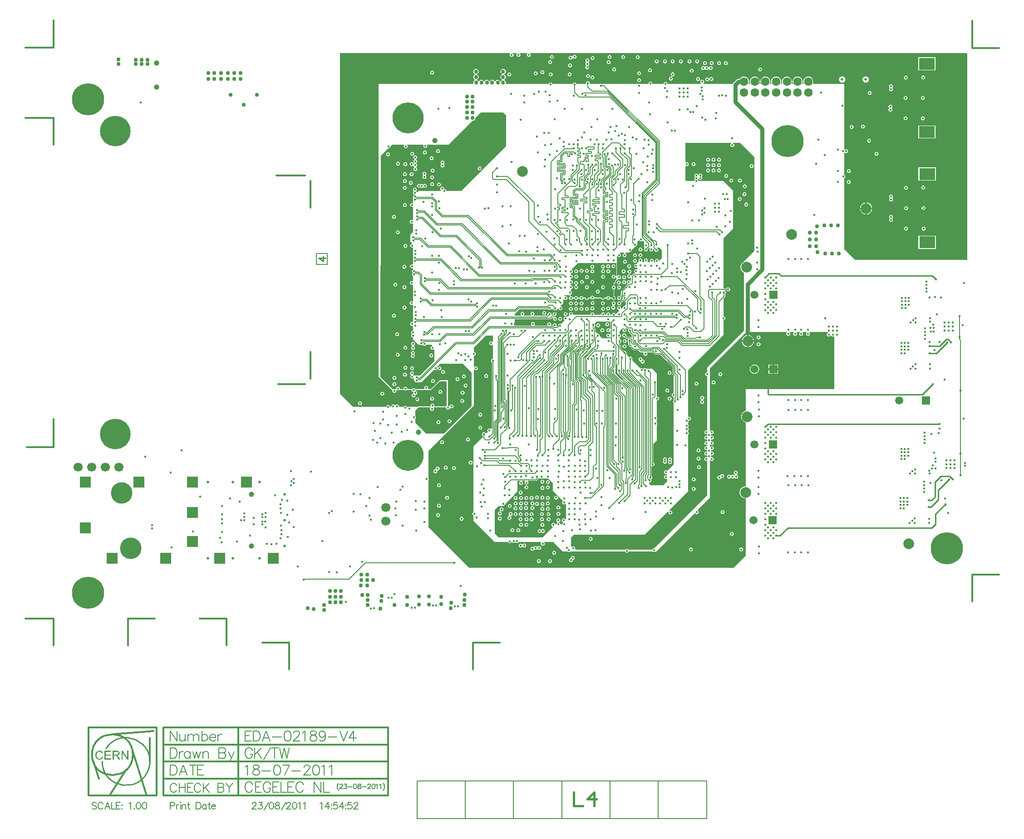
<source format=gbr>
%FSLAX24Y24*%
%MOIN*%
G70*
G01*
G75*
G04 Layer_Physical_Order=4*
G04 Layer_Color=12517567*
%ADD10R,0.0787X0.0984*%
%ADD11R,0.0197X0.0906*%
%ADD12R,0.0787X0.0197*%
%ADD13R,0.0433X0.0236*%
%ADD14R,0.0236X0.0413*%
%ADD15R,0.0394X0.0394*%
%ADD16R,0.0394X0.0236*%
%ADD17R,0.0689X0.0984*%
%ADD18R,0.0335X0.0118*%
%ADD19R,0.0610X0.0236*%
%ADD20R,0.0236X0.0807*%
%ADD21C,0.0252*%
%ADD22O,0.0413X0.0138*%
%ADD23O,0.0138X0.0413*%
%ADD24R,0.1280X0.1280*%
%ADD25R,0.1398X0.1398*%
%ADD26O,0.0118X0.0354*%
%ADD27O,0.0354X0.0118*%
%ADD28R,0.1319X0.1319*%
%ADD29O,0.0413X0.0118*%
%ADD30O,0.0118X0.0413*%
%ADD31R,0.1004X0.1004*%
%ADD32R,0.0276X0.1575*%
%ADD33R,0.0276X0.1260*%
%ADD34R,0.0827X0.0551*%
%ADD35R,0.0709X0.0787*%
%ADD36R,0.0532X0.0492*%
%ADD37R,0.0669X0.0846*%
%ADD38R,0.0608X0.0512*%
%ADD39R,0.0354X0.0433*%
%ADD40R,0.0787X0.1063*%
%ADD41R,0.0354X0.0374*%
%ADD42C,0.0354*%
%ADD43R,0.1142X0.2126*%
%ADD44R,0.1500X0.1671*%
%ADD45R,0.1260X0.0965*%
%ADD46R,0.0453X0.1063*%
%ADD47C,0.0157*%
%ADD48C,0.0394*%
%ADD49C,0.0197*%
%ADD50C,0.0177*%
%ADD51R,0.0787X0.0354*%
%ADD52R,0.1671X0.1500*%
%ADD53R,0.0394X0.0354*%
%ADD54R,0.0394X0.0374*%
%ADD55R,0.0453X0.0709*%
%ADD56R,0.0709X0.0453*%
%ADD57R,0.1063X0.0453*%
%ADD58R,0.0244X0.0244*%
%ADD59R,0.0354X0.0394*%
%ADD60R,0.0374X0.0394*%
%ADD61R,0.0453X0.0571*%
%ADD62R,0.0571X0.0453*%
%ADD63R,0.0591X0.0177*%
%ADD64R,0.0236X0.0236*%
%ADD65P,0.0557X4X180.0*%
%ADD66R,0.0118X0.0335*%
%ADD67R,0.0984X0.0689*%
%ADD68R,0.0244X0.0244*%
%ADD69R,0.0236X0.0236*%
%ADD70R,0.0413X0.0236*%
%ADD71R,0.0236X0.0394*%
%ADD72C,0.0050*%
%ADD73C,0.0600*%
%ADD74C,0.0300*%
%ADD75C,0.0120*%
%ADD76C,0.0100*%
%ADD77C,0.0080*%
%ADD78C,0.0150*%
%ADD79C,0.0060*%
%ADD80C,0.0160*%
%ADD81C,0.0240*%
%ADD82C,0.0200*%
%ADD83C,0.0070*%
%ADD84C,0.0140*%
%ADD85C,0.0180*%
%ADD86C,0.0260*%
%ADD87C,0.0400*%
%ADD88C,0.0787*%
%ADD89R,0.0787X0.0787*%
%ADD90C,0.2362*%
%ADD91C,0.2244*%
%ADD92C,0.2283*%
%ADD93C,0.0630*%
%ADD94C,0.0669*%
%ADD95C,0.0591*%
%ADD96R,0.0591X0.0591*%
%ADD97R,0.1181X0.0866*%
%ADD98C,0.1575*%
%ADD99C,0.0295*%
G36*
X71746Y60210D02*
X71697Y60200D01*
X71667Y60246D01*
X71621Y60276D01*
X71567Y60287D01*
X71513Y60276D01*
X71467Y60246D01*
X71436Y60200D01*
X71425Y60146D01*
X71436Y60092D01*
X71467Y60046D01*
X71513Y60015D01*
X71567Y60004D01*
X71621Y60015D01*
X71667Y60046D01*
X71697Y60092D01*
X71746Y60082D01*
Y59923D01*
X71660Y59837D01*
X71658Y59832D01*
X71654Y59829D01*
X71651Y59813D01*
X71645Y59799D01*
X71647Y59794D01*
X71646Y59788D01*
X71653Y59752D01*
X71646Y59719D01*
X71628Y59691D01*
X71600Y59672D01*
X71589Y59670D01*
X71576Y59662D01*
X71562Y59656D01*
X71560Y59651D01*
X71555Y59647D01*
X71552Y59632D01*
X71546Y59617D01*
Y59486D01*
X71516Y59481D01*
X71470Y59450D01*
X71439Y59404D01*
X71429Y59350D01*
X71439Y59296D01*
X71470Y59250D01*
X71516Y59219D01*
X71546Y59214D01*
Y58695D01*
X71552Y58681D01*
X71555Y58665D01*
X71560Y58662D01*
X71562Y58657D01*
X71576Y58651D01*
X71589Y58642D01*
X71603Y58640D01*
X71631Y58621D01*
X71650Y58593D01*
X71656Y58560D01*
X71650Y58527D01*
X71631Y58499D01*
X71603Y58480D01*
X71570Y58474D01*
X71537Y58480D01*
X71509Y58499D01*
X71490Y58527D01*
X71484Y58561D01*
X71475Y58574D01*
X71469Y58588D01*
X71464Y58590D01*
X71461Y58595D01*
X71445Y58598D01*
X71431Y58604D01*
X71310D01*
X71307Y58606D01*
X71304Y58625D01*
X71273Y58671D01*
X71227Y58701D01*
X71173Y58712D01*
X71119Y58701D01*
X71073Y58671D01*
X71043Y58625D01*
X71039Y58606D01*
X71036Y58604D01*
X70907D01*
X70892Y58598D01*
X70877Y58595D01*
X70874Y58590D01*
X70868Y58588D01*
X70862Y58574D01*
X70854Y58561D01*
X70853Y58555D01*
X70834Y58527D01*
X70806Y58508D01*
X70773Y58502D01*
X70740Y58508D01*
X70712Y58527D01*
X70693Y58555D01*
X70692Y58561D01*
X70684Y58574D01*
X70678Y58588D01*
X70672Y58590D01*
X70669Y58595D01*
X70654Y58598D01*
X70639Y58604D01*
X70140D01*
X70131Y58654D01*
X70100Y58700D01*
X70054Y58731D01*
X70000Y58741D01*
X69946Y58731D01*
X69900Y58700D01*
X69869Y58654D01*
X69860Y58604D01*
X69735D01*
X69721Y58598D01*
X69705Y58595D01*
X69702Y58590D01*
X69697Y58588D01*
X69691Y58574D01*
X69682Y58561D01*
X69678Y58538D01*
X69659Y58510D01*
X69631Y58491D01*
X69598Y58485D01*
X69565Y58491D01*
X69537Y58510D01*
X69519Y58538D01*
X69514Y58561D01*
X69505Y58574D01*
X69499Y58588D01*
X69494Y58590D01*
X69491Y58595D01*
X69476Y58598D01*
X69461Y58604D01*
X69342D01*
X69339Y58606D01*
X69335Y58625D01*
X69304Y58671D01*
X69259Y58701D01*
X69205Y58712D01*
X69151Y58701D01*
X69105Y58671D01*
X69074Y58625D01*
X69070Y58606D01*
X69067Y58604D01*
X68948D01*
X68945Y58606D01*
X68941Y58625D01*
X68911Y58671D01*
X68865Y58701D01*
X68811Y58712D01*
X68757Y58701D01*
X68711Y58671D01*
X68680Y58625D01*
X68676Y58606D01*
X68674Y58604D01*
X68554D01*
X68552Y58606D01*
X68548Y58625D01*
X68517Y58671D01*
X68471Y58701D01*
X68417Y58712D01*
X68405Y58722D01*
Y58738D01*
X68405Y58738D01*
X68394Y58765D01*
X68389Y58776D01*
X68389Y58776D01*
X68380Y58785D01*
Y58826D01*
X68404Y58831D01*
X68450Y58862D01*
X68481Y58907D01*
X68491Y58961D01*
X68481Y59016D01*
X68450Y59061D01*
X68404Y59092D01*
X68380Y59097D01*
Y59187D01*
X68417Y59217D01*
X68471Y59228D01*
X68517Y59258D01*
X68548Y59304D01*
X68558Y59358D01*
X68548Y59412D01*
X68517Y59458D01*
X68471Y59489D01*
X68417Y59500D01*
X68380Y59530D01*
Y59580D01*
X68417Y59611D01*
X68471Y59622D01*
X68517Y59652D01*
X68548Y59698D01*
X68558Y59752D01*
X68548Y59806D01*
X68517Y59852D01*
X68471Y59883D01*
X68417Y59893D01*
X68380Y59924D01*
Y59974D01*
X68417Y60004D01*
X68471Y60015D01*
X68517Y60046D01*
X68548Y60092D01*
X68558Y60146D01*
X68548Y60200D01*
X68517Y60246D01*
X68471Y60276D01*
X68417Y60287D01*
X68380Y60317D01*
Y60347D01*
X68417Y60377D01*
X68471Y60388D01*
X68516Y60418D01*
X68547Y60464D01*
X68558Y60518D01*
X68547Y60572D01*
X68516Y60618D01*
X68471Y60649D01*
X68463Y60673D01*
X68931Y61141D01*
X71746D01*
Y60210D01*
D02*
G37*
G36*
X87262Y56067D02*
X87289Y56049D01*
X87293Y56026D01*
Y55996D01*
X87252Y55969D01*
X87221Y55923D01*
X87210Y55868D01*
X87221Y55813D01*
X87252Y55767D01*
X87298Y55736D01*
X87353Y55725D01*
X87408Y55736D01*
X87454Y55767D01*
X87478Y55803D01*
X87528D01*
X87552Y55767D01*
X87598Y55736D01*
X87653Y55725D01*
X87708Y55736D01*
X87722Y55746D01*
X87767Y55722D01*
Y51870D01*
X81277D01*
Y50283D01*
X81257Y50280D01*
X81149Y50236D01*
X81057Y50164D01*
X80985Y50072D01*
X80941Y49964D01*
X80925Y49848D01*
X80941Y49732D01*
X80985Y49624D01*
X81057Y49532D01*
X81149Y49460D01*
X81257Y49416D01*
X81277Y49413D01*
Y44756D01*
X81253Y44736D01*
X81137Y44720D01*
X81029Y44676D01*
X80937Y44604D01*
X80865Y44512D01*
X80821Y44404D01*
X80805Y44288D01*
X80821Y44172D01*
X80865Y44064D01*
X80937Y43972D01*
X81029Y43900D01*
X81137Y43856D01*
X81253Y43840D01*
X81277Y43820D01*
Y39647D01*
X80358Y38728D01*
X60947D01*
X57947Y41728D01*
Y45161D01*
X57975Y45203D01*
X57986Y45258D01*
X57975Y45313D01*
X57947Y45355D01*
Y47322D01*
X61283Y50658D01*
Y53309D01*
X61331Y53324D01*
X61342Y53307D01*
X61388Y53276D01*
X61443Y53265D01*
X61498Y53276D01*
X61544Y53307D01*
X61575Y53353D01*
X61586Y53408D01*
X61575Y53463D01*
X61544Y53509D01*
X61498Y53540D01*
X61443Y53551D01*
X61388Y53540D01*
X61342Y53509D01*
X61331Y53492D01*
X61283Y53507D01*
Y54318D01*
X61285Y54320D01*
X61340Y54331D01*
X61386Y54362D01*
X61417Y54408D01*
X61428Y54463D01*
X61417Y54518D01*
X61386Y54564D01*
X61340Y54595D01*
X61285Y54606D01*
X61283Y54607D01*
Y54918D01*
X62155Y55790D01*
X62693D01*
Y55378D01*
X62649Y55354D01*
X62630Y55367D01*
X62576Y55378D01*
X62521Y55367D01*
X62475Y55336D01*
X62444Y55290D01*
X62433Y55235D01*
X62444Y55180D01*
X62475Y55134D01*
X62521Y55103D01*
X62576Y55092D01*
X62630Y55103D01*
X62649Y55116D01*
X62693Y55092D01*
Y54110D01*
X62686Y54105D01*
X62632Y54094D01*
X62585Y54063D01*
X62554Y54017D01*
X62544Y53962D01*
X62554Y53907D01*
X62585Y53861D01*
X62613Y53843D01*
Y49028D01*
X62517Y48932D01*
X62471Y48963D01*
X62416Y48973D01*
X62362Y48963D01*
X62315Y48932D01*
X62285Y48885D01*
X62274Y48831D01*
X62285Y48776D01*
X62315Y48730D01*
X62216Y48631D01*
X62166Y48636D01*
X62144Y48669D01*
X62098Y48700D01*
X62043Y48711D01*
X61988Y48700D01*
X61942Y48669D01*
X61911Y48623D01*
X61900Y48568D01*
X61911Y48513D01*
X61942Y48467D01*
X61967Y48451D01*
Y48382D01*
X61247Y47662D01*
Y42842D01*
X61212Y42819D01*
X61181Y42773D01*
X61170Y42718D01*
X61181Y42663D01*
X61212Y42617D01*
X61247Y42594D01*
Y42198D01*
X62804Y40641D01*
X63795D01*
X63796Y40634D01*
X63827Y40588D01*
X63872Y40558D01*
X63927Y40547D01*
X63981Y40558D01*
X64026Y40588D01*
X64051Y40626D01*
X64101D01*
X64119Y40599D01*
X64165Y40568D01*
X64220Y40557D01*
X64275Y40568D01*
X64321Y40599D01*
D01*
X64369Y40609D01*
X64415Y40578D01*
X64470Y40567D01*
X64525Y40578D01*
X64571Y40609D01*
X64592Y40641D01*
X66220D01*
X66244Y40596D01*
X66221Y40563D01*
X66210Y40508D01*
X66221Y40453D01*
X66252Y40407D01*
X66298Y40376D01*
X66353Y40365D01*
X66408Y40376D01*
X66454Y40407D01*
X66485Y40453D01*
X66496Y40508D01*
X66485Y40563D01*
X66454Y40609D01*
X66408Y40640D01*
D01*
X66408D01*
Y40640D01*
D01*
D01*
X66408Y40640D01*
X66408Y40641D01*
X67134D01*
X67837Y39938D01*
X68191D01*
X68224Y39916D01*
X68278Y39906D01*
X68332Y39916D01*
X68365Y39938D01*
X72400D01*
X72401Y39933D01*
X72432Y39887D01*
X72478Y39856D01*
X72533Y39845D01*
X72588Y39856D01*
X72634Y39887D01*
X72665Y39933D01*
X72666Y39938D01*
X74431D01*
X74432Y39937D01*
X74478Y39906D01*
X74533Y39895D01*
X74588Y39906D01*
X74634Y39937D01*
X74635Y39938D01*
X74685D01*
X77499Y42752D01*
X77549Y42747D01*
X77562Y42727D01*
X77608Y42696D01*
X77663Y42685D01*
X77718Y42696D01*
X77764Y42727D01*
X77795Y42773D01*
X77806Y42828D01*
X77795Y42883D01*
X77764Y42929D01*
X77718Y42960D01*
X77715Y42968D01*
X78637Y43890D01*
Y46609D01*
X78681Y46633D01*
X78719Y46607D01*
X78773Y46597D01*
X78827Y46607D01*
X78873Y46638D01*
X78904Y46684D01*
X78914Y46738D01*
X78904Y46792D01*
X78873Y46838D01*
X78827Y46869D01*
X78773Y46879D01*
X78744Y46873D01*
X78709Y46909D01*
X78714Y46938D01*
X78709Y46967D01*
X78744Y47003D01*
X78773Y46997D01*
X78827Y47007D01*
X78873Y47038D01*
X78904Y47084D01*
X78914Y47138D01*
X78904Y47192D01*
X78873Y47238D01*
X78827Y47269D01*
X78773Y47279D01*
X78744Y47274D01*
X78709Y47309D01*
X78714Y47338D01*
X78709Y47367D01*
X78744Y47403D01*
X78773Y47397D01*
X78827Y47407D01*
X78873Y47438D01*
X78904Y47484D01*
X78914Y47538D01*
X78904Y47592D01*
X78873Y47638D01*
X78827Y47669D01*
X78773Y47679D01*
X78719Y47669D01*
X78681Y47643D01*
X78637Y47667D01*
Y47769D01*
X78681Y47793D01*
X78719Y47767D01*
X78773Y47757D01*
X78827Y47767D01*
X78873Y47798D01*
X78904Y47844D01*
X78914Y47898D01*
X78904Y47952D01*
X78873Y47998D01*
X78827Y48029D01*
X78773Y48039D01*
X78744Y48033D01*
X78709Y48069D01*
X78714Y48098D01*
X78709Y48127D01*
X78744Y48162D01*
X78773Y48157D01*
X78827Y48167D01*
X78873Y48198D01*
X78904Y48244D01*
X78914Y48298D01*
X78904Y48352D01*
X78873Y48398D01*
X78827Y48429D01*
X78773Y48439D01*
X78744Y48433D01*
X78709Y48469D01*
X78714Y48498D01*
X78709Y48527D01*
X78744Y48562D01*
X78773Y48557D01*
X78827Y48567D01*
X78873Y48598D01*
X78904Y48644D01*
X78914Y48698D01*
X78904Y48752D01*
X78873Y48798D01*
X78827Y48829D01*
X78773Y48839D01*
X78719Y48829D01*
X78681Y48803D01*
X78637Y48827D01*
Y53402D01*
X81323Y56088D01*
X84269D01*
X84284Y56040D01*
X84282Y56039D01*
X84251Y55993D01*
X84240Y55938D01*
X84251Y55883D01*
X84282Y55837D01*
X84328Y55806D01*
X84383Y55795D01*
X84438Y55806D01*
X84484Y55837D01*
X84515Y55883D01*
X84526Y55938D01*
X84515Y55993D01*
X84484Y56039D01*
X84482Y56040D01*
X84497Y56088D01*
X84769D01*
X84784Y56040D01*
X84782Y56039D01*
X84751Y55993D01*
X84740Y55938D01*
X84751Y55883D01*
X84782Y55837D01*
X84828Y55806D01*
X84883Y55795D01*
X84938Y55806D01*
X84984Y55837D01*
X85015Y55883D01*
X85026Y55938D01*
X85015Y55993D01*
X84984Y56039D01*
X84982Y56040D01*
X84997Y56088D01*
X85219D01*
X85234Y56040D01*
X85232Y56039D01*
X85201Y55993D01*
X85190Y55938D01*
X85201Y55883D01*
X85232Y55837D01*
X85278Y55806D01*
X85333Y55795D01*
X85388Y55806D01*
X85434Y55837D01*
X85465Y55883D01*
X85476Y55938D01*
X85465Y55993D01*
X85434Y56039D01*
X85432Y56040D01*
X85447Y56088D01*
X85719D01*
X85734Y56040D01*
X85732Y56039D01*
X85701Y55993D01*
X85690Y55938D01*
X85701Y55883D01*
X85732Y55837D01*
X85778Y55806D01*
X85833Y55795D01*
X85888Y55806D01*
X85934Y55837D01*
X85965Y55883D01*
X85976Y55938D01*
X85965Y55993D01*
X85934Y56039D01*
X85932Y56040D01*
X85947Y56088D01*
X87248D01*
X87262Y56067D01*
D02*
G37*
G36*
X67107Y44967D02*
Y44747D01*
Y44397D01*
X67817Y43686D01*
X67812Y43639D01*
X67781Y43593D01*
X67770Y43538D01*
X67781Y43483D01*
X67812Y43437D01*
X67858Y43406D01*
X67913Y43395D01*
X67968Y43406D01*
X68014Y43437D01*
X68062Y43405D01*
Y43362D01*
Y42317D01*
X68014Y42302D01*
X67996Y42328D01*
X67951Y42359D01*
X67897Y42370D01*
X67842Y42359D01*
X67797Y42328D01*
X67766Y42282D01*
X67755Y42228D01*
X67766Y42174D01*
X67797Y42128D01*
X67842Y42098D01*
X67846Y42097D01*
X67856Y42048D01*
X67827Y42028D01*
X67796Y41982D01*
X67785Y41928D01*
X67784Y41927D01*
X67629D01*
X67628Y41928D01*
X67617Y41982D01*
X67586Y42028D01*
X67541Y42059D01*
X67502Y42066D01*
X67507Y42087D01*
X67561Y42098D01*
X67606Y42128D01*
X67637Y42174D01*
X67648Y42228D01*
X67637Y42282D01*
X67606Y42328D01*
X67561Y42359D01*
X67507Y42370D01*
X67452Y42359D01*
X67407Y42328D01*
X67376Y42282D01*
X67365Y42228D01*
X67376Y42174D01*
X67407Y42128D01*
X67420Y42119D01*
X67432Y42059D01*
X67387Y42028D01*
X67356Y41982D01*
X67345Y41928D01*
X67344Y41927D01*
X67277D01*
X67277Y41927D01*
X67277Y41927D01*
X67259Y41932D01*
X67255Y41953D01*
X67224Y41999D01*
X67178Y42030D01*
X67123Y42041D01*
X67068Y42030D01*
X67022Y41999D01*
X66991Y41953D01*
X66980Y41898D01*
X66991Y41843D01*
X67022Y41797D01*
X67068Y41766D01*
X67082Y41722D01*
X67067Y41707D01*
X66327Y40967D01*
X63117D01*
X63087Y40997D01*
X62827Y41257D01*
Y42667D01*
Y43007D01*
X62927Y43107D01*
X63107Y43287D01*
X63427D01*
X63449Y43309D01*
X63453Y43308D01*
X63508Y43319D01*
X63554Y43350D01*
X63585Y43396D01*
X63596Y43451D01*
X63595Y43455D01*
X64247Y44107D01*
X64497Y44357D01*
Y44597D01*
Y45126D01*
X64502Y45131D01*
X64665D01*
X64680Y45084D01*
X64657Y45068D01*
X64626Y45022D01*
X64615Y44968D01*
X64626Y44914D01*
X64657Y44868D01*
X64702Y44838D01*
X64757Y44827D01*
X64811Y44838D01*
X64856Y44868D01*
X64887Y44914D01*
X64898Y44968D01*
X64887Y45022D01*
X64856Y45068D01*
X64833Y45084D01*
X64848Y45131D01*
X65028D01*
X65051Y45096D01*
X65056Y45087D01*
X65026Y45042D01*
X65015Y44988D01*
X65026Y44934D01*
X65057Y44888D01*
X65102Y44858D01*
X65157Y44847D01*
X65211Y44858D01*
X65256Y44888D01*
X65287Y44934D01*
X65298Y44988D01*
X65287Y45042D01*
X65257Y45087D01*
X65262Y45096D01*
X65285Y45131D01*
X65857D01*
X65886Y45137D01*
X65911Y45154D01*
X65988Y45231D01*
X66004Y45256D01*
X66010Y45285D01*
X66010Y45285D01*
Y45297D01*
X66777D01*
X67107Y44967D01*
D02*
G37*
G36*
X70304Y56841D02*
X71301D01*
X71307Y56837D01*
X71336Y56802D01*
X71333Y56787D01*
Y56306D01*
X71285Y56291D01*
X71273Y56309D01*
X71227Y56339D01*
X71173Y56350D01*
X71119Y56339D01*
X71073Y56309D01*
X71043Y56263D01*
X71032Y56209D01*
X71043Y56155D01*
X71073Y56109D01*
X71119Y56078D01*
X71173Y56067D01*
X71227Y56078D01*
X71273Y56109D01*
X71285Y56126D01*
X71333Y56112D01*
Y55912D01*
X71285Y55897D01*
X71273Y55915D01*
X71227Y55946D01*
X71173Y55956D01*
X71119Y55946D01*
X71073Y55915D01*
X71043Y55869D01*
X71032Y55815D01*
X71043Y55761D01*
X71073Y55715D01*
X71119Y55684D01*
X71173Y55674D01*
X71227Y55684D01*
X71273Y55715D01*
X71285Y55733D01*
X71333Y55718D01*
Y55598D01*
X70737D01*
X70530Y55805D01*
X70531Y55810D01*
X70521Y55864D01*
X70490Y55910D01*
X70444Y55941D01*
X70390Y55951D01*
X70385Y55950D01*
X70224Y56110D01*
Y56272D01*
X70224Y56272D01*
X70219Y56301D01*
X70202Y56326D01*
X70147Y56381D01*
Y56458D01*
Y56485D01*
X70170Y56500D01*
X70201Y56546D01*
X70211Y56600D01*
X70201Y56654D01*
X70170Y56700D01*
X70168Y56720D01*
X70297Y56848D01*
X70304Y56841D01*
D02*
G37*
G36*
X63650Y72000D02*
Y69700D01*
X60378Y66428D01*
X59274D01*
X59264Y66482D01*
X59233Y66528D01*
X59187Y66559D01*
X59133Y66569D01*
X59103Y66600D01*
X59104Y66608D01*
X59094Y66662D01*
X59063Y66708D01*
X59017Y66739D01*
X58963Y66749D01*
X58909Y66739D01*
X58863Y66708D01*
X58832Y66662D01*
X58822Y66608D01*
X58832Y66554D01*
X58863Y66508D01*
X58909Y66477D01*
X58899Y66428D01*
X57242D01*
X57138Y66330D01*
X57090Y66345D01*
X57087Y66362D01*
X57056Y66408D01*
Y66438D01*
X57087Y66484D01*
X57098Y66538D01*
X57087Y66592D01*
X57056Y66638D01*
X57011Y66669D01*
X56957Y66680D01*
X56902Y66669D01*
X56857Y66638D01*
X56826Y66592D01*
X56815Y66538D01*
X56826Y66484D01*
X56857Y66438D01*
Y66408D01*
X56826Y66362D01*
X56815Y66308D01*
X56826Y66254D01*
X56857Y66208D01*
X56882Y66192D01*
Y66142D01*
X56877Y66138D01*
X56846Y66092D01*
X56837Y66046D01*
X56830Y66040D01*
X56831Y65585D01*
X56792Y65553D01*
X56750Y65561D01*
X56696Y65551D01*
X56650Y65520D01*
X56619Y65474D01*
X56609Y65420D01*
X56619Y65366D01*
X56650Y65320D01*
X56696Y65289D01*
X56750Y65279D01*
X56792Y65287D01*
X56831Y65255D01*
X56832Y64321D01*
X56788Y64297D01*
X56771Y64309D01*
X56717Y64320D01*
X56662Y64309D01*
X56617Y64278D01*
X56586Y64232D01*
X56575Y64178D01*
X56586Y64124D01*
X56617Y64078D01*
X56662Y64048D01*
X56717Y64037D01*
X56771Y64048D01*
X56788Y64060D01*
X56832Y64036D01*
X56833Y63438D01*
X56633Y63238D01*
Y62738D01*
X56760Y62611D01*
X56754Y62581D01*
X56748Y62561D01*
X56696Y62551D01*
X56650Y62520D01*
X56619Y62474D01*
X56609Y62420D01*
X56619Y62366D01*
X56650Y62320D01*
X56696Y62289D01*
X56750Y62279D01*
X56794Y62288D01*
X56833Y62256D01*
Y61603D01*
X56826Y61592D01*
X56815Y61538D01*
X56826Y61484D01*
X56833Y61474D01*
Y61373D01*
X56826Y61362D01*
X56815Y61308D01*
X56826Y61254D01*
X56833Y61244D01*
Y61074D01*
X56794Y61042D01*
X56750Y61051D01*
X56696Y61041D01*
X56650Y61010D01*
X56619Y60964D01*
X56609Y60910D01*
X56619Y60856D01*
X56650Y60810D01*
X56696Y60779D01*
X56750Y60769D01*
X56794Y60778D01*
X56833Y60746D01*
Y60665D01*
X56793Y60638D01*
X56762Y60592D01*
X56752Y60538D01*
X56762Y60484D01*
X56793Y60438D01*
Y60408D01*
X56762Y60362D01*
X56752Y60308D01*
X56762Y60254D01*
X56793Y60208D01*
X56833Y60182D01*
Y59832D01*
X56791Y59809D01*
X56737Y59820D01*
X56682Y59809D01*
X56637Y59778D01*
X56606Y59732D01*
X56595Y59678D01*
X56606Y59624D01*
X56637Y59578D01*
X56682Y59548D01*
X56737Y59537D01*
X56791Y59548D01*
X56833Y59525D01*
Y58340D01*
X56789Y58317D01*
X56771Y58329D01*
X56717Y58340D01*
X56662Y58329D01*
X56617Y58298D01*
X56586Y58252D01*
X56575Y58198D01*
X56586Y58144D01*
X56617Y58098D01*
X56662Y58068D01*
X56717Y58057D01*
X56771Y58068D01*
X56789Y58080D01*
X56833Y58056D01*
Y57903D01*
X56831Y57894D01*
X56833Y57884D01*
Y56822D01*
X56794Y56790D01*
X56747Y56800D01*
X56692Y56789D01*
X56647Y56758D01*
X56616Y56712D01*
X56605Y56658D01*
X56616Y56604D01*
X56647Y56558D01*
X56692Y56528D01*
X56747Y56517D01*
X56794Y56527D01*
X56833Y56495D01*
Y56179D01*
X56782Y56169D01*
X56737Y56138D01*
X56706Y56092D01*
X56695Y56038D01*
X56706Y55984D01*
X56737Y55938D01*
Y55908D01*
X56706Y55862D01*
X56695Y55808D01*
X56706Y55754D01*
X56737Y55708D01*
X56782Y55678D01*
X56833Y55668D01*
Y55538D01*
X57233Y55138D01*
X57358D01*
X57386Y55119D01*
X57440Y55109D01*
X57494Y55119D01*
X57522Y55138D01*
X57529D01*
X57529Y55136D01*
X57560Y55090D01*
X57606Y55059D01*
X57660Y55049D01*
X57714Y55059D01*
X57760Y55090D01*
X57791Y55136D01*
X57791Y55138D01*
X58183D01*
X58229Y55092D01*
X58214Y55044D01*
X58196Y55041D01*
X58150Y55010D01*
X58119Y54964D01*
X58109Y54910D01*
X58119Y54856D01*
X58150Y54810D01*
X58196Y54779D01*
X58250Y54769D01*
X58304Y54779D01*
X58339Y54803D01*
X58383Y54779D01*
Y53938D01*
X57333Y52888D01*
X57115D01*
X57107Y52890D01*
X57098Y52888D01*
X56933D01*
X56927Y52882D01*
X56877Y52887D01*
X56876Y52888D01*
X56831Y52919D01*
X56829Y52927D01*
X56846Y52938D01*
X56877Y52984D01*
X56888Y53038D01*
X56877Y53092D01*
X56846Y53138D01*
X56801Y53169D01*
X56747Y53180D01*
X56692Y53169D01*
X56647Y53138D01*
X56616Y53092D01*
X56605Y53038D01*
X56616Y52984D01*
X56647Y52938D01*
X56692Y52908D01*
X56692Y52908D01*
X56677Y52888D01*
X56677Y52888D01*
X56677D01*
X56646Y52842D01*
X56635Y52788D01*
X56646Y52734D01*
X56677Y52688D01*
X56722Y52658D01*
X56777Y52647D01*
X56831Y52658D01*
X56839Y52663D01*
X56883Y52640D01*
Y52538D01*
X56978Y52443D01*
X57000Y52410D01*
X57033Y52388D01*
X57033Y52388D01*
X57033D01*
X57046Y52379D01*
X57100Y52369D01*
X57154Y52379D01*
X57167Y52388D01*
X57433D01*
X58366Y53321D01*
X58387Y53318D01*
X58432Y53288D01*
X58487Y53277D01*
X58541Y53288D01*
X58586Y53318D01*
X58597Y53334D01*
X58647D01*
X58670Y53300D01*
X58716Y53269D01*
X58770Y53259D01*
X58824Y53269D01*
X58870Y53300D01*
X58901Y53346D01*
X58911Y53400D01*
X58901Y53454D01*
X58870Y53500D01*
X58824Y53531D01*
X58770Y53541D01*
X58716Y53531D01*
X58670Y53500D01*
X58659Y53484D01*
X58609D01*
X58586Y53518D01*
X58584Y53539D01*
X58783Y53738D01*
X60483D01*
X61133Y53088D01*
Y50638D01*
X59105Y48610D01*
X57790D01*
X56990Y49409D01*
Y49707D01*
X57014Y49742D01*
X57024Y49796D01*
X57014Y49850D01*
X56990Y49885D01*
Y50310D01*
X57212Y50532D01*
X57221Y50536D01*
X57221Y50536D01*
X57221Y50536D01*
X57221D01*
X57230Y50540D01*
X57240Y50539D01*
X57241Y50540D01*
X58050Y50539D01*
X58059Y50535D01*
X58059D01*
X58059Y50535D01*
X58075Y50529D01*
X58075D01*
X58099Y50485D01*
X58088Y50469D01*
X58078Y50415D01*
X58088Y50361D01*
X58119Y50315D01*
X58165Y50284D01*
X58219Y50274D01*
X58273Y50284D01*
X58319Y50315D01*
X58350Y50361D01*
X58360Y50415D01*
X58350Y50469D01*
X58332Y50495D01*
X58356Y50539D01*
X59208Y50538D01*
X59210Y50537D01*
X59210D01*
X59213Y50536D01*
X59217Y50535D01*
X59220Y50533D01*
X59220Y50533D01*
X59223Y50532D01*
Y50532D01*
X59223D01*
D01*
D01*
X59223D01*
D01*
D01*
X59223D01*
X59228Y50531D01*
X59246Y50504D01*
X59246Y50503D01*
X59256Y50449D01*
X59287Y50403D01*
X59333Y50372D01*
X59387Y50362D01*
X59441Y50372D01*
X59487Y50403D01*
X59518Y50449D01*
X59522Y50469D01*
X59568Y50488D01*
X59599Y50467D01*
X59653Y50457D01*
X59707Y50467D01*
X59753Y50498D01*
X59784Y50544D01*
X59794Y50598D01*
X59784Y50652D01*
X59753Y50698D01*
X59707Y50729D01*
X59653Y50739D01*
X59599Y50729D01*
X59553Y50698D01*
X59522Y50652D01*
X59518Y50632D01*
X59472Y50613D01*
X59441Y50634D01*
X59387Y50644D01*
X59383Y50648D01*
Y52538D01*
X58783D01*
X58133Y51888D01*
X57961D01*
X57930Y51927D01*
X57938Y51968D01*
X57927Y52022D01*
X57896Y52068D01*
X57851Y52099D01*
X57797Y52110D01*
X57742Y52099D01*
X57697Y52068D01*
X57666Y52022D01*
X57655Y51968D01*
X57664Y51927D01*
X57632Y51888D01*
X56980D01*
X56966Y51908D01*
X56921Y51939D01*
X56867Y51950D01*
X56812Y51939D01*
X56767Y51908D01*
X56753Y51888D01*
X56433D01*
X56408Y51918D01*
X56397Y51972D01*
X56366Y52018D01*
X56321Y52049D01*
X56267Y52060D01*
X56212Y52049D01*
X56167Y52018D01*
X56136Y51972D01*
X56125Y51918D01*
X56100Y51888D01*
X55888D01*
X55861Y51920D01*
X55851Y51974D01*
X55820Y52020D01*
X55774Y52051D01*
X55720Y52061D01*
X55666Y52051D01*
X55620Y52020D01*
X55589Y51974D01*
X55579Y51920D01*
X55552Y51888D01*
X55333D01*
X54433Y52788D01*
X54452Y69002D01*
X55008Y69558D01*
X55013Y69557D01*
X55067Y69567D01*
X55113Y69598D01*
X55144Y69644D01*
X55154Y69698D01*
X55153Y69703D01*
X55280Y69830D01*
X56154D01*
X56177Y69786D01*
X56169Y69774D01*
X56159Y69720D01*
X56169Y69666D01*
X56200Y69620D01*
X56246Y69589D01*
X56300Y69579D01*
X56354Y69589D01*
X56400Y69620D01*
X56431Y69666D01*
X56441Y69720D01*
X56431Y69774D01*
X56400Y69820D01*
X56403Y69830D01*
X57569D01*
X57600Y69791D01*
X57592Y69748D01*
X57602Y69694D01*
X57633Y69648D01*
X57679Y69617D01*
X57733Y69607D01*
X57787Y69617D01*
X57833Y69648D01*
X57864Y69694D01*
X57874Y69748D01*
X57864Y69802D01*
X57878Y69830D01*
X58359D01*
X58359Y69830D01*
X58439Y69819D01*
X58519Y69830D01*
X58519Y69830D01*
X59420D01*
X61191Y71601D01*
X61203Y71598D01*
X61280Y71614D01*
X61346Y71658D01*
X61389Y71723D01*
X61405Y71800D01*
X61402Y71812D01*
X61790Y72200D01*
X63450D01*
X63650Y72000D01*
D02*
G37*
G36*
X73473Y62778D02*
X73519Y62747D01*
X73573Y62737D01*
X73627Y62747D01*
X73673Y62778D01*
X73673Y62778D01*
Y62778D01*
X73700Y62800D01*
Y62800D01*
D01*
D01*
D01*
X73700Y62800D01*
X73800Y62700D01*
Y62489D01*
X73790Y62437D01*
X73800Y62385D01*
Y62300D01*
X73830Y62270D01*
X73830Y62270D01*
X73830D01*
D01*
X73827Y62248D01*
X73796Y62202D01*
X73785Y62148D01*
X73796Y62094D01*
X73827Y62048D01*
X73872Y62018D01*
X73927Y62007D01*
X73981Y62018D01*
X74026Y62048D01*
X74057Y62094D01*
X74068Y62148D01*
X74062Y62176D01*
X74156Y62270D01*
X74203D01*
X74206Y62266D01*
X74227Y62226D01*
X74199Y62184D01*
X74189Y62130D01*
X74199Y62076D01*
X74230Y62030D01*
X74276Y61999D01*
X74330Y61989D01*
X74384Y61999D01*
X74430Y62030D01*
X74461Y62076D01*
X74471Y62130D01*
X74466Y62159D01*
X74510Y62182D01*
X74556Y62136D01*
X74549Y62100D01*
X74559Y62046D01*
X74590Y62000D01*
X74636Y61969D01*
X74690Y61959D01*
X74744Y61969D01*
X74790Y62000D01*
X74821Y62046D01*
X74831Y62100D01*
X74821Y62154D01*
X74790Y62200D01*
X74744Y62231D01*
X74690Y62241D01*
X74719Y62270D01*
X74930D01*
X75100Y62100D01*
Y61500D01*
X74916Y61316D01*
X74868Y61330D01*
X74864Y61352D01*
X74833Y61398D01*
X74787Y61429D01*
X74733Y61439D01*
X74679Y61429D01*
X74633Y61398D01*
X74602Y61352D01*
X74592Y61298D01*
X74602Y61244D01*
X74579Y61200D01*
X74511D01*
X74487Y61244D01*
X74487Y61244D01*
X74498Y61298D01*
X74487Y61352D01*
X74456Y61398D01*
X74411Y61429D01*
X74357Y61440D01*
X74302Y61429D01*
X74257Y61398D01*
X74226Y61352D01*
X74215Y61298D01*
X74226Y61244D01*
X74226Y61244D01*
X74203Y61200D01*
X74064D01*
X74040Y61244D01*
X74060Y61273D01*
X74070Y61327D01*
X74060Y61381D01*
X74029Y61427D01*
X73983Y61457D01*
X73929Y61468D01*
X73875Y61457D01*
X73829Y61427D01*
X73798Y61381D01*
X73788Y61327D01*
X73798Y61273D01*
X73818Y61244D01*
X73794Y61200D01*
X73670D01*
X73647Y61244D01*
X73666Y61273D01*
X73677Y61327D01*
X73666Y61381D01*
X73635Y61427D01*
X73589Y61457D01*
X73535Y61468D01*
X73481Y61457D01*
X73435Y61427D01*
X73405Y61381D01*
X73394Y61327D01*
X73405Y61273D01*
X73424Y61244D01*
X73400Y61200D01*
X73300D01*
Y61103D01*
X73261Y61071D01*
X73210Y61081D01*
X73156Y61071D01*
X73110Y61040D01*
X73079Y60994D01*
X73069Y60940D01*
X73079Y60886D01*
X73110Y60840D01*
X73156Y60809D01*
X73210Y60799D01*
X73261Y60809D01*
X73300Y60777D01*
Y60703D01*
X73261Y60671D01*
X73210Y60681D01*
X73156Y60671D01*
X73110Y60640D01*
X73079Y60594D01*
X73069Y60540D01*
X73079Y60486D01*
X73110Y60440D01*
X73128Y60428D01*
X73114Y60380D01*
X73089D01*
X73059Y60374D01*
X73035Y60358D01*
X72906Y60229D01*
X72832Y60215D01*
X72801Y60261D01*
X72755Y60292D01*
X72700Y60303D01*
X72645Y60292D01*
X72599Y60261D01*
X72568Y60215D01*
X72557Y60160D01*
X72568Y60105D01*
X72599Y60059D01*
X72645Y60028D01*
X72700Y60017D01*
X72755Y60028D01*
X72792Y60053D01*
X72837Y60030D01*
Y59867D01*
X72799Y59834D01*
X72781Y59836D01*
X72773Y59848D01*
X72727Y59879D01*
X72673Y59889D01*
X72619Y59879D01*
X72573Y59848D01*
X72542Y59802D01*
X72532Y59748D01*
X72542Y59694D01*
X72573Y59648D01*
X72585Y59640D01*
X72590Y59590D01*
X72450Y59450D01*
Y59435D01*
X72132Y59118D01*
X72116Y59093D01*
X72110Y59064D01*
X72110Y59064D01*
X72110D01*
X72110Y59064D01*
X72110D01*
Y58820D01*
X71995Y58705D01*
X71960Y58712D01*
X71906Y58701D01*
X71861Y58671D01*
X71830Y58625D01*
X71819Y58571D01*
X71830Y58517D01*
X71861Y58471D01*
X71906Y58440D01*
X71960Y58430D01*
X72015Y58440D01*
X72060Y58471D01*
X72091Y58517D01*
X72102Y58571D01*
X72098Y58591D01*
X72241Y58734D01*
X72257Y58759D01*
X72258Y58761D01*
X72299Y58789D01*
X72350Y58779D01*
X72404Y58789D01*
X72406Y58791D01*
X72444Y58770D01*
Y58720D01*
X72408Y58701D01*
X72354Y58712D01*
X72300Y58701D01*
X72254Y58671D01*
X72224Y58625D01*
X72213Y58571D01*
X72224Y58517D01*
X72211Y58492D01*
X72204D01*
X72204Y58492D01*
X72175Y58487D01*
X72150Y58470D01*
X71992Y58312D01*
X71960Y58319D01*
X71906Y58308D01*
X71861Y58277D01*
X71830Y58231D01*
X71819Y58177D01*
X71830Y58123D01*
X71861Y58077D01*
X71906Y58047D01*
X71960Y58036D01*
X72015Y58047D01*
X72060Y58077D01*
X72091Y58123D01*
X72102Y58177D01*
X72097Y58201D01*
X72236Y58339D01*
X72418D01*
X72450Y58180D01*
Y58100D01*
X72312Y57962D01*
X72306Y57961D01*
X72260Y57930D01*
X72229Y57884D01*
X72228Y57878D01*
X72145Y57795D01*
X72101Y57819D01*
X72102Y57823D01*
X72091Y57877D01*
X72060Y57923D01*
X72015Y57953D01*
X71960Y57964D01*
X71906Y57953D01*
X71861Y57923D01*
X71830Y57877D01*
X71819Y57823D01*
X71830Y57769D01*
X71861Y57723D01*
X71906Y57692D01*
X71960Y57682D01*
X71965Y57682D01*
X71988Y57638D01*
X71741Y57391D01*
X71697Y57405D01*
X71667Y57450D01*
X71621Y57481D01*
X71567Y57492D01*
X71513Y57481D01*
X71467Y57450D01*
X71436Y57405D01*
X71425Y57350D01*
X71407Y57328D01*
X71342D01*
X71311Y57367D01*
X71311Y57370D01*
X71301Y57424D01*
X71270Y57470D01*
X71224Y57501D01*
X71170Y57511D01*
X71116Y57501D01*
X71070Y57470D01*
X71039Y57424D01*
X71029Y57370D01*
X71029Y57367D01*
X70999Y57330D01*
X70949D01*
X70919Y57367D01*
X70921Y57380D01*
X70911Y57434D01*
X70880Y57480D01*
X70834Y57511D01*
X70780Y57521D01*
X70726Y57511D01*
X70680Y57480D01*
X70649Y57434D01*
X70639Y57380D01*
X70641Y57367D01*
X70610Y57328D01*
X70160D01*
X70129Y57367D01*
X70131Y57380D01*
X70121Y57434D01*
X70090Y57480D01*
X70044Y57511D01*
X69990Y57521D01*
X69936Y57511D01*
X69890Y57480D01*
X69859Y57434D01*
X69849Y57380D01*
X69851Y57367D01*
X69820Y57328D01*
X68586D01*
X68554Y57367D01*
X68558Y57390D01*
X68548Y57444D01*
X68517Y57490D01*
X68471Y57520D01*
X68417Y57531D01*
X68363Y57520D01*
X68351Y57512D01*
X68317Y57490D01*
X68287Y57444D01*
X68276Y57390D01*
X68287Y57336D01*
X68311Y57300D01*
X68203Y57192D01*
X68063D01*
X68027Y57200D01*
X67990Y57192D01*
X67972Y57189D01*
X67927Y57158D01*
X67896Y57112D01*
X67885Y57058D01*
X67896Y57004D01*
X67927Y56958D01*
X67930Y56920D01*
X67679Y56669D01*
X67627Y56680D01*
X67572Y56669D01*
X67527Y56638D01*
X67496Y56592D01*
X67494Y56581D01*
X67429Y56516D01*
X67379Y56518D01*
X67362Y56539D01*
X67368Y56568D01*
X67357Y56622D01*
X67326Y56668D01*
X67281Y56699D01*
X67227Y56710D01*
X67172Y56699D01*
X67127Y56668D01*
X67096Y56622D01*
X67085Y56568D01*
X67062Y56540D01*
X67003D01*
X66971Y56578D01*
X66981Y56630D01*
X66971Y56684D01*
X66940Y56730D01*
X66894Y56761D01*
X66840Y56771D01*
X66786Y56761D01*
X66740Y56730D01*
X66709Y56684D01*
X66699Y56630D01*
X66709Y56578D01*
X66677Y56540D01*
X65773D01*
X65750Y56584D01*
X65762Y56603D01*
X65773Y56658D01*
X65762Y56713D01*
X65732Y56759D01*
X65685Y56790D01*
X65631Y56801D01*
X65576Y56790D01*
X65530Y56759D01*
X65499Y56713D01*
X65488Y56658D01*
X65499Y56603D01*
X65512Y56584D01*
X65488Y56540D01*
X64300D01*
Y57004D01*
X66900D01*
X66929Y57009D01*
X66954Y57026D01*
X67076Y57147D01*
X67126D01*
X67138Y57135D01*
X67116Y57102D01*
X67105Y57048D01*
X67116Y56994D01*
X67147Y56948D01*
X67192Y56918D01*
X67247Y56907D01*
X67301Y56918D01*
X67346Y56948D01*
X67377Y56994D01*
X67388Y57048D01*
X67377Y57102D01*
X67346Y57148D01*
X67301Y57179D01*
X67247Y57190D01*
X67192Y57179D01*
X67172Y57165D01*
X67140Y57203D01*
X67140Y57203D01*
X67140Y57204D01*
X67193Y57257D01*
X67236Y57249D01*
X67290Y57259D01*
X67336Y57290D01*
X67367Y57336D01*
X67377Y57390D01*
X67367Y57444D01*
X67336Y57490D01*
X67290Y57520D01*
X67236Y57531D01*
X67182Y57520D01*
X67136Y57490D01*
X67106Y57444D01*
X67095Y57390D01*
X67097Y57377D01*
X67052Y57332D01*
X67002Y57337D01*
X67004Y57333D01*
X66990Y57355D01*
X66993Y57370D01*
X66982Y57425D01*
X66951Y57471D01*
X66905Y57502D01*
X66850Y57513D01*
X66795Y57502D01*
X66749Y57471D01*
X66718Y57425D01*
X66707Y57370D01*
X66713Y57341D01*
X66628Y57256D01*
X65695D01*
X65680Y57304D01*
X65699Y57317D01*
X65730Y57363D01*
X65740Y57418D01*
X65730Y57472D01*
X65699Y57519D01*
X65652Y57550D01*
X65598Y57560D01*
X65543Y57550D01*
X65497Y57519D01*
X65466Y57472D01*
X65455Y57418D01*
X65466Y57363D01*
X65497Y57317D01*
X65515Y57304D01*
X65501Y57256D01*
X64959D01*
X64945Y57304D01*
X64963Y57317D01*
X64994Y57363D01*
X65005Y57418D01*
X64994Y57472D01*
X64963Y57519D01*
X64917Y57550D01*
X64862Y57560D01*
X64808Y57550D01*
X64761Y57519D01*
X64730Y57472D01*
X64720Y57418D01*
X64730Y57363D01*
X64761Y57317D01*
X64780Y57304D01*
X64765Y57256D01*
X64300D01*
Y57400D01*
X64650Y57750D01*
X66750D01*
X66796Y57719D01*
X66850Y57709D01*
X66904Y57719D01*
X66950Y57750D01*
X67156D01*
X67177Y57718D01*
X67222Y57688D01*
X67277Y57677D01*
X67331Y57688D01*
X67376Y57718D01*
X67398Y57750D01*
X67413D01*
X67464Y57801D01*
X67512Y57787D01*
X67516Y57764D01*
X67542Y57726D01*
X67547Y57718D01*
X67592Y57688D01*
X67647Y57677D01*
X67647Y57677D01*
X67701Y57688D01*
X67746Y57718D01*
X67777Y57764D01*
X67788Y57818D01*
X67777Y57872D01*
X67746Y57918D01*
X67701Y57949D01*
X67647Y57960D01*
X67638Y57976D01*
X67859Y58196D01*
Y58452D01*
Y58482D01*
X67907Y58496D01*
X67924Y58471D01*
X67969Y58440D01*
X68023Y58430D01*
X68078Y58440D01*
X68123Y58471D01*
X68154Y58517D01*
X68165Y58571D01*
X68154Y58625D01*
X68123Y58671D01*
X68078Y58701D01*
X68023Y58712D01*
X67969Y58701D01*
X67942Y58742D01*
X67977Y58777D01*
X67987Y58787D01*
X68302D01*
X68351Y58738D01*
Y58693D01*
X68317Y58671D01*
X68287Y58625D01*
X68276Y58571D01*
X68287Y58517D01*
Y58517D01*
X68317Y58471D01*
X68363Y58440D01*
X68417Y58430D01*
X68471Y58440D01*
X68517Y58471D01*
X68548Y58517D01*
X68554Y58550D01*
X68674D01*
X68680Y58517D01*
X68711Y58471D01*
X68757Y58440D01*
X68811Y58430D01*
X68865Y58440D01*
X68911Y58471D01*
X68941Y58517D01*
X68948Y58550D01*
X69067D01*
X69074Y58517D01*
X69105Y58471D01*
X69151Y58440D01*
X69205Y58430D01*
X69259Y58440D01*
X69304Y58471D01*
X69335Y58517D01*
X69342Y58550D01*
X69461D01*
X69468Y58517D01*
X69498Y58471D01*
X69544Y58440D01*
X69598Y58430D01*
X69652Y58440D01*
X69698Y58471D01*
X69729Y58517D01*
X69735Y58550D01*
X69869D01*
X69869Y58546D01*
X69900Y58500D01*
X69946Y58469D01*
X70000Y58459D01*
X70054Y58469D01*
X70100Y58500D01*
X70131Y58546D01*
X70131Y58550D01*
X70639D01*
X70642Y58534D01*
X70673Y58488D01*
X70719Y58457D01*
X70773Y58447D01*
X70827Y58457D01*
X70873Y58488D01*
X70904Y58534D01*
X70907Y58550D01*
X71036D01*
X71043Y58517D01*
X71073Y58471D01*
X71119Y58440D01*
X71173Y58430D01*
X71227Y58440D01*
X71273Y58471D01*
X71304Y58517D01*
X71310Y58550D01*
X71431D01*
X71439Y58506D01*
X71470Y58460D01*
X71516Y58429D01*
X71570Y58419D01*
X71624Y58429D01*
X71670Y58460D01*
X71701Y58506D01*
X71711Y58560D01*
X71701Y58614D01*
X71670Y58660D01*
X71624Y58691D01*
X71600Y58695D01*
Y59215D01*
X71624Y59219D01*
X71670Y59250D01*
X71701Y59296D01*
X71711Y59350D01*
X71701Y59404D01*
X71670Y59450D01*
X71624Y59481D01*
X71600Y59485D01*
Y59617D01*
X71621Y59622D01*
X71667Y59652D01*
X71697Y59698D01*
X71708Y59752D01*
X71699Y59799D01*
X71882Y59982D01*
X71906Y59966D01*
X71960Y59955D01*
X72015Y59966D01*
X72060Y59997D01*
X72091Y60042D01*
X72102Y60097D01*
X72091Y60151D01*
X72075Y60175D01*
D01*
X72060Y60196D01*
X72015Y60227D01*
X71960Y60238D01*
X71906Y60227D01*
X71861Y60196D01*
X71851Y60182D01*
X71803Y60196D01*
Y61621D01*
X71851Y61635D01*
X71861Y61621D01*
X71906Y61590D01*
X71960Y61579D01*
X72015Y61590D01*
X72060Y61621D01*
X72091Y61666D01*
X72102Y61721D01*
X72091Y61775D01*
X72060Y61820D01*
X72015Y61851D01*
X72024Y61900D01*
X72314D01*
X72319Y61850D01*
X72312Y61849D01*
X72267Y61818D01*
X72236Y61772D01*
X72225Y61718D01*
X72236Y61664D01*
X72267Y61618D01*
X72312Y61588D01*
X72367Y61577D01*
X72421Y61588D01*
X72466Y61618D01*
X72497Y61664D01*
X72508Y61718D01*
X72497Y61772D01*
X72466Y61818D01*
X72421Y61849D01*
X72414Y61850D01*
X72419Y61900D01*
X72700D01*
X72779Y61979D01*
X72802Y61984D01*
X72848Y62014D01*
X72878Y62060D01*
X72883Y62083D01*
X73143Y62343D01*
X73167Y62347D01*
X73213Y62378D01*
X73244Y62424D01*
X73248Y62448D01*
X73300Y62500D01*
Y62700D01*
X73400Y62800D01*
X73458D01*
X73473Y62778D01*
D02*
G37*
G36*
X72300Y56339D02*
X72254Y56309D01*
X72224Y56263D01*
X72213Y56209D01*
X72224Y56155D01*
X72254Y56109D01*
X72300Y56078D01*
X72354Y56067D01*
X72408Y56078D01*
X72454Y56109D01*
X72485Y56155D01*
X72495Y56209D01*
X72485Y56263D01*
X72454Y56309D01*
X72408Y56339D01*
X72415Y56371D01*
X72462Y56386D01*
X72527Y56322D01*
X72552Y56305D01*
X72581Y56299D01*
X72619D01*
X72643Y56255D01*
X72641Y56253D01*
X72630Y56198D01*
X72641Y56143D01*
X72672Y56097D01*
X72697Y56081D01*
Y56058D01*
X72702Y56029D01*
X72719Y56004D01*
X72907Y55816D01*
Y55668D01*
X72860Y55649D01*
X72817Y55692D01*
X72792Y55709D01*
X72763Y55714D01*
X72565D01*
X72480Y55799D01*
X72486Y55828D01*
X72475Y55883D01*
X72444Y55929D01*
X72398Y55960D01*
X72343Y55971D01*
X72288Y55960D01*
X72242Y55929D01*
X72211Y55883D01*
X72200Y55828D01*
X72211Y55773D01*
X72242Y55727D01*
X72288Y55696D01*
X72343Y55685D01*
X72372Y55691D01*
X72479Y55584D01*
X72479Y55584D01*
X72504Y55567D01*
X72533Y55562D01*
X72533Y55562D01*
X72581D01*
X72604Y55517D01*
X72581Y55483D01*
X72570Y55428D01*
X72581Y55373D01*
X72612Y55327D01*
X72637Y55311D01*
Y55148D01*
X72642Y55119D01*
X72659Y55094D01*
X72845Y54907D01*
X72874Y54879D01*
X72989Y54764D01*
X72989Y54764D01*
X73014Y54747D01*
X73043Y54742D01*
X73361D01*
X73499Y54604D01*
X73524Y54587D01*
X73553Y54582D01*
X73740D01*
X73763Y54537D01*
X73748Y54515D01*
X73737Y54460D01*
X73748Y54405D01*
X73779Y54359D01*
X73825Y54328D01*
X73880Y54317D01*
X73935Y54328D01*
X73981Y54359D01*
X74012Y54405D01*
X74023Y54460D01*
X74012Y54515D01*
X73981Y54561D01*
X73987Y54582D01*
X74421D01*
X74579Y54424D01*
X74579Y54424D01*
X74604Y54407D01*
X74633Y54402D01*
X74981D01*
X75897Y53486D01*
Y52948D01*
X75902Y52919D01*
X75919Y52894D01*
X75953Y52860D01*
Y51587D01*
X75918Y51580D01*
X75872Y51549D01*
X75841Y51503D01*
X75830Y51448D01*
X75841Y51393D01*
X75872Y51347D01*
X75918Y51316D01*
X75953Y51309D01*
Y51030D01*
X75941Y51013D01*
X75930Y50958D01*
X75941Y50903D01*
X75953Y50886D01*
Y46318D01*
X75499Y45863D01*
X75461Y45889D01*
X75407Y45900D01*
X75352Y45889D01*
X75307Y45858D01*
X75276Y45812D01*
X75265Y45758D01*
X75276Y45704D01*
X75307Y45658D01*
X75352Y45628D01*
X75407Y45617D01*
X75459Y45627D01*
X75486Y45605D01*
X75482Y45555D01*
X75454Y45541D01*
X75400Y45551D01*
X75346Y45541D01*
X75300Y45510D01*
X75269Y45464D01*
X75259Y45410D01*
X75269Y45356D01*
X75300Y45310D01*
X75346Y45279D01*
X75400Y45269D01*
X75454Y45279D01*
X75498Y45256D01*
Y45104D01*
X75193Y44799D01*
X74297D01*
X74159Y44937D01*
Y44997D01*
X74183Y45017D01*
X74237Y45027D01*
X74283Y45058D01*
X74314Y45104D01*
X74324Y45158D01*
X74314Y45212D01*
X74301Y45231D01*
X74308Y45246D01*
X74354Y45277D01*
X74385Y45323D01*
X74396Y45378D01*
X74385Y45433D01*
X74354Y45479D01*
X74327Y45497D01*
Y46191D01*
X74366Y46222D01*
X74414Y46213D01*
X74468Y46223D01*
X74514Y46254D01*
X74545Y46300D01*
X74555Y46354D01*
X74545Y46408D01*
X74514Y46454D01*
X74475Y46480D01*
Y47850D01*
X74713Y48088D01*
Y49213D01*
X74734Y49227D01*
X74765Y49273D01*
X74776Y49328D01*
X74765Y49383D01*
X74734Y49429D01*
X74713Y49443D01*
Y49640D01*
X74724Y49647D01*
X74755Y49693D01*
X74766Y49748D01*
X74755Y49803D01*
X74724Y49849D01*
X74713Y49856D01*
Y51016D01*
X74752Y51048D01*
X74757Y51047D01*
X74811Y51058D01*
X74856Y51088D01*
X74887Y51134D01*
X74898Y51188D01*
X74887Y51242D01*
X74856Y51288D01*
X74811Y51319D01*
X74757Y51330D01*
X74752Y51329D01*
X74713Y51360D01*
Y52311D01*
X74715Y52313D01*
X74726Y52368D01*
X74715Y52423D01*
X74713Y52425D01*
Y53035D01*
X74360Y53388D01*
X73975D01*
X73974Y53389D01*
X73928Y53420D01*
X73873Y53431D01*
X73818Y53420D01*
X73772Y53389D01*
X73771Y53388D01*
X73690D01*
X73670Y53402D01*
X73616Y53412D01*
X73562Y53402D01*
X73542Y53388D01*
X73533D01*
X72899Y54022D01*
X72927Y54064D01*
X72938Y54118D01*
X72927Y54172D01*
X72896Y54218D01*
X72867Y54238D01*
X72851Y54249D01*
X72797Y54260D01*
X72742Y54249D01*
X72726Y54238D01*
X72700Y54221D01*
X72683Y54238D01*
X72613Y54308D01*
X72519Y54402D01*
Y54458D01*
X72514Y54487D01*
X72497Y54512D01*
X72490Y54519D01*
X72496Y54548D01*
X72485Y54603D01*
X72454Y54649D01*
X72408Y54680D01*
X72353Y54691D01*
X72324Y54685D01*
X72095Y54914D01*
Y55122D01*
X72095Y55122D01*
X72089Y55152D01*
X72089D01*
D01*
D01*
X72089Y55152D01*
D01*
D01*
D01*
D01*
X72089Y55152D01*
D01*
D01*
Y55152D01*
D01*
X72089D01*
D01*
D01*
X72089D01*
D01*
D01*
X72073Y55177D01*
X72073Y55177D01*
X72059Y55190D01*
Y55302D01*
X72083Y55318D01*
X72114Y55364D01*
X72124Y55418D01*
X72114Y55472D01*
X72083Y55518D01*
X72037Y55549D01*
X71983Y55559D01*
Y55638D01*
Y55678D01*
X72015Y55684D01*
X72060Y55715D01*
X72091Y55761D01*
X72102Y55815D01*
X72091Y55869D01*
X72060Y55915D01*
X72015Y55946D01*
X71983Y55952D01*
Y56138D01*
X72233Y56388D01*
X72290D01*
X72300Y56339D01*
D02*
G37*
G36*
X81893Y68928D02*
Y62018D01*
X81133Y61258D01*
Y61230D01*
X81099Y61216D01*
X81007Y61144D01*
X80935Y61052D01*
X80891Y60944D01*
X80875Y60828D01*
X80891Y60712D01*
X80935Y60604D01*
X81007Y60512D01*
X81099Y60440D01*
X81133Y60426D01*
Y56188D01*
X78433Y53488D01*
Y53126D01*
X78413Y53109D01*
X78359Y53099D01*
X78313Y53068D01*
X78282Y53022D01*
X78272Y52968D01*
X78282Y52914D01*
X78313Y52868D01*
X78359Y52837D01*
X78413Y52827D01*
X78433Y52810D01*
Y48867D01*
X78394Y48835D01*
X78373Y48839D01*
X78319Y48829D01*
X78273Y48798D01*
X78242Y48752D01*
X78232Y48698D01*
X78242Y48644D01*
X78273Y48598D01*
X78319Y48567D01*
X78373Y48557D01*
X78394Y48561D01*
X78433Y48529D01*
Y48505D01*
X78432Y48498D01*
X78433Y48491D01*
Y48467D01*
X78394Y48435D01*
X78373Y48439D01*
X78319Y48429D01*
X78273Y48398D01*
X78242Y48352D01*
X78232Y48298D01*
X78242Y48244D01*
X78273Y48198D01*
X78319Y48167D01*
X78373Y48157D01*
X78394Y48161D01*
X78433Y48129D01*
Y48105D01*
X78432Y48098D01*
X78433Y48091D01*
Y48067D01*
X78394Y48035D01*
X78373Y48039D01*
X78319Y48029D01*
X78273Y47998D01*
X78242Y47952D01*
X78232Y47898D01*
X78242Y47844D01*
X78273Y47798D01*
X78319Y47767D01*
X78373Y47757D01*
X78394Y47761D01*
X78416Y47743D01*
Y47693D01*
X78394Y47675D01*
X78373Y47679D01*
X78319Y47669D01*
X78273Y47638D01*
X78242Y47592D01*
X78232Y47538D01*
X78242Y47484D01*
X78273Y47438D01*
X78319Y47407D01*
X78373Y47397D01*
X78394Y47401D01*
X78433Y47369D01*
Y47345D01*
X78432Y47338D01*
X78433Y47331D01*
Y47307D01*
X78394Y47275D01*
X78373Y47279D01*
X78319Y47269D01*
X78273Y47238D01*
X78242Y47192D01*
X78232Y47138D01*
X78242Y47084D01*
X78273Y47038D01*
X78319Y47007D01*
X78373Y46997D01*
X78394Y47001D01*
X78433Y46969D01*
Y46945D01*
X78432Y46938D01*
X78433Y46931D01*
Y46907D01*
X78394Y46875D01*
X78373Y46879D01*
X78319Y46869D01*
X78273Y46838D01*
X78242Y46792D01*
X78232Y46738D01*
X78242Y46684D01*
X78273Y46638D01*
X78319Y46607D01*
X78373Y46597D01*
X78394Y46601D01*
X78433Y46569D01*
Y44088D01*
X74522Y40177D01*
X74479Y40169D01*
X74433Y40138D01*
X74402Y40092D01*
X74402Y40088D01*
X72633D01*
X72587Y40119D01*
X72533Y40129D01*
X72479Y40119D01*
X72433Y40088D01*
X68761D01*
X68730Y40127D01*
X68738Y40168D01*
X68727Y40222D01*
X68696Y40268D01*
X68651Y40299D01*
X68597Y40310D01*
X68542Y40299D01*
X68497Y40268D01*
X68470Y40266D01*
X68433Y40299D01*
Y40988D01*
X68633Y41188D01*
X73833D01*
X75564Y42919D01*
X75603Y42887D01*
X75592Y42872D01*
X75582Y42818D01*
X75592Y42764D01*
X75623Y42718D01*
X75669Y42687D01*
X75723Y42677D01*
X75777Y42687D01*
X75823Y42718D01*
X75854Y42764D01*
X75864Y42818D01*
X75854Y42872D01*
X75823Y42918D01*
X75777Y42949D01*
X75723Y42959D01*
X75669Y42949D01*
X75654Y42938D01*
X75622Y42977D01*
X77033Y44388D01*
Y48521D01*
X77043Y48528D01*
X77074Y48574D01*
X77084Y48628D01*
X77074Y48682D01*
X77043Y48728D01*
X77033Y48735D01*
Y48838D01*
X77064Y48884D01*
X77074Y48938D01*
X77064Y48992D01*
X77033Y49038D01*
Y49088D01*
X77064Y49134D01*
X77074Y49188D01*
X77064Y49242D01*
X77033Y49288D01*
Y49438D01*
X77064Y49484D01*
X77074Y49538D01*
X77073Y49546D01*
X77103Y49577D01*
X77157Y49587D01*
X77203Y49618D01*
X77234Y49664D01*
X77244Y49718D01*
X77234Y49772D01*
X77203Y49818D01*
X77157Y49849D01*
X77103Y49859D01*
X77072Y49853D01*
X77033Y49885D01*
Y53288D01*
X79633Y55888D01*
Y56949D01*
X79677Y56957D01*
X79723Y56988D01*
X79754Y57034D01*
X79764Y57088D01*
X79754Y57142D01*
X79723Y57188D01*
X79677Y57219D01*
X79633Y57227D01*
Y58540D01*
X79727Y58634D01*
X79744Y58659D01*
X79749Y58688D01*
X79749Y58688D01*
Y58862D01*
X79773Y58878D01*
X79804Y58924D01*
X79814Y58978D01*
X79804Y59032D01*
X79773Y59078D01*
X79727Y59109D01*
X79673Y59119D01*
X79685Y59132D01*
X79857D01*
X79873Y59108D01*
X79919Y59077D01*
X79973Y59067D01*
X80027Y59077D01*
X80073Y59108D01*
X80104Y59154D01*
X80114Y59208D01*
X80104Y59262D01*
X80073Y59308D01*
X80027Y59339D01*
X79973Y59349D01*
X79919Y59339D01*
X79873Y59308D01*
X79857Y59284D01*
X79633D01*
Y62988D01*
X80333Y63688D01*
Y66488D01*
X79633Y67188D01*
X77764D01*
X77754Y67242D01*
X77723Y67288D01*
D01*
D01*
X77748Y67326D01*
X77748Y67326D01*
X77798D01*
X77823Y67288D01*
X77869Y67257D01*
X77923Y67247D01*
X77977Y67257D01*
X78023Y67288D01*
X78054Y67334D01*
X78064Y67388D01*
X78054Y67442D01*
X78023Y67488D01*
D01*
D01*
X78054Y67534D01*
X78054Y67534D01*
D01*
X78054Y67534D01*
X78054Y67534D01*
X78054Y67534D01*
X78064Y67588D01*
X78054Y67642D01*
X78023Y67688D01*
X77977Y67719D01*
X77923Y67729D01*
X77869Y67719D01*
X77823Y67688D01*
X77798Y67650D01*
X77748D01*
X77723Y67688D01*
X77677Y67719D01*
X77623Y67729D01*
X77569Y67719D01*
X77523Y67688D01*
X77492Y67642D01*
X77482Y67588D01*
X77492Y67534D01*
X77492Y67534D01*
X77492Y67534D01*
D01*
X77523Y67488D01*
X77492Y67442D01*
D01*
X77492Y67442D01*
X77492Y67442D01*
X77482Y67388D01*
X77492Y67334D01*
X77492Y67334D01*
X77492Y67334D01*
D01*
X77523Y67288D01*
X77492Y67242D01*
D01*
X77492Y67242D01*
X77492Y67242D01*
X77482Y67188D01*
X76833D01*
Y68255D01*
X76877Y68279D01*
X76879Y68277D01*
X76933Y68267D01*
X76987Y68277D01*
X77033Y68308D01*
X77064Y68354D01*
X77074Y68408D01*
X77064Y68462D01*
X77033Y68508D01*
X76987Y68539D01*
X76933Y68549D01*
X76879Y68539D01*
X76877Y68537D01*
X76833Y68561D01*
Y69988D01*
X80209D01*
X80219Y69939D01*
X80173Y69908D01*
X80142Y69862D01*
X80132Y69808D01*
X80142Y69754D01*
X80173Y69708D01*
X80219Y69677D01*
X80273Y69667D01*
X80327Y69677D01*
X80373Y69708D01*
X80404Y69754D01*
X80414Y69808D01*
X80404Y69862D01*
X80373Y69908D01*
X80327Y69939D01*
X80337Y69988D01*
X80833D01*
X81893Y68928D01*
D02*
G37*
G36*
X97539Y76536D02*
Y61384D01*
X97533Y61378D01*
X89298D01*
X88504Y62172D01*
Y67389D01*
X88533Y67408D01*
X88564Y67454D01*
X88574Y67508D01*
X88564Y67562D01*
X88533Y67608D01*
X88504Y67627D01*
Y69225D01*
X88548Y69248D01*
X88579Y69227D01*
X88633Y69217D01*
X88687Y69227D01*
X88733Y69258D01*
X88764Y69304D01*
X88774Y69358D01*
X88764Y69412D01*
X88733Y69458D01*
X88687Y69489D01*
X88633Y69499D01*
X88579Y69489D01*
X88548Y69468D01*
X88504Y69491D01*
Y74252D01*
X88465Y74291D01*
X86221D01*
X86193Y74333D01*
X86211Y74376D01*
X86223Y74472D01*
X86211Y74567D01*
X86174Y74656D01*
X86116Y74732D01*
X86039Y74790D01*
X85950Y74827D01*
X85855Y74840D01*
X85760Y74827D01*
X85671Y74790D01*
X85595Y74732D01*
X85536Y74656D01*
X85500Y74567D01*
X85487Y74472D01*
X85500Y74376D01*
X85518Y74333D01*
X85490Y74291D01*
X85433D01*
X85405Y74333D01*
X85423Y74376D01*
X85436Y74472D01*
X85423Y74567D01*
X85387Y74656D01*
X85328Y74732D01*
X85252Y74790D01*
X85163Y74827D01*
X85068Y74840D01*
X84973Y74827D01*
X84884Y74790D01*
X84808Y74732D01*
X84749Y74656D01*
X84712Y74567D01*
X84700Y74472D01*
X84712Y74376D01*
X84730Y74333D01*
X84702Y74291D01*
X84646D01*
X84618Y74333D01*
X84636Y74376D01*
X84649Y74472D01*
X84636Y74567D01*
X84599Y74656D01*
X84541Y74732D01*
X84464Y74790D01*
X84376Y74827D01*
X84280Y74840D01*
X84185Y74827D01*
X84096Y74790D01*
X84020Y74732D01*
X83962Y74656D01*
X83925Y74567D01*
X83912Y74472D01*
X83925Y74376D01*
X83943Y74333D01*
X83915Y74291D01*
X83858D01*
X83831Y74333D01*
X83849Y74376D01*
X83861Y74472D01*
X83849Y74567D01*
X83812Y74656D01*
X83753Y74732D01*
X83677Y74790D01*
X83588Y74827D01*
X83493Y74840D01*
X83398Y74827D01*
X83309Y74790D01*
X83233Y74732D01*
X83174Y74656D01*
X83137Y74567D01*
X83125Y74472D01*
X83137Y74376D01*
X83155Y74333D01*
X83128Y74291D01*
X83071D01*
X83043Y74333D01*
X83061Y74376D01*
X83074Y74472D01*
X83061Y74567D01*
X83024Y74656D01*
X82966Y74732D01*
X82890Y74790D01*
X82801Y74827D01*
X82706Y74840D01*
X82610Y74827D01*
X82522Y74790D01*
X82445Y74732D01*
X82387Y74656D01*
X82350Y74567D01*
X82337Y74472D01*
X82350Y74376D01*
X82368Y74333D01*
X82340Y74291D01*
X82284D01*
X82256Y74333D01*
X82274Y74376D01*
X82286Y74472D01*
X82274Y74567D01*
X82237Y74656D01*
X82178Y74732D01*
X82102Y74790D01*
X82013Y74827D01*
X81918Y74840D01*
X81823Y74827D01*
X81734Y74790D01*
X81658Y74732D01*
X81599Y74656D01*
X81563Y74567D01*
X81550Y74472D01*
X81563Y74376D01*
X81581Y74333D01*
X81553Y74291D01*
X81496D01*
X81468Y74333D01*
X81486Y74376D01*
X81499Y74472D01*
X81486Y74567D01*
X81450Y74656D01*
X81391Y74732D01*
X81315Y74790D01*
X81226Y74827D01*
X81131Y74840D01*
X81036Y74827D01*
X80947Y74790D01*
X80871Y74732D01*
X80827Y74676D01*
X80717D01*
X80639Y74660D01*
X80573Y74616D01*
X80349Y74392D01*
X80305Y74326D01*
X80298Y74291D01*
X78159D01*
X78145Y74339D01*
X78173Y74358D01*
X78204Y74404D01*
X78214Y74458D01*
X78204Y74512D01*
X78173Y74558D01*
X78127Y74589D01*
X78073Y74599D01*
X78019Y74589D01*
X77973Y74558D01*
X77942Y74512D01*
X77932Y74458D01*
X77942Y74404D01*
X77973Y74358D01*
X78001Y74339D01*
X77987Y74291D01*
X75516D01*
X75494Y74318D01*
X75484Y74372D01*
X75453Y74418D01*
X75407Y74449D01*
X75353Y74459D01*
X75299Y74449D01*
X75253Y74418D01*
X75222Y74372D01*
X75212Y74318D01*
X75190Y74291D01*
X74424D01*
X74393Y74330D01*
X74394Y74338D01*
X74384Y74392D01*
X74353Y74438D01*
X74307Y74469D01*
X74253Y74479D01*
X74199Y74469D01*
X74153Y74438D01*
X74122Y74392D01*
X74112Y74338D01*
X74113Y74330D01*
X74082Y74291D01*
X73503D01*
X73477Y74309D01*
X73423Y74319D01*
X73369Y74309D01*
X73343Y74291D01*
X70723D01*
X70697Y74309D01*
X70643Y74319D01*
X70589Y74309D01*
X70563Y74291D01*
X69826D01*
X69804Y74334D01*
X69814Y74388D01*
X69804Y74442D01*
X69773Y74488D01*
X69727Y74519D01*
X69673Y74529D01*
X69619Y74519D01*
X69573Y74488D01*
X69542Y74442D01*
X69532Y74388D01*
X69542Y74334D01*
X69520Y74291D01*
X68832D01*
X68824Y74332D01*
X68793Y74378D01*
X68747Y74409D01*
X68693Y74419D01*
X68639Y74409D01*
X68593Y74378D01*
X68562Y74332D01*
X68554Y74291D01*
X67068D01*
X67064Y74312D01*
X67033Y74358D01*
X66987Y74389D01*
X66933Y74399D01*
X66879Y74389D01*
X66833Y74358D01*
X66802Y74312D01*
X66798Y74291D01*
X63651D01*
X63629Y74332D01*
X63645Y74409D01*
X63629Y74487D01*
X63586Y74552D01*
X63520Y74596D01*
Y74623D01*
X63586Y74667D01*
X63629Y74732D01*
X63645Y74809D01*
X63629Y74887D01*
X63586Y74952D01*
X63520Y74996D01*
Y75023D01*
X63586Y75067D01*
X63629Y75132D01*
X63645Y75209D01*
X63629Y75287D01*
X63586Y75352D01*
X63520Y75396D01*
X63443Y75411D01*
X63366Y75396D01*
X63301Y75352D01*
X63257Y75287D01*
X63242Y75209D01*
X63257Y75132D01*
X63301Y75067D01*
X63349Y75034D01*
Y74984D01*
X63301Y74952D01*
X63257Y74887D01*
X63242Y74809D01*
X63257Y74732D01*
X63301Y74667D01*
X63349Y74634D01*
Y74584D01*
X63301Y74552D01*
X63270Y74506D01*
X63220D01*
X63189Y74552D01*
X63124Y74596D01*
X63047Y74611D01*
X62970Y74596D01*
X62904Y74552D01*
X62870Y74501D01*
X62820D01*
X62786Y74552D01*
X62720Y74596D01*
X62643Y74611D01*
X62566Y74596D01*
X62501Y74552D01*
X62470Y74506D01*
X62420D01*
X62389Y74552D01*
X62324Y74596D01*
X62247Y74611D01*
X62170Y74596D01*
X62104Y74552D01*
X62072Y74503D01*
X62022D01*
X61989Y74552D01*
X61924Y74596D01*
X61847Y74611D01*
X61770Y74596D01*
X61704Y74552D01*
X61673Y74506D01*
X61623D01*
X61592Y74552D01*
X61527Y74596D01*
Y74623D01*
X61592Y74667D01*
X61636Y74732D01*
X61651Y74809D01*
X61636Y74887D01*
X61592Y74952D01*
X61527Y74996D01*
Y75023D01*
X61592Y75067D01*
X61636Y75132D01*
X61651Y75209D01*
X61636Y75287D01*
X61592Y75352D01*
X61527Y75396D01*
X61450Y75411D01*
X61373Y75396D01*
X61307Y75352D01*
X61264Y75287D01*
X61248Y75209D01*
X61264Y75132D01*
X61307Y75067D01*
X61356Y75034D01*
Y74984D01*
X61307Y74952D01*
X61264Y74887D01*
X61248Y74809D01*
X61264Y74732D01*
X61307Y74667D01*
X61356Y74634D01*
Y74584D01*
X61307Y74552D01*
X61264Y74487D01*
X61248Y74409D01*
X61264Y74332D01*
X61242Y74291D01*
X54300D01*
Y52800D01*
X55250Y51800D01*
X55281Y51800D01*
X55313Y51761D01*
X55309Y51740D01*
X55319Y51686D01*
X55350Y51640D01*
X55396Y51609D01*
X55450Y51599D01*
X55504Y51609D01*
X55550Y51640D01*
X55581Y51686D01*
X55591Y51740D01*
X55587Y51761D01*
X55619Y51800D01*
X55651Y51800D01*
X55666Y51789D01*
X55720Y51779D01*
X55774Y51789D01*
X55789Y51800D01*
X56195Y51799D01*
X56212Y51788D01*
X56267Y51777D01*
X56321Y51788D01*
X56338Y51799D01*
X56727Y51799D01*
X56736Y51754D01*
X56767Y51708D01*
X56812Y51678D01*
X56835Y51673D01*
X56866Y51652D01*
X56855Y51598D01*
X56866Y51544D01*
X56856Y51538D01*
X56812Y51529D01*
X56767Y51498D01*
X56736Y51452D01*
X56725Y51398D01*
X56736Y51344D01*
X56767Y51298D01*
X56812Y51268D01*
X56867Y51257D01*
X56921Y51268D01*
X56966Y51298D01*
X56997Y51344D01*
X57008Y51398D01*
X56997Y51452D01*
X56995Y51455D01*
X56997Y51457D01*
X57051Y51468D01*
X57096Y51498D01*
X57127Y51544D01*
X57138Y51598D01*
X57127Y51652D01*
X57096Y51698D01*
X57051Y51729D01*
X56997Y51740D01*
X56992Y51747D01*
X56997Y51754D01*
X57006Y51799D01*
X58143Y51798D01*
X58783Y52438D01*
X59283D01*
Y50629D01*
X59248Y50588D01*
X59239Y50584D01*
X59237Y50585D01*
X59235Y50585D01*
X59234Y50586D01*
X59226Y50587D01*
X59221Y50589D01*
X59218Y50590D01*
X59217Y50589D01*
X59216Y50590D01*
X59215Y50589D01*
X59208Y50592D01*
X58356Y50593D01*
X58354Y50599D01*
X58377Y50634D01*
X58388Y50688D01*
X58377Y50742D01*
X58346Y50788D01*
X58301Y50819D01*
X58247Y50830D01*
X58192Y50819D01*
X58147Y50788D01*
X58116Y50742D01*
X58105Y50688D01*
X58116Y50634D01*
X58125Y50621D01*
X58113Y50600D01*
X58096Y50579D01*
X58079Y50585D01*
X58060Y50593D01*
X58060Y50593D01*
X57231Y50594D01*
X57221Y50590D01*
X57221Y50590D01*
X57221D01*
X57221Y50590D01*
X57210Y50590D01*
X57201Y50586D01*
D01*
X57192Y50582D01*
X57188Y50579D01*
X56378Y50580D01*
X56370Y50593D01*
X56324Y50624D01*
X56270Y50634D01*
X56216Y50624D01*
X56170Y50593D01*
X56162Y50581D01*
X55828Y50581D01*
X55798Y50618D01*
X55787Y50672D01*
X55756Y50718D01*
X55711Y50749D01*
X55657Y50760D01*
X55602Y50749D01*
X55557Y50718D01*
X55538Y50691D01*
X55488D01*
X55476Y50708D01*
X55431Y50739D01*
X55377Y50750D01*
X55322Y50739D01*
X55277Y50708D01*
X55246Y50662D01*
X55235Y50608D01*
X55214Y50582D01*
X55129Y50582D01*
X55121Y50624D01*
X55090Y50670D01*
X55044Y50701D01*
X54990Y50711D01*
X54936Y50701D01*
X54890Y50670D01*
X54859Y50624D01*
X54851Y50583D01*
X52413Y50587D01*
X51450Y51550D01*
Y76570D01*
X54300D01*
Y76570D01*
X63942Y76570D01*
X63965Y76526D01*
X63942Y76492D01*
X63932Y76438D01*
X63942Y76384D01*
X63973Y76338D01*
X64019Y76307D01*
X64073Y76297D01*
X64127Y76307D01*
X64173Y76338D01*
X64204Y76384D01*
X64214Y76438D01*
X64204Y76492D01*
X64173Y76538D01*
X64127Y76569D01*
X64442Y76570D01*
X64465Y76526D01*
X64442Y76492D01*
X64432Y76438D01*
X64442Y76384D01*
X64473Y76338D01*
X64519Y76307D01*
X64573Y76297D01*
X64627Y76307D01*
X64673Y76338D01*
X64704Y76384D01*
X64714Y76438D01*
X64704Y76492D01*
X64673Y76538D01*
X64627Y76569D01*
X65204Y76570D01*
X65204D01*
X65228Y76526D01*
X65202Y76488D01*
X65192Y76434D01*
X65202Y76380D01*
X65233Y76334D01*
X65279Y76304D01*
X65333Y76293D01*
X65387Y76304D01*
X65433Y76334D01*
X65464Y76380D01*
X65474Y76434D01*
X65464Y76488D01*
X65433Y76534D01*
X65387Y76565D01*
X97503Y76571D01*
X97539Y76536D01*
D02*
G37*
%LPC*%
G36*
X60095Y52752D02*
X60041Y52742D01*
X59995Y52711D01*
X59964Y52665D01*
X59954Y52611D01*
X59964Y52557D01*
X59995Y52511D01*
X60041Y52480D01*
X60095Y52470D01*
X60149Y52480D01*
X60195Y52511D01*
X60226Y52557D01*
X60236Y52611D01*
X60226Y52665D01*
X60195Y52711D01*
X60149Y52742D01*
X60095Y52752D01*
D02*
G37*
G36*
X55460Y52841D02*
X55406Y52831D01*
X55360Y52800D01*
X55329Y52754D01*
X55319Y52700D01*
X55329Y52646D01*
X55360Y52600D01*
X55406Y52569D01*
X55460Y52559D01*
X55514Y52569D01*
X55560Y52600D01*
X55591Y52646D01*
X55601Y52700D01*
X55591Y52754D01*
X55560Y52800D01*
X55514Y52831D01*
X55460Y52841D01*
D02*
G37*
G36*
X60553Y52959D02*
X60499Y52949D01*
X60453Y52918D01*
X60422Y52872D01*
X60412Y52818D01*
X60422Y52764D01*
X60453Y52718D01*
X60499Y52687D01*
X60553Y52677D01*
X60607Y52687D01*
X60653Y52718D01*
X60684Y52764D01*
X60694Y52818D01*
X60684Y52872D01*
X60653Y52918D01*
X60607Y52949D01*
X60553Y52959D01*
D02*
G37*
G36*
X77803Y47509D02*
X77749Y47499D01*
X77703Y47468D01*
X77672Y47422D01*
X77662Y47368D01*
X77672Y47314D01*
X77703Y47268D01*
X77749Y47237D01*
X77803Y47227D01*
X77857Y47237D01*
X77903Y47268D01*
X77934Y47314D01*
X77944Y47368D01*
X77934Y47422D01*
X77903Y47468D01*
X77857Y47499D01*
X77803Y47509D01*
D02*
G37*
G36*
X77643Y52409D02*
X77589Y52399D01*
X77543Y52368D01*
X77512Y52322D01*
X77502Y52268D01*
X77512Y52214D01*
X77543Y52168D01*
X77589Y52137D01*
X77643Y52127D01*
X77697Y52137D01*
X77743Y52168D01*
X77774Y52214D01*
X77784Y52268D01*
X77774Y52322D01*
X77743Y52368D01*
X77697Y52399D01*
X77643Y52409D01*
D02*
G37*
G36*
X58287Y52610D02*
X58232Y52599D01*
X58187Y52568D01*
X58156Y52522D01*
X58145Y52468D01*
X58156Y52414D01*
X58187Y52368D01*
X58232Y52338D01*
X58287Y52327D01*
X58341Y52338D01*
X58386Y52368D01*
X58417Y52414D01*
X58428Y52468D01*
X58417Y52522D01*
X58386Y52568D01*
X58341Y52599D01*
X58287Y52610D01*
D02*
G37*
G36*
X78893Y52511D02*
X78838Y52500D01*
X78792Y52469D01*
X78761Y52423D01*
X78750Y52368D01*
X78761Y52313D01*
X78792Y52267D01*
X78838Y52236D01*
X78893Y52225D01*
X78948Y52236D01*
X78994Y52267D01*
X79025Y52313D01*
X79036Y52368D01*
X79025Y52423D01*
X78994Y52469D01*
X78948Y52500D01*
X78893Y52511D01*
D02*
G37*
G36*
X62193Y52991D02*
X62138Y52980D01*
X62092Y52949D01*
X62061Y52903D01*
X62050Y52848D01*
X62061Y52793D01*
X62092Y52747D01*
X62138Y52716D01*
X62193Y52705D01*
X62248Y52716D01*
X62294Y52747D01*
X62325Y52793D01*
X62336Y52848D01*
X62325Y52903D01*
X62294Y52949D01*
X62248Y52980D01*
X62193Y52991D01*
D02*
G37*
G36*
X81904Y53686D02*
X81814Y53674D01*
X81730Y53640D01*
X81658Y53584D01*
X81602Y53512D01*
X81568Y53428D01*
X81556Y53338D01*
X81568Y53248D01*
X81602Y53164D01*
X81658Y53092D01*
X81730Y53036D01*
X81814Y53002D01*
X81904Y52990D01*
X81994Y53002D01*
X82078Y53036D01*
X82150Y53092D01*
X82206Y53164D01*
X82240Y53248D01*
X82252Y53338D01*
X82240Y53428D01*
X82206Y53512D01*
X82150Y53584D01*
X82078Y53640D01*
X81994Y53674D01*
X81904Y53686D01*
D02*
G37*
G36*
X59040Y53271D02*
X58986Y53261D01*
X58940Y53230D01*
X58909Y53184D01*
X58899Y53130D01*
X58909Y53076D01*
X58940Y53030D01*
X58986Y52999D01*
X59040Y52989D01*
X59094Y52999D01*
X59140Y53030D01*
X59171Y53076D01*
X59181Y53130D01*
X59171Y53184D01*
X59140Y53230D01*
X59094Y53261D01*
X59040Y53271D01*
D02*
G37*
G36*
X83627Y53278D02*
X83342D01*
Y52993D01*
X83627D01*
Y53278D01*
D02*
G37*
G36*
X83222D02*
X82937D01*
Y52993D01*
X83222D01*
Y53278D01*
D02*
G37*
G36*
X77803Y46899D02*
X77749Y46889D01*
X77703Y46858D01*
X77672Y46812D01*
X77662Y46758D01*
X77672Y46704D01*
X77703Y46658D01*
X77749Y46627D01*
X77803Y46617D01*
X77857Y46627D01*
X77903Y46658D01*
X77934Y46704D01*
X77944Y46758D01*
X77934Y46812D01*
X77903Y46858D01*
X77857Y46889D01*
X77803Y46899D01*
D02*
G37*
G36*
X56240Y53081D02*
X56186Y53071D01*
X56140Y53040D01*
X56109Y52994D01*
X56099Y52940D01*
X56109Y52886D01*
X56140Y52840D01*
X56186Y52809D01*
X56240Y52799D01*
X56294Y52809D01*
X56340Y52840D01*
X56371Y52886D01*
X56381Y52940D01*
X56371Y52994D01*
X56340Y53040D01*
X56294Y53071D01*
X56240Y53081D01*
D02*
G37*
G36*
X75663Y53221D02*
X75608Y53210D01*
X75562Y53179D01*
X75531Y53133D01*
X75520Y53078D01*
X75531Y53023D01*
X75562Y52977D01*
X75608Y52946D01*
X75663Y52935D01*
X75718Y52946D01*
X75764Y52977D01*
X75795Y53023D01*
X75806Y53078D01*
X75795Y53133D01*
X75764Y53179D01*
X75718Y53210D01*
X75663Y53221D01*
D02*
G37*
G36*
X79383Y53101D02*
X79328Y53090D01*
X79282Y53059D01*
X79251Y53013D01*
X79240Y52958D01*
X79251Y52903D01*
X79282Y52857D01*
X79328Y52826D01*
X79383Y52815D01*
X79438Y52826D01*
X79484Y52857D01*
X79515Y52903D01*
X79526Y52958D01*
X79515Y53013D01*
X79484Y53059D01*
X79438Y53090D01*
X79383Y53101D01*
D02*
G37*
G36*
X55450Y52371D02*
X55396Y52361D01*
X55350Y52330D01*
X55319Y52284D01*
X55309Y52230D01*
X55319Y52176D01*
X55350Y52130D01*
X55396Y52099D01*
X55450Y52089D01*
X55504Y52099D01*
X55550Y52130D01*
X55581Y52176D01*
X55591Y52230D01*
X55581Y52284D01*
X55550Y52330D01*
X55504Y52361D01*
X55450Y52371D01*
D02*
G37*
G36*
X57143Y51263D02*
X57089Y51252D01*
X57043Y51222D01*
X57013Y51176D01*
X57002Y51122D01*
X57013Y51068D01*
X57043Y51022D01*
X57089Y50991D01*
X57143Y50980D01*
X57197Y50991D01*
X57243Y51022D01*
X57274Y51068D01*
X57284Y51122D01*
X57274Y51176D01*
X57243Y51222D01*
X57197Y51252D01*
X57143Y51263D01*
D02*
G37*
G36*
X59504Y49654D02*
X59450Y49644D01*
X59404Y49613D01*
X59373Y49567D01*
X59363Y49513D01*
X59373Y49459D01*
X59404Y49413D01*
X59450Y49382D01*
X59504Y49372D01*
X59558Y49382D01*
X59604Y49413D01*
X59635Y49459D01*
X59645Y49513D01*
X59635Y49567D01*
X59604Y49613D01*
X59558Y49644D01*
X59504Y49654D01*
D02*
G37*
G36*
X75673Y51321D02*
X75618Y51310D01*
X75572Y51279D01*
X75541Y51233D01*
X75530Y51178D01*
X75541Y51123D01*
X75572Y51077D01*
X75618Y51046D01*
X75673Y51035D01*
X75728Y51046D01*
X75774Y51077D01*
X75805Y51123D01*
X75816Y51178D01*
X75805Y51233D01*
X75774Y51279D01*
X75728Y51310D01*
X75673Y51321D01*
D02*
G37*
G36*
X58227Y51310D02*
X58172Y51299D01*
X58127Y51268D01*
X58096Y51222D01*
X58085Y51168D01*
X58096Y51114D01*
X58127Y51068D01*
X58172Y51038D01*
X58227Y51027D01*
X58281Y51038D01*
X58326Y51068D01*
X58357Y51114D01*
X58368Y51168D01*
X58357Y51222D01*
X58326Y51268D01*
X58281Y51299D01*
X58227Y51310D01*
D02*
G37*
G36*
X52933Y50979D02*
X52879Y50969D01*
X52833Y50938D01*
X52802Y50892D01*
X52792Y50838D01*
X52802Y50784D01*
X52833Y50738D01*
X52879Y50707D01*
X52933Y50697D01*
X52987Y50707D01*
X53033Y50738D01*
X53064Y50784D01*
X53074Y50838D01*
X53064Y50892D01*
X53033Y50938D01*
X52987Y50969D01*
X52933Y50979D01*
D02*
G37*
G36*
X61759Y50136D02*
X61704Y50125D01*
X61658Y50094D01*
X61627Y50048D01*
X61616Y49993D01*
X61627Y49939D01*
X61658Y49892D01*
X61704Y49861D01*
X61759Y49850D01*
X61814Y49861D01*
X61860Y49892D01*
X61891Y49939D01*
X61902Y49993D01*
X61891Y50048D01*
X61860Y50094D01*
X61814Y50125D01*
X61759Y50136D01*
D02*
G37*
G36*
X60443Y51149D02*
X60389Y51139D01*
X60343Y51108D01*
X60312Y51062D01*
X60302Y51008D01*
X60312Y50954D01*
X60343Y50908D01*
X60389Y50877D01*
X60443Y50867D01*
X60497Y50877D01*
X60543Y50908D01*
X60574Y50954D01*
X60584Y51008D01*
X60574Y51062D01*
X60543Y51108D01*
X60497Y51139D01*
X60443Y51149D01*
D02*
G37*
G36*
X78073Y51379D02*
X78019Y51369D01*
X77973Y51338D01*
X77942Y51292D01*
X77932Y51238D01*
X77942Y51184D01*
X77973Y51138D01*
X78018Y51108D01*
Y51058D01*
X77973Y51028D01*
X77942Y50982D01*
X77932Y50928D01*
X77942Y50874D01*
X77973Y50828D01*
X78019Y50797D01*
X78073Y50787D01*
X78127Y50797D01*
X78173Y50828D01*
X78204Y50874D01*
X78214Y50928D01*
X78204Y50982D01*
X78173Y51028D01*
X78128Y51058D01*
Y51108D01*
X78173Y51138D01*
X78204Y51184D01*
X78214Y51238D01*
X78204Y51292D01*
X78173Y51338D01*
X78127Y51369D01*
X78073Y51379D01*
D02*
G37*
G36*
X54573Y51679D02*
X54519Y51669D01*
X54473Y51638D01*
X54442Y51592D01*
X54432Y51538D01*
X54442Y51484D01*
X54473Y51438D01*
X54519Y51407D01*
X54573Y51397D01*
X54627Y51407D01*
X54673Y51438D01*
X54704Y51484D01*
X54714Y51538D01*
X54704Y51592D01*
X54673Y51638D01*
X54627Y51669D01*
X54573Y51679D01*
D02*
G37*
G36*
X75500Y51913D02*
X75445Y51902D01*
X75399Y51871D01*
X75368Y51825D01*
X75357Y51770D01*
X75368Y51715D01*
X75399Y51669D01*
X75445Y51638D01*
X75500Y51627D01*
X75555Y51638D01*
X75601Y51669D01*
X75632Y51715D01*
X75643Y51770D01*
X75632Y51825D01*
X75601Y51871D01*
X75555Y51902D01*
X75500Y51913D01*
D02*
G37*
G36*
X60863Y48311D02*
X60808Y48300D01*
X60762Y48269D01*
X60731Y48223D01*
X60720Y48168D01*
X60731Y48113D01*
X60762Y48067D01*
X60808Y48036D01*
X60863Y48025D01*
X60918Y48036D01*
X60964Y48067D01*
X60995Y48113D01*
X61006Y48168D01*
X60995Y48223D01*
X60964Y48269D01*
X60918Y48300D01*
X60863Y48311D01*
D02*
G37*
G36*
X60679Y52270D02*
X60625Y52260D01*
X60579Y52229D01*
X60548Y52183D01*
X60538Y52129D01*
X60548Y52075D01*
X60579Y52029D01*
X60625Y51998D01*
X60679Y51988D01*
X60733Y51998D01*
X60779Y52029D01*
X60810Y52075D01*
X60820Y52129D01*
X60810Y52183D01*
X60779Y52229D01*
X60733Y52260D01*
X60679Y52270D01*
D02*
G37*
G36*
X58963Y48111D02*
X58908Y48100D01*
X58862Y48069D01*
X58831Y48023D01*
X58820Y47968D01*
X58831Y47913D01*
X58862Y47867D01*
X58908Y47836D01*
X58963Y47825D01*
X59018Y47836D01*
X59064Y47867D01*
X59095Y47913D01*
X59106Y47968D01*
X59095Y48023D01*
X59064Y48069D01*
X59018Y48100D01*
X58963Y48111D01*
D02*
G37*
G36*
X58695Y49590D02*
X58641Y49580D01*
X58595Y49549D01*
X58564Y49503D01*
X58554Y49449D01*
X58564Y49395D01*
X58595Y49349D01*
X58641Y49318D01*
X58695Y49308D01*
X58749Y49318D01*
X58795Y49349D01*
X58826Y49395D01*
X58836Y49449D01*
X58826Y49503D01*
X58795Y49549D01*
X58749Y49580D01*
X58695Y49590D01*
D02*
G37*
G36*
X60471Y51754D02*
X60417Y51744D01*
X60371Y51713D01*
X60340Y51667D01*
X60330Y51613D01*
X60340Y51559D01*
X60371Y51513D01*
X60417Y51482D01*
X60471Y51472D01*
X60525Y51482D01*
X60571Y51513D01*
X60602Y51559D01*
X60612Y51613D01*
X60602Y51667D01*
X60571Y51713D01*
X60525Y51744D01*
X60471Y51754D01*
D02*
G37*
G36*
X58820Y51811D02*
X58766Y51801D01*
X58720Y51770D01*
X58689Y51724D01*
X58679Y51670D01*
X58689Y51616D01*
X58720Y51570D01*
X58766Y51539D01*
X58820Y51529D01*
X58874Y51539D01*
X58920Y51570D01*
X58951Y51616D01*
X58961Y51670D01*
X58951Y51724D01*
X58920Y51770D01*
X58874Y51801D01*
X58820Y51811D01*
D02*
G37*
G36*
X61768Y49187D02*
X61713Y49176D01*
X61667Y49145D01*
X61636Y49099D01*
X61625Y49044D01*
X61636Y48990D01*
X61667Y48943D01*
X61713Y48912D01*
X61768Y48901D01*
X61822Y48912D01*
X61869Y48943D01*
X61900Y48990D01*
X61910Y49044D01*
X61900Y49099D01*
X61869Y49145D01*
X61822Y49176D01*
X61768Y49187D01*
D02*
G37*
G36*
X66470Y57611D02*
X66416Y57601D01*
X66370Y57570D01*
X66339Y57524D01*
X66329Y57470D01*
X66339Y57416D01*
X66370Y57370D01*
X66416Y57339D01*
X66470Y57329D01*
X66524Y57339D01*
X66570Y57370D01*
X66601Y57416D01*
X66611Y57470D01*
X66601Y57524D01*
X66570Y57570D01*
X66524Y57601D01*
X66470Y57611D01*
D02*
G37*
G36*
X68023Y57531D02*
X67969Y57520D01*
X67924Y57490D01*
X67893Y57444D01*
X67882Y57390D01*
X67893Y57336D01*
X67924Y57290D01*
X67969Y57259D01*
X68023Y57249D01*
X68078Y57259D01*
X68123Y57290D01*
X68154Y57336D01*
X68165Y57390D01*
X68154Y57444D01*
X68123Y57490D01*
X68078Y57520D01*
X68023Y57531D01*
D02*
G37*
G36*
X70780Y57921D02*
X70726Y57911D01*
X70680Y57880D01*
X70649Y57834D01*
X70639Y57780D01*
X70649Y57726D01*
X70680Y57680D01*
X70726Y57649D01*
X70780Y57639D01*
X70834Y57649D01*
X70880Y57680D01*
X70911Y57726D01*
X70921Y57780D01*
X70911Y57834D01*
X70880Y57880D01*
X70834Y57911D01*
X70780Y57921D01*
D02*
G37*
G36*
X69590D02*
X69536Y57911D01*
X69490Y57880D01*
X69459Y57834D01*
X69449Y57780D01*
X69459Y57726D01*
X69490Y57680D01*
X69536Y57649D01*
X69590Y57639D01*
X69644Y57649D01*
X69690Y57680D01*
X69721Y57726D01*
X69731Y57780D01*
X69721Y57834D01*
X69690Y57880D01*
X69644Y57911D01*
X69590Y57921D01*
D02*
G37*
G36*
X55423Y57411D02*
X55369Y57400D01*
X55323Y57370D01*
X55293Y57324D01*
X55282Y57270D01*
X55293Y57216D01*
X55323Y57170D01*
X55369Y57139D01*
X55423Y57128D01*
X55477Y57139D01*
X55523Y57170D01*
X55554Y57216D01*
X55565Y57270D01*
X55554Y57324D01*
X55523Y57370D01*
X55477Y57400D01*
X55423Y57411D01*
D02*
G37*
G36*
X70417Y56700D02*
X70362Y56689D01*
X70317Y56658D01*
X70286Y56612D01*
X70275Y56558D01*
X70286Y56504D01*
X70317Y56458D01*
X70362Y56428D01*
X70417Y56417D01*
X70471Y56428D01*
X70516Y56458D01*
X70547Y56504D01*
X70558Y56558D01*
X70547Y56612D01*
X70516Y56658D01*
X70471Y56689D01*
X70417Y56700D01*
D02*
G37*
G36*
X70727Y56350D02*
X70672Y56339D01*
X70627Y56308D01*
X70596Y56262D01*
X70585Y56208D01*
X70596Y56154D01*
X70627Y56108D01*
X70672Y56078D01*
X70727Y56067D01*
X70781Y56078D01*
X70826Y56108D01*
X70857Y56154D01*
X70868Y56208D01*
X70857Y56262D01*
X70826Y56308D01*
X70781Y56339D01*
X70727Y56350D01*
D02*
G37*
G36*
X67627Y57190D02*
X67572Y57179D01*
X67527Y57148D01*
X67496Y57102D01*
X67485Y57048D01*
X67496Y56994D01*
X67527Y56948D01*
X67572Y56918D01*
X67627Y56907D01*
X67681Y56918D01*
X67726Y56948D01*
X67757Y56994D01*
X67768Y57048D01*
X67757Y57102D01*
X67726Y57148D01*
X67681Y57179D01*
X67627Y57190D01*
D02*
G37*
G36*
X71090Y56771D02*
X71036Y56761D01*
X70990Y56730D01*
X70959Y56684D01*
X70949Y56630D01*
X70959Y56576D01*
X70990Y56530D01*
X71036Y56499D01*
X71090Y56489D01*
X71144Y56499D01*
X71190Y56530D01*
X71221Y56576D01*
X71231Y56630D01*
X71221Y56684D01*
X71190Y56730D01*
X71144Y56761D01*
X71090Y56771D01*
D02*
G37*
G36*
X71567Y58319D02*
X71513Y58308D01*
X71467Y58277D01*
X71436Y58231D01*
X71425Y58177D01*
X71436Y58123D01*
X71467Y58077D01*
X71511Y58048D01*
X71502Y57998D01*
X71473Y57993D01*
X71427Y57962D01*
X71397Y57916D01*
X71386Y57862D01*
X71397Y57808D01*
X71427Y57762D01*
X71473Y57732D01*
X71527Y57721D01*
X71581Y57732D01*
X71627Y57762D01*
X71658Y57808D01*
X71669Y57862D01*
X71658Y57916D01*
X71627Y57962D01*
X71583Y57992D01*
X71592Y58041D01*
X71621Y58047D01*
X71667Y58077D01*
X71697Y58123D01*
X71708Y58177D01*
X71697Y58231D01*
X71667Y58277D01*
X71621Y58308D01*
X71567Y58319D01*
D02*
G37*
G36*
X56207Y58000D02*
X56152Y57989D01*
X56107Y57958D01*
X56076Y57912D01*
X56065Y57858D01*
X56076Y57804D01*
X56107Y57758D01*
X56152Y57728D01*
X56207Y57717D01*
X56261Y57728D01*
X56306Y57758D01*
X56337Y57804D01*
X56348Y57858D01*
X56337Y57912D01*
X56306Y57958D01*
X56261Y57989D01*
X56207Y58000D01*
D02*
G37*
G36*
X68811Y58319D02*
X68757Y58308D01*
X68711Y58277D01*
X68680Y58231D01*
X68670Y58177D01*
X68680Y58123D01*
X68711Y58077D01*
X68757Y58047D01*
X68811Y58036D01*
X68865Y58047D01*
X68911Y58077D01*
X68941Y58123D01*
X68952Y58177D01*
X68941Y58231D01*
X68911Y58277D01*
X68865Y58308D01*
X68811Y58319D01*
D02*
G37*
G36*
X68417D02*
X68363Y58308D01*
X68317Y58277D01*
X68287Y58231D01*
X68276Y58177D01*
X68287Y58123D01*
X68317Y58077D01*
X68363Y58047D01*
X68417Y58036D01*
X68471Y58047D01*
X68517Y58077D01*
X68548Y58123D01*
X68558Y58177D01*
X68548Y58231D01*
X68517Y58277D01*
X68471Y58308D01*
X68417Y58319D01*
D02*
G37*
G36*
X71150Y57951D02*
X71096Y57941D01*
X71050Y57910D01*
X71019Y57864D01*
X71009Y57810D01*
X71019Y57756D01*
X71050Y57710D01*
X71096Y57679D01*
X71150Y57669D01*
X71204Y57679D01*
X71250Y57710D01*
X71281Y57756D01*
X71291Y57810D01*
X71281Y57864D01*
X71250Y57910D01*
X71204Y57941D01*
X71150Y57951D01*
D02*
G37*
G36*
X68811Y57925D02*
X68757Y57914D01*
X68711Y57883D01*
X68680Y57838D01*
X68670Y57784D01*
X68680Y57729D01*
X68711Y57684D01*
X68757Y57653D01*
X68811Y57642D01*
X68865Y57653D01*
X68911Y57684D01*
X68941Y57729D01*
X68952Y57784D01*
X68941Y57838D01*
X68911Y57883D01*
X68865Y57914D01*
X68811Y57925D01*
D02*
G37*
G36*
X68417D02*
X68363Y57914D01*
X68351Y57906D01*
X68318Y57884D01*
X68317Y57883D01*
X68287Y57838D01*
X68276Y57784D01*
X68287Y57729D01*
X68317Y57684D01*
X68363Y57653D01*
X68417Y57642D01*
X68471Y57653D01*
X68517Y57684D01*
X68548Y57729D01*
X68558Y57784D01*
X68548Y57838D01*
X68517Y57883D01*
X68471Y57914D01*
X68417Y57925D01*
D02*
G37*
G36*
X70003Y57939D02*
X69949Y57929D01*
X69903Y57898D01*
X69872Y57852D01*
X69862Y57798D01*
X69872Y57744D01*
X69903Y57698D01*
X69949Y57667D01*
X70003Y57657D01*
X70057Y57667D01*
X70103Y57698D01*
X70134Y57744D01*
X70144Y57798D01*
X70134Y57852D01*
X70103Y57898D01*
X70057Y57929D01*
X70003Y57939D01*
D02*
G37*
G36*
X69205Y57925D02*
X69151Y57914D01*
X69105Y57883D01*
X69074Y57838D01*
X69063Y57784D01*
X69074Y57729D01*
X69105Y57684D01*
X69151Y57653D01*
X69205Y57642D01*
X69259Y57653D01*
X69304Y57684D01*
X69335Y57729D01*
X69346Y57784D01*
X69335Y57838D01*
X69304Y57883D01*
X69259Y57914D01*
X69205Y57925D01*
D02*
G37*
G36*
X55670Y56041D02*
X55616Y56031D01*
X55570Y56000D01*
X55539Y55954D01*
X55529Y55900D01*
X55539Y55846D01*
X55570Y55800D01*
X55616Y55769D01*
X55670Y55759D01*
X55724Y55769D01*
X55770Y55800D01*
X55801Y55846D01*
X55811Y55900D01*
X55801Y55954D01*
X55770Y56000D01*
X55724Y56031D01*
X55670Y56041D01*
D02*
G37*
G36*
X58167Y54490D02*
X58112Y54479D01*
X58067Y54448D01*
X58036Y54402D01*
X58025Y54348D01*
X58036Y54294D01*
X58067Y54248D01*
X58112Y54218D01*
X58167Y54207D01*
X58221Y54218D01*
X58266Y54248D01*
X58297Y54294D01*
X58308Y54348D01*
X58297Y54402D01*
X58266Y54448D01*
X58221Y54479D01*
X58167Y54490D01*
D02*
G37*
G36*
X56812Y54680D02*
X56758Y54669D01*
X56712Y54638D01*
X56681Y54592D01*
X56670Y54538D01*
X56681Y54484D01*
X56712Y54438D01*
Y54408D01*
X56681Y54362D01*
X56670Y54308D01*
X56681Y54254D01*
X56712Y54208D01*
X56758Y54178D01*
X56812Y54167D01*
X56866Y54178D01*
X56912Y54208D01*
X56942Y54254D01*
X56953Y54308D01*
X56942Y54362D01*
X56912Y54408D01*
Y54438D01*
X56942Y54484D01*
X56953Y54538D01*
X56942Y54592D01*
X56912Y54638D01*
X56866Y54669D01*
X56812Y54680D01*
D02*
G37*
G36*
X56840Y55341D02*
X56786Y55331D01*
X56740Y55300D01*
X56709Y55254D01*
X56699Y55200D01*
X56709Y55146D01*
X56740Y55100D01*
X56765Y55083D01*
X56773Y55047D01*
Y55028D01*
X56730Y55000D01*
X56699Y54954D01*
X56689Y54900D01*
X56699Y54846D01*
X56730Y54800D01*
X56776Y54769D01*
X56830Y54759D01*
X56884Y54769D01*
X56930Y54800D01*
X56961Y54846D01*
X56971Y54900D01*
X56961Y54954D01*
X56930Y55000D01*
X56905Y55017D01*
X56897Y55053D01*
Y55072D01*
X56940Y55100D01*
X56971Y55146D01*
X56981Y55200D01*
X56971Y55254D01*
X56940Y55300D01*
X56894Y55331D01*
X56840Y55341D01*
D02*
G37*
G36*
X55710Y54541D02*
X55656Y54531D01*
X55610Y54500D01*
X55579Y54454D01*
X55569Y54400D01*
X55579Y54346D01*
X55610Y54300D01*
X55656Y54269D01*
X55710Y54259D01*
X55764Y54269D01*
X55810Y54300D01*
X55841Y54346D01*
X55851Y54400D01*
X55841Y54454D01*
X55810Y54500D01*
X55764Y54531D01*
X55710Y54541D01*
D02*
G37*
G36*
X73523Y54221D02*
X73468Y54210D01*
X73422Y54179D01*
X73391Y54133D01*
X73380Y54078D01*
X73391Y54023D01*
X73422Y53977D01*
X73468Y53946D01*
X73523Y53935D01*
X73544Y53915D01*
X73540Y53898D01*
X73551Y53843D01*
X73582Y53797D01*
X73628Y53766D01*
X73683Y53755D01*
X73738Y53766D01*
X73784Y53797D01*
X73815Y53843D01*
X73826Y53898D01*
X73815Y53953D01*
X73784Y53999D01*
X73738Y54030D01*
X73683Y54041D01*
X73662Y54061D01*
X73666Y54078D01*
X73655Y54133D01*
X73624Y54179D01*
X73578Y54210D01*
X73523Y54221D01*
D02*
G37*
G36*
X56270Y53591D02*
X56216Y53581D01*
X56170Y53550D01*
X56139Y53504D01*
X56129Y53450D01*
X56139Y53396D01*
X56170Y53350D01*
X56216Y53319D01*
X56270Y53309D01*
X56324Y53319D01*
X56370Y53350D01*
X56401Y53396D01*
X56411Y53450D01*
X56401Y53504D01*
X56370Y53550D01*
X56324Y53581D01*
X56270Y53591D01*
D02*
G37*
G36*
X56770Y53551D02*
X56716Y53541D01*
X56670Y53510D01*
X56639Y53464D01*
X56629Y53410D01*
X56639Y53356D01*
X56670Y53310D01*
X56716Y53279D01*
X56770Y53269D01*
X56824Y53279D01*
X56870Y53310D01*
X56901Y53356D01*
X56911Y53410D01*
X56901Y53464D01*
X56870Y53510D01*
X56824Y53541D01*
X56770Y53551D01*
D02*
G37*
G36*
X83627Y53683D02*
X83342D01*
Y53398D01*
X83627D01*
Y53683D01*
D02*
G37*
G36*
X83222D02*
X82937D01*
Y53398D01*
X83222D01*
Y53683D01*
D02*
G37*
G36*
X81353Y55838D02*
X81297Y55830D01*
X81189Y55786D01*
X81097Y55714D01*
X81025Y55622D01*
X80981Y55514D01*
X80973Y55458D01*
X81353D01*
Y55838D01*
D02*
G37*
G36*
X72377Y55541D02*
X72322Y55530D01*
X72276Y55499D01*
X72245Y55453D01*
X72234Y55398D01*
X72245Y55344D01*
X72276Y55297D01*
X72322Y55266D01*
X72377Y55256D01*
X72431Y55266D01*
X72477Y55297D01*
X72508Y55344D01*
X72519Y55398D01*
X72508Y55453D01*
X72477Y55499D01*
X72431Y55530D01*
X72377Y55541D01*
D02*
G37*
G36*
X82203Y55821D02*
X82148Y55810D01*
X82102Y55779D01*
X82071Y55733D01*
X82060Y55678D01*
X82071Y55623D01*
X82102Y55577D01*
X82148Y55546D01*
X82203Y55535D01*
X82258Y55546D01*
X82304Y55577D01*
X82335Y55623D01*
X82346Y55678D01*
X82335Y55733D01*
X82304Y55779D01*
X82258Y55810D01*
X82203Y55821D01*
D02*
G37*
G36*
X81473Y55838D02*
Y55458D01*
X81853D01*
X81845Y55514D01*
X81801Y55622D01*
X81729Y55714D01*
X81637Y55786D01*
X81529Y55830D01*
X81473Y55838D01*
D02*
G37*
G36*
X82203Y55321D02*
X82148Y55310D01*
X82102Y55279D01*
X82071Y55233D01*
X82060Y55178D01*
X82071Y55123D01*
X82102Y55077D01*
X82148Y55046D01*
X82203Y55035D01*
X82258Y55046D01*
X82304Y55077D01*
X82335Y55123D01*
X82346Y55178D01*
X82335Y55233D01*
X82304Y55279D01*
X82258Y55310D01*
X82203Y55321D01*
D02*
G37*
G36*
X72350Y55161D02*
X72296Y55151D01*
X72250Y55120D01*
X72219Y55074D01*
X72209Y55020D01*
X72219Y54966D01*
X72250Y54920D01*
X72296Y54889D01*
X72350Y54879D01*
X72404Y54889D01*
X72450Y54920D01*
X72481Y54966D01*
X72491Y55020D01*
X72481Y55074D01*
X72450Y55120D01*
X72404Y55151D01*
X72350Y55161D01*
D02*
G37*
G36*
X56260Y55061D02*
X56206Y55051D01*
X56160Y55020D01*
X56129Y54974D01*
X56119Y54920D01*
X56129Y54866D01*
X56160Y54820D01*
X56206Y54789D01*
X56260Y54779D01*
X56314Y54789D01*
X56360Y54820D01*
X56391Y54866D01*
X56401Y54920D01*
X56391Y54974D01*
X56360Y55020D01*
X56314Y55051D01*
X56260Y55061D01*
D02*
G37*
G36*
X81853Y55338D02*
X81473D01*
Y54958D01*
X81529Y54966D01*
X81637Y55010D01*
X81729Y55082D01*
X81801Y55174D01*
X81845Y55282D01*
X81853Y55338D01*
D02*
G37*
G36*
X81353D02*
X80973D01*
X80981Y55282D01*
X81025Y55174D01*
X81097Y55082D01*
X81189Y55010D01*
X81297Y54966D01*
X81353Y54958D01*
Y55338D01*
D02*
G37*
G36*
X75333Y46859D02*
X75279Y46849D01*
X75233Y46818D01*
X75202Y46772D01*
X75192Y46718D01*
X75202Y46664D01*
X75230Y46623D01*
X75202Y46582D01*
X75192Y46528D01*
X75202Y46474D01*
X75233Y46428D01*
X75279Y46397D01*
X75333Y46387D01*
X75387Y46397D01*
X75433Y46428D01*
X75464Y46474D01*
X75474Y46528D01*
X75464Y46582D01*
X75436Y46623D01*
X75464Y46664D01*
X75474Y46718D01*
X75464Y46772D01*
X75433Y46818D01*
X75387Y46849D01*
X75333Y46859D01*
D02*
G37*
G36*
X64359Y42828D02*
X64305Y42817D01*
X64259Y42787D01*
X64228Y42741D01*
X64218Y42687D01*
X64228Y42633D01*
X64259Y42587D01*
X64305Y42556D01*
X64359Y42545D01*
X64413Y42556D01*
X64459Y42587D01*
X64490Y42633D01*
X64500Y42687D01*
X64490Y42741D01*
X64459Y42787D01*
X64413Y42817D01*
X64359Y42828D01*
D02*
G37*
G36*
X58673Y42761D02*
X58618Y42750D01*
X58572Y42719D01*
X58541Y42673D01*
X58530Y42618D01*
X58541Y42563D01*
X58572Y42517D01*
X58618Y42486D01*
X58673Y42475D01*
X58728Y42486D01*
X58774Y42517D01*
X58805Y42563D01*
X58816Y42618D01*
X58805Y42673D01*
X58774Y42719D01*
X58728Y42750D01*
X58673Y42761D01*
D02*
G37*
G36*
X64727Y42830D02*
X64672Y42819D01*
X64627Y42788D01*
X64596Y42742D01*
X64585Y42688D01*
X64596Y42634D01*
X64627Y42588D01*
X64672Y42558D01*
X64727Y42547D01*
X64781Y42558D01*
X64826Y42588D01*
X64857Y42634D01*
X64868Y42688D01*
X64857Y42742D01*
X64826Y42788D01*
X64781Y42819D01*
X64727Y42830D01*
D02*
G37*
G36*
X65540Y42828D02*
X65486Y42817D01*
X65440Y42787D01*
X65410Y42741D01*
X65399Y42687D01*
X65410Y42633D01*
X65440Y42587D01*
X65486Y42556D01*
X65540Y42545D01*
X65594Y42556D01*
X65640Y42587D01*
X65671Y42633D01*
X65681Y42687D01*
X65671Y42741D01*
X65640Y42787D01*
X65594Y42817D01*
X65540Y42828D01*
D02*
G37*
G36*
X63997Y42850D02*
X63942Y42839D01*
X63897Y42808D01*
X63866Y42762D01*
X63855Y42708D01*
X63866Y42654D01*
X63897Y42608D01*
X63901Y42606D01*
X63891Y42557D01*
X63852Y42549D01*
X63807Y42518D01*
X63776Y42472D01*
X63765Y42418D01*
X63776Y42364D01*
X63807Y42318D01*
X63852Y42288D01*
X63907Y42277D01*
X63961Y42288D01*
X64006Y42318D01*
X64037Y42364D01*
X64048Y42418D01*
X64037Y42472D01*
X64006Y42518D01*
X64002Y42521D01*
X64012Y42570D01*
X64051Y42578D01*
X64096Y42608D01*
X64127Y42654D01*
X64138Y42708D01*
X64127Y42762D01*
X64096Y42808D01*
X64051Y42839D01*
X63997Y42850D01*
D02*
G37*
G36*
X64737Y42460D02*
X64682Y42449D01*
X64637Y42418D01*
X64606Y42372D01*
X64595Y42318D01*
X64606Y42264D01*
X64637Y42218D01*
X64682Y42188D01*
X64737Y42177D01*
X64791Y42188D01*
X64836Y42218D01*
X64867Y42264D01*
X64878Y42318D01*
X64867Y42372D01*
X64836Y42418D01*
X64791Y42449D01*
X64737Y42460D01*
D02*
G37*
G36*
X66780Y42451D02*
X66726Y42441D01*
X66680Y42410D01*
X66649Y42364D01*
X66639Y42310D01*
X66649Y42256D01*
X66680Y42210D01*
X66726Y42179D01*
X66780Y42169D01*
X66834Y42179D01*
X66880Y42210D01*
X66911Y42256D01*
X66921Y42310D01*
X66911Y42364D01*
X66880Y42410D01*
X66834Y42441D01*
X66780Y42451D01*
D02*
G37*
G36*
X63197Y42500D02*
X63142Y42489D01*
X63097Y42458D01*
X63066Y42412D01*
X63055Y42358D01*
X63066Y42304D01*
X63097Y42258D01*
X63142Y42228D01*
X63197Y42217D01*
X63251Y42228D01*
X63296Y42258D01*
X63327Y42304D01*
X63338Y42358D01*
X63327Y42412D01*
X63296Y42458D01*
X63251Y42489D01*
X63197Y42500D01*
D02*
G37*
G36*
X60393Y42491D02*
X60338Y42480D01*
X60292Y42449D01*
X60261Y42403D01*
X60250Y42348D01*
X60261Y42293D01*
X60292Y42247D01*
X60338Y42216D01*
X60393Y42205D01*
X60448Y42216D01*
X60494Y42247D01*
X60525Y42293D01*
X60536Y42348D01*
X60525Y42403D01*
X60494Y42449D01*
X60448Y42480D01*
X60393Y42491D01*
D02*
G37*
G36*
X65167Y42830D02*
X65112Y42819D01*
X65067Y42788D01*
X65036Y42742D01*
X65025Y42688D01*
X65036Y42634D01*
X65067Y42588D01*
X65112Y42558D01*
X65167Y42547D01*
X65221Y42558D01*
X65266Y42588D01*
X65297Y42634D01*
X65308Y42688D01*
X65297Y42742D01*
X65266Y42788D01*
X65221Y42819D01*
X65167Y42830D01*
D02*
G37*
G36*
X66721Y43222D02*
X66667Y43211D01*
X66621Y43180D01*
X66591Y43134D01*
X66580Y43080D01*
X66591Y43026D01*
X66621Y42980D01*
X66667Y42950D01*
X66721Y42939D01*
X66775Y42950D01*
X66821Y42980D01*
X66852Y43026D01*
X66862Y43080D01*
X66852Y43134D01*
X66821Y43180D01*
X66775Y43211D01*
X66721Y43222D01*
D02*
G37*
G36*
X66327D02*
X66273Y43211D01*
X66228Y43180D01*
X66197Y43134D01*
X66186Y43080D01*
X66197Y43026D01*
X66228Y42980D01*
X66273Y42950D01*
X66327Y42939D01*
X66382Y42950D01*
X66427Y42980D01*
X66458Y43026D01*
X66469Y43080D01*
X66458Y43134D01*
X66427Y43180D01*
X66382Y43211D01*
X66327Y43222D01*
D02*
G37*
G36*
X64747Y43270D02*
X64692Y43259D01*
X64647Y43228D01*
X64616Y43182D01*
X64605Y43128D01*
X64616Y43074D01*
X64647Y43028D01*
X64692Y42998D01*
X64747Y42987D01*
X64801Y42998D01*
X64846Y43028D01*
X64877Y43074D01*
X64888Y43128D01*
X64877Y43182D01*
X64846Y43228D01*
X64801Y43259D01*
X64747Y43270D01*
D02*
G37*
G36*
X64347Y43260D02*
X64292Y43249D01*
X64247Y43218D01*
X64216Y43172D01*
X64205Y43118D01*
X64216Y43064D01*
X64247Y43018D01*
X64292Y42988D01*
X64347Y42977D01*
X64401Y42988D01*
X64446Y43018D01*
X64477Y43064D01*
X64488Y43118D01*
X64477Y43172D01*
X64446Y43218D01*
X64401Y43249D01*
X64347Y43260D01*
D02*
G37*
G36*
X63327Y43181D02*
X63272Y43170D01*
X63226Y43139D01*
X63195Y43093D01*
X63184Y43038D01*
X63195Y42984D01*
X63226Y42937D01*
X63254Y42918D01*
X63254Y42917D01*
X63254Y42917D01*
X63235Y42872D01*
X63197Y42880D01*
X63142Y42869D01*
X63097Y42838D01*
X63066Y42792D01*
X63055Y42738D01*
X63066Y42684D01*
X63097Y42638D01*
X63142Y42608D01*
X63197Y42597D01*
X63251Y42608D01*
X63296Y42638D01*
X63327Y42684D01*
X63338Y42738D01*
X63327Y42792D01*
X63296Y42838D01*
X63268Y42857D01*
X63268Y42858D01*
X63268Y42858D01*
X63287Y42903D01*
X63327Y42896D01*
X63381Y42906D01*
X63427Y42937D01*
X63458Y42984D01*
X63469Y43038D01*
X63458Y43093D01*
X63427Y43139D01*
X63381Y43170D01*
X63327Y43181D01*
D02*
G37*
G36*
X66777Y42830D02*
X66722Y42819D01*
X66677Y42788D01*
X66646Y42742D01*
X66635Y42688D01*
X66646Y42634D01*
X66677Y42588D01*
X66722Y42558D01*
X66777Y42547D01*
X66831Y42558D01*
X66876Y42588D01*
X66907Y42634D01*
X66918Y42688D01*
X66907Y42742D01*
X66876Y42788D01*
X66831Y42819D01*
X66777Y42830D01*
D02*
G37*
G36*
X66287D02*
X66232Y42819D01*
X66187Y42788D01*
X66156Y42742D01*
X66145Y42688D01*
X66156Y42634D01*
X66187Y42588D01*
X66232Y42558D01*
X66287Y42547D01*
X66341Y42558D01*
X66386Y42588D01*
X66417Y42634D01*
X66428Y42688D01*
X66417Y42742D01*
X66386Y42788D01*
X66341Y42819D01*
X66287Y42830D01*
D02*
G37*
G36*
X79563Y42981D02*
X79508Y42970D01*
X79462Y42939D01*
X79431Y42893D01*
X79420Y42838D01*
X79431Y42783D01*
X79462Y42737D01*
X79508Y42706D01*
X79563Y42695D01*
X79618Y42706D01*
X79664Y42737D01*
X79695Y42783D01*
X79706Y42838D01*
X79695Y42893D01*
X79664Y42939D01*
X79618Y42970D01*
X79563Y42981D01*
D02*
G37*
G36*
X67507Y42860D02*
X67452Y42849D01*
X67407Y42818D01*
X67376Y42772D01*
X67365Y42718D01*
X67376Y42664D01*
X67407Y42618D01*
X67452Y42588D01*
X67507Y42577D01*
X67561Y42588D01*
X67606Y42618D01*
X67637Y42664D01*
X67648Y42718D01*
X67637Y42772D01*
X67606Y42818D01*
X67561Y42849D01*
X67507Y42860D01*
D02*
G37*
G36*
X66084Y40341D02*
X66030Y40330D01*
X65984Y40299D01*
X65980Y40293D01*
X65930D01*
X65926Y40298D01*
X65881Y40329D01*
X65827Y40340D01*
X65772Y40329D01*
X65727Y40298D01*
X65709Y40272D01*
X65660Y40262D01*
X65651Y40269D01*
X65597Y40280D01*
X65542Y40269D01*
X65497Y40238D01*
X65466Y40192D01*
X65455Y40138D01*
X65466Y40084D01*
X65497Y40038D01*
X65542Y40008D01*
X65597Y39997D01*
X65651Y40008D01*
X65696Y40038D01*
X65714Y40064D01*
X65763Y40074D01*
X65772Y40068D01*
X65827Y40057D01*
X65881Y40068D01*
X65926Y40098D01*
X65931Y40105D01*
X65981D01*
X65984Y40100D01*
X66030Y40069D01*
X66084Y40058D01*
X66138Y40069D01*
X66184Y40100D01*
X66215Y40145D01*
X66225Y40199D01*
X66215Y40254D01*
X66184Y40299D01*
X66138Y40330D01*
X66084Y40341D01*
D02*
G37*
G36*
X80933Y40231D02*
X80878Y40220D01*
X80832Y40189D01*
X80801Y40143D01*
X80790Y40088D01*
X80801Y40033D01*
X80832Y39987D01*
X80878Y39956D01*
X80933Y39945D01*
X80988Y39956D01*
X81034Y39987D01*
X81065Y40033D01*
X81076Y40088D01*
X81065Y40143D01*
X81034Y40189D01*
X80988Y40220D01*
X80933Y40231D01*
D02*
G37*
G36*
X69877Y41000D02*
X69822Y40989D01*
X69777Y40958D01*
X69746Y40912D01*
X69735Y40858D01*
X69746Y40804D01*
X69777Y40758D01*
X69822Y40728D01*
X69877Y40717D01*
X69931Y40728D01*
X69976Y40758D01*
X70007Y40804D01*
X70018Y40858D01*
X70007Y40912D01*
X69976Y40958D01*
X69931Y40989D01*
X69877Y41000D01*
D02*
G37*
G36*
X65000Y40524D02*
X64946Y40514D01*
X64900Y40483D01*
X64891Y40469D01*
X64841D01*
X64838Y40474D01*
X64792Y40505D01*
X64738Y40515D01*
X64684Y40505D01*
X64638Y40474D01*
X64607Y40428D01*
X64597Y40374D01*
X64607Y40320D01*
X64638Y40274D01*
X64684Y40243D01*
X64738Y40233D01*
X64792Y40243D01*
X64838Y40274D01*
X64847Y40288D01*
X64897D01*
X64900Y40283D01*
X64946Y40252D01*
X65000Y40242D01*
X65054Y40252D01*
X65100Y40283D01*
X65131Y40329D01*
X65141Y40383D01*
X65131Y40437D01*
X65100Y40483D01*
X65054Y40514D01*
X65000Y40524D01*
D02*
G37*
G36*
X77233Y40231D02*
X77178Y40220D01*
X77132Y40189D01*
X77101Y40143D01*
X77090Y40088D01*
X77101Y40033D01*
X77132Y39987D01*
X77178Y39956D01*
X77233Y39945D01*
X77288Y39956D01*
X77334Y39987D01*
X77365Y40033D01*
X77376Y40088D01*
X77365Y40143D01*
X77334Y40189D01*
X77288Y40220D01*
X77233Y40231D01*
D02*
G37*
G36*
X66060Y39373D02*
X66005Y39362D01*
X65959Y39331D01*
X65928Y39285D01*
X65917Y39230D01*
X65928Y39175D01*
X65959Y39129D01*
X66005Y39098D01*
X66060Y39087D01*
X66115Y39098D01*
X66161Y39129D01*
X66192Y39175D01*
X66203Y39230D01*
X66192Y39285D01*
X66161Y39331D01*
X66115Y39362D01*
X66060Y39373D01*
D02*
G37*
G36*
X66882Y39370D02*
X66827Y39360D01*
X66781Y39329D01*
X66750Y39282D01*
X66739Y39228D01*
X66750Y39173D01*
X66781Y39127D01*
X66827Y39096D01*
X66882Y39085D01*
X66936Y39096D01*
X66983Y39127D01*
X67014Y39173D01*
X67024Y39228D01*
X67014Y39282D01*
X66983Y39329D01*
X66936Y39360D01*
X66882Y39370D01*
D02*
G37*
G36*
X67187Y39990D02*
X67132Y39979D01*
X67087Y39948D01*
X67056Y39902D01*
X67045Y39848D01*
X67056Y39794D01*
X67087Y39748D01*
X67132Y39718D01*
X67187Y39707D01*
X67241Y39718D01*
X67286Y39748D01*
X67317Y39794D01*
X67328Y39848D01*
X67317Y39902D01*
X67286Y39948D01*
X67241Y39979D01*
X67187Y39990D01*
D02*
G37*
G36*
X68563Y39618D02*
X68509Y39607D01*
X68463Y39577D01*
X68433Y39531D01*
X68422Y39477D01*
X68427Y39450D01*
X68417Y39440D01*
X68362Y39429D01*
X68317Y39398D01*
X68286Y39352D01*
X68275Y39298D01*
X68286Y39244D01*
X68317Y39198D01*
X68362Y39168D01*
X68417Y39157D01*
X68471Y39168D01*
X68516Y39198D01*
X68547Y39244D01*
X68558Y39298D01*
X68553Y39325D01*
X68563Y39336D01*
X68617Y39346D01*
X68663Y39377D01*
X68694Y39423D01*
X68705Y39477D01*
X68694Y39531D01*
X68663Y39577D01*
X68617Y39607D01*
X68563Y39618D01*
D02*
G37*
G36*
X80243Y41381D02*
X80188Y41370D01*
X80142Y41339D01*
X80111Y41293D01*
X80100Y41238D01*
X80111Y41183D01*
X80142Y41137D01*
X80188Y41106D01*
X80243Y41095D01*
X80298Y41106D01*
X80344Y41137D01*
X80375Y41183D01*
X80386Y41238D01*
X80375Y41293D01*
X80344Y41339D01*
X80298Y41370D01*
X80243Y41381D01*
D02*
G37*
G36*
X65540Y42434D02*
X65486Y42424D01*
X65440Y42393D01*
X65410Y42347D01*
X65399Y42293D01*
X65410Y42239D01*
X65440Y42193D01*
X65486Y42162D01*
X65540Y42152D01*
X65594Y42162D01*
X65640Y42193D01*
X65671Y42239D01*
X65681Y42293D01*
X65671Y42347D01*
X65640Y42393D01*
X65594Y42424D01*
X65540Y42434D01*
D02*
G37*
G36*
X66327Y42041D02*
X66273Y42030D01*
X66228Y41999D01*
X66197Y41953D01*
X66186Y41899D01*
X66197Y41845D01*
X66228Y41799D01*
X66273Y41769D01*
X66327Y41758D01*
X66382Y41769D01*
X66427Y41799D01*
X66458Y41845D01*
X66469Y41899D01*
X66458Y41953D01*
X66427Y41999D01*
X66382Y42030D01*
X66327Y42041D01*
D02*
G37*
G36*
X65167Y42450D02*
X65112Y42439D01*
X65067Y42408D01*
X65036Y42362D01*
X65025Y42308D01*
X65036Y42254D01*
X65067Y42208D01*
X65112Y42178D01*
X65167Y42167D01*
X65221Y42178D01*
X65266Y42208D01*
X65297Y42254D01*
X65308Y42308D01*
X65297Y42362D01*
X65266Y42408D01*
X65221Y42439D01*
X65167Y42450D01*
D02*
G37*
G36*
X66297Y42440D02*
X66242Y42429D01*
X66197Y42398D01*
X66166Y42352D01*
X66155Y42298D01*
X66166Y42244D01*
X66197Y42198D01*
X66242Y42168D01*
X66297Y42157D01*
X66351Y42168D01*
X66396Y42198D01*
X66427Y42244D01*
X66438Y42298D01*
X66427Y42352D01*
X66396Y42398D01*
X66351Y42429D01*
X66297Y42440D01*
D02*
G37*
G36*
X65146Y42041D02*
X65092Y42030D01*
X65046Y41999D01*
X65016Y41953D01*
X65005Y41899D01*
X65016Y41845D01*
X65046Y41799D01*
X65092Y41769D01*
X65146Y41758D01*
X65200Y41769D01*
X65246Y41799D01*
X65277Y41845D01*
X65288Y41899D01*
X65277Y41953D01*
X65246Y41999D01*
X65200Y42030D01*
X65146Y42041D01*
D02*
G37*
G36*
X64557Y41640D02*
X64502Y41629D01*
X64457Y41598D01*
X64426Y41552D01*
X64415Y41498D01*
X64426Y41444D01*
X64457Y41398D01*
X64502Y41368D01*
X64557Y41357D01*
X64611Y41368D01*
X64656Y41398D01*
X64687Y41444D01*
X64698Y41498D01*
X64687Y41552D01*
X64656Y41598D01*
X64611Y41629D01*
X64557Y41640D01*
D02*
G37*
G36*
X66120Y41591D02*
X66066Y41581D01*
X66020Y41550D01*
X65989Y41504D01*
X65979Y41450D01*
X65989Y41396D01*
X66020Y41350D01*
X66066Y41319D01*
X66120Y41309D01*
X66174Y41319D01*
X66220Y41350D01*
X66260Y41350D01*
X66262Y41347D01*
X66308Y41316D01*
X66363Y41305D01*
X66418Y41316D01*
X66464Y41347D01*
X66495Y41393D01*
X66506Y41448D01*
X66495Y41503D01*
X66464Y41549D01*
X66418Y41580D01*
X66363Y41591D01*
X66308Y41580D01*
X66262Y41549D01*
X66221D01*
X66220Y41550D01*
X66174Y41581D01*
X66120Y41591D01*
D02*
G37*
G36*
X64753Y42041D02*
X64699Y42030D01*
X64653Y41999D01*
X64622Y41953D01*
X64611Y41899D01*
X64622Y41845D01*
X64653Y41799D01*
X64699Y41769D01*
X64753Y41758D01*
X64807Y41769D01*
X64853Y41799D01*
X64883Y41845D01*
X64894Y41899D01*
X64883Y41953D01*
X64853Y41999D01*
X64807Y42030D01*
X64753Y42041D01*
D02*
G37*
G36*
X64117Y41660D02*
X64062Y41649D01*
X64017Y41618D01*
X63986Y41572D01*
X63975Y41518D01*
X63986Y41464D01*
X64017Y41418D01*
X64062Y41388D01*
X64117Y41377D01*
X64171Y41388D01*
X64216Y41418D01*
X64247Y41464D01*
X64258Y41518D01*
X64247Y41572D01*
X64216Y41618D01*
X64171Y41649D01*
X64117Y41660D01*
D02*
G37*
G36*
X66721Y44796D02*
X66667Y44786D01*
X66621Y44755D01*
X66591Y44709D01*
X66580Y44655D01*
X66591Y44601D01*
X66621Y44555D01*
X66667Y44525D01*
X66721Y44514D01*
X66775Y44525D01*
X66821Y44555D01*
X66852Y44601D01*
X66862Y44655D01*
X66852Y44709D01*
X66821Y44755D01*
X66775Y44786D01*
X66721Y44796D01*
D02*
G37*
G36*
X65146D02*
X65092Y44786D01*
X65046Y44755D01*
X65016Y44709D01*
X65005Y44655D01*
X65016Y44601D01*
X65046Y44555D01*
X65092Y44525D01*
X65146Y44514D01*
X65200Y44525D01*
X65246Y44555D01*
X65277Y44601D01*
X65288Y44655D01*
X65277Y44709D01*
X65246Y44755D01*
X65200Y44786D01*
X65146Y44796D01*
D02*
G37*
G36*
X66721Y45190D02*
X66667Y45179D01*
X66621Y45149D01*
X66591Y45103D01*
X66580Y45049D01*
X66591Y44995D01*
X66621Y44949D01*
X66667Y44918D01*
X66721Y44908D01*
X66775Y44918D01*
X66821Y44949D01*
X66852Y44995D01*
X66862Y45049D01*
X66852Y45103D01*
X66821Y45149D01*
X66775Y45179D01*
X66721Y45190D01*
D02*
G37*
G36*
X58737Y44940D02*
X58682Y44929D01*
X58637Y44898D01*
X58606Y44852D01*
X58595Y44798D01*
X58606Y44744D01*
X58637Y44698D01*
X58682Y44668D01*
X58737Y44657D01*
X58791Y44668D01*
X58836Y44698D01*
X58867Y44744D01*
X58878Y44798D01*
X58867Y44852D01*
X58836Y44898D01*
X58791Y44929D01*
X58737Y44940D01*
D02*
G37*
G36*
X66327Y44760D02*
X66272Y44749D01*
X66227Y44718D01*
X66196Y44672D01*
X66185Y44618D01*
X66196Y44564D01*
X66227Y44518D01*
X66272Y44488D01*
X66327Y44477D01*
X66381Y44488D01*
X66426Y44518D01*
X66457Y44564D01*
X66468Y44618D01*
X66457Y44672D01*
X66426Y44718D01*
X66381Y44749D01*
X66327Y44760D01*
D02*
G37*
G36*
X65937Y44060D02*
X65882Y44049D01*
X65837Y44018D01*
X65806Y43972D01*
X65795Y43918D01*
X65806Y43864D01*
X65837Y43818D01*
X65882Y43788D01*
X65937Y43777D01*
X65991Y43788D01*
X66036Y43818D01*
X66067Y43864D01*
X66078Y43918D01*
X66067Y43972D01*
X66036Y44018D01*
X65991Y44049D01*
X65937Y44060D01*
D02*
G37*
G36*
X66327Y44050D02*
X66272Y44039D01*
X66227Y44008D01*
X66196Y43962D01*
X66185Y43908D01*
X66196Y43854D01*
X66227Y43808D01*
X66272Y43778D01*
X66327Y43767D01*
X66381Y43778D01*
X66426Y43808D01*
X66457Y43854D01*
X66468Y43908D01*
X66457Y43962D01*
X66426Y44008D01*
X66381Y44039D01*
X66327Y44050D01*
D02*
G37*
G36*
X77443Y44679D02*
X77389Y44669D01*
X77343Y44638D01*
X77312Y44592D01*
X77302Y44538D01*
X77312Y44484D01*
X77343Y44438D01*
X77389Y44407D01*
X77443Y44397D01*
X77497Y44407D01*
X77543Y44438D01*
X77574Y44484D01*
X77584Y44538D01*
X77574Y44592D01*
X77543Y44638D01*
X77497Y44669D01*
X77443Y44679D01*
D02*
G37*
G36*
X64727Y44400D02*
X64672Y44389D01*
X64627Y44358D01*
X64596Y44312D01*
X64585Y44258D01*
X64596Y44204D01*
X64627Y44158D01*
X64672Y44128D01*
X64727Y44117D01*
X64781Y44128D01*
X64826Y44158D01*
X64857Y44204D01*
X64868Y44258D01*
X64857Y44312D01*
X64826Y44358D01*
X64781Y44389D01*
X64727Y44400D01*
D02*
G37*
G36*
X66327Y45220D02*
X66272Y45209D01*
X66227Y45178D01*
X66196Y45132D01*
X66185Y45078D01*
X66196Y45024D01*
X66227Y44978D01*
X66272Y44948D01*
X66327Y44937D01*
X66381Y44948D01*
X66426Y44978D01*
X66457Y45024D01*
X66468Y45078D01*
X66457Y45132D01*
X66426Y45178D01*
X66381Y45209D01*
X66327Y45220D01*
D02*
G37*
G36*
X77823Y46279D02*
X77769Y46269D01*
X77723Y46238D01*
X77692Y46192D01*
X77682Y46138D01*
X77692Y46084D01*
X77723Y46038D01*
X77769Y46007D01*
X77823Y45997D01*
X77877Y46007D01*
X77923Y46038D01*
X77954Y46084D01*
X77964Y46138D01*
X77954Y46192D01*
X77923Y46238D01*
X77877Y46269D01*
X77823Y46279D01*
D02*
G37*
G36*
X58643Y46191D02*
X58588Y46180D01*
X58542Y46149D01*
X58511Y46103D01*
X58500Y46048D01*
X58509Y46004D01*
X58474Y45969D01*
X58463Y45971D01*
X58408Y45960D01*
X58362Y45929D01*
X58331Y45883D01*
X58320Y45828D01*
X58331Y45773D01*
X58362Y45727D01*
X58408Y45696D01*
X58463Y45685D01*
X58518Y45696D01*
X58564Y45727D01*
X58595Y45773D01*
X58606Y45828D01*
X58597Y45872D01*
X58632Y45907D01*
X58643Y45905D01*
X58698Y45916D01*
X58744Y45947D01*
X58775Y45993D01*
X58786Y46048D01*
X58775Y46103D01*
X58744Y46149D01*
X58698Y46180D01*
X58643Y46191D01*
D02*
G37*
G36*
X75703Y46859D02*
X75649Y46849D01*
X75603Y46818D01*
X75572Y46772D01*
X75562Y46718D01*
X75572Y46664D01*
X75598Y46626D01*
X75597Y46618D01*
X75597Y46618D01*
X75597D01*
X75566Y46572D01*
X75555Y46518D01*
X75566Y46464D01*
X75597Y46418D01*
X75642Y46388D01*
X75697Y46377D01*
X75751Y46388D01*
X75796Y46418D01*
X75827Y46464D01*
X75838Y46518D01*
X75827Y46572D01*
X75801Y46611D01*
X75803Y46618D01*
X75803Y46618D01*
X75803Y46618D01*
X75834Y46664D01*
X75844Y46718D01*
X75834Y46772D01*
X75803Y46818D01*
X75757Y46849D01*
X75703Y46859D01*
D02*
G37*
G36*
X61053Y46621D02*
X60998Y46610D01*
X60952Y46579D01*
X60921Y46533D01*
X60910Y46478D01*
X60921Y46423D01*
X60952Y46377D01*
X60998Y46346D01*
X61053Y46335D01*
X61108Y46346D01*
X61154Y46377D01*
X61185Y46423D01*
X61196Y46478D01*
X61185Y46533D01*
X61154Y46579D01*
X61108Y46610D01*
X61053Y46621D01*
D02*
G37*
G36*
X59233Y46251D02*
X59178Y46240D01*
X59132Y46209D01*
X59101Y46163D01*
X59090Y46108D01*
X59101Y46053D01*
X59132Y46007D01*
X59178Y45976D01*
X59233Y45965D01*
X59288Y45976D01*
X59334Y46007D01*
X59365Y46053D01*
X59376Y46108D01*
X59365Y46163D01*
X59334Y46209D01*
X59288Y46240D01*
X59233Y46251D01*
D02*
G37*
G36*
X79523Y45631D02*
X79468Y45620D01*
X79422Y45589D01*
X79391Y45543D01*
X79391Y45541D01*
X79349Y45514D01*
X79313Y45521D01*
X79258Y45510D01*
X79212Y45479D01*
X79181Y45433D01*
X79170Y45378D01*
X79181Y45323D01*
X79212Y45277D01*
X79258Y45246D01*
X79313Y45235D01*
X79368Y45246D01*
X79414Y45277D01*
X79445Y45323D01*
X79445Y45325D01*
X79487Y45352D01*
X79523Y45345D01*
X79578Y45356D01*
X79624Y45387D01*
X79655Y45433D01*
X79666Y45488D01*
X79655Y45543D01*
X79624Y45589D01*
X79578Y45620D01*
X79523Y45631D01*
D02*
G37*
G36*
X77443Y45379D02*
X77389Y45369D01*
X77343Y45338D01*
X77312Y45292D01*
X77302Y45238D01*
X77312Y45184D01*
X77343Y45138D01*
X77389Y45107D01*
X77443Y45097D01*
X77497Y45107D01*
X77543Y45138D01*
X77574Y45184D01*
X77584Y45238D01*
X77574Y45292D01*
X77543Y45338D01*
X77497Y45369D01*
X77443Y45379D01*
D02*
G37*
G36*
X59843Y46211D02*
X59788Y46200D01*
X59742Y46169D01*
X59711Y46123D01*
X59700Y46068D01*
X59711Y46013D01*
X59742Y45967D01*
X59788Y45936D01*
X59843Y45925D01*
X59898Y45936D01*
X59944Y45967D01*
X59975Y46013D01*
X59986Y46068D01*
X59975Y46123D01*
X59944Y46169D01*
X59898Y46200D01*
X59843Y46211D01*
D02*
G37*
G36*
X80543Y45871D02*
X80488Y45860D01*
X80442Y45829D01*
X80411Y45783D01*
X80400Y45728D01*
X80411Y45673D01*
X80442Y45627D01*
X80481Y45601D01*
Y45557D01*
X80479Y45550D01*
X80462Y45539D01*
X80461Y45538D01*
X80411Y45538D01*
X80404Y45549D01*
X80358Y45580D01*
X80303Y45591D01*
X80248Y45580D01*
X80202Y45549D01*
X80192Y45534D01*
X80144Y45529D01*
X80144Y45529D01*
Y45529D01*
X80144D01*
X80144D01*
X80098Y45560D01*
X80043Y45571D01*
X79988Y45560D01*
X79942Y45529D01*
X79911Y45483D01*
X79900Y45428D01*
X79911Y45373D01*
X79942Y45327D01*
X79988Y45296D01*
X80043Y45285D01*
X80098Y45296D01*
X80144Y45327D01*
X80154Y45342D01*
X80202Y45347D01*
X80202Y45347D01*
Y45347D01*
X80202D01*
X80202D01*
X80248Y45316D01*
X80303Y45305D01*
X80358Y45316D01*
X80404Y45347D01*
X80405Y45348D01*
X80455Y45348D01*
X80462Y45337D01*
X80508Y45306D01*
X80563Y45295D01*
X80618Y45306D01*
X80664Y45337D01*
X80695Y45383D01*
X80706Y45438D01*
X80695Y45493D01*
X80664Y45539D01*
X80625Y45565D01*
Y45609D01*
X80627Y45616D01*
X80644Y45627D01*
X80675Y45673D01*
X80686Y45728D01*
X80675Y45783D01*
X80644Y45829D01*
X80598Y45860D01*
X80543Y45871D01*
D02*
G37*
G36*
X66327Y43580D02*
X66272Y43569D01*
X66227Y43538D01*
X66196Y43492D01*
X66185Y43438D01*
X66196Y43384D01*
X66227Y43338D01*
X66272Y43308D01*
X66327Y43297D01*
X66381Y43308D01*
X66426Y43338D01*
X66457Y43384D01*
X66468Y43438D01*
X66457Y43492D01*
X66426Y43538D01*
X66381Y43569D01*
X66327Y43580D01*
D02*
G37*
G36*
X65937D02*
X65882Y43569D01*
X65837Y43538D01*
X65806Y43492D01*
X65795Y43438D01*
X65806Y43384D01*
X65837Y43338D01*
X65882Y43308D01*
X65937Y43297D01*
X65991Y43308D01*
X66036Y43338D01*
X66067Y43384D01*
X66078Y43438D01*
X66067Y43492D01*
X66036Y43538D01*
X65991Y43569D01*
X65937Y43580D01*
D02*
G37*
G36*
X64753Y43615D02*
X64699Y43605D01*
X64653Y43574D01*
X64622Y43528D01*
X64611Y43474D01*
X64622Y43420D01*
X64653Y43374D01*
X64699Y43344D01*
X64753Y43333D01*
X64807Y43344D01*
X64853Y43374D01*
X64883Y43420D01*
X64894Y43474D01*
X64883Y43528D01*
X64853Y43574D01*
X64807Y43605D01*
X64753Y43615D01*
D02*
G37*
G36*
X64359D02*
X64305Y43605D01*
X64259Y43574D01*
X64228Y43528D01*
X64218Y43474D01*
X64228Y43420D01*
X64259Y43374D01*
X64305Y43344D01*
X64359Y43333D01*
X64413Y43344D01*
X64459Y43374D01*
X64490Y43420D01*
X64500Y43474D01*
X64490Y43528D01*
X64459Y43574D01*
X64413Y43605D01*
X64359Y43615D01*
D02*
G37*
G36*
X58737Y43440D02*
X58682Y43429D01*
X58637Y43398D01*
X58606Y43352D01*
X58595Y43298D01*
X58606Y43244D01*
X58637Y43198D01*
X58682Y43168D01*
X58737Y43157D01*
X58791Y43168D01*
X58836Y43198D01*
X58867Y43244D01*
X58878Y43298D01*
X58867Y43352D01*
X58836Y43398D01*
X58791Y43429D01*
X58737Y43440D01*
D02*
G37*
G36*
X65597Y43280D02*
X65542Y43269D01*
X65497Y43238D01*
X65466Y43192D01*
X65455Y43138D01*
X65466Y43084D01*
X65497Y43038D01*
X65542Y43008D01*
X65597Y42997D01*
X65651Y43008D01*
X65696Y43038D01*
X65727Y43084D01*
X65738Y43138D01*
X65727Y43192D01*
X65696Y43238D01*
X65651Y43269D01*
X65597Y43280D01*
D02*
G37*
G36*
X65127Y43270D02*
X65072Y43259D01*
X65027Y43228D01*
X64996Y43182D01*
X64985Y43128D01*
X64996Y43074D01*
X65027Y43028D01*
X65072Y42998D01*
X65127Y42987D01*
X65181Y42998D01*
X65226Y43028D01*
X65257Y43074D01*
X65268Y43128D01*
X65257Y43182D01*
X65226Y43228D01*
X65181Y43259D01*
X65127Y43270D01*
D02*
G37*
G36*
X63937Y43430D02*
X63882Y43419D01*
X63837Y43388D01*
X63806Y43342D01*
X63795Y43288D01*
X63806Y43234D01*
X63837Y43188D01*
X63882Y43158D01*
X63937Y43147D01*
X63991Y43158D01*
X64036Y43188D01*
X64067Y43234D01*
X64078Y43288D01*
X64067Y43342D01*
X64036Y43388D01*
X63991Y43419D01*
X63937Y43430D01*
D02*
G37*
G36*
X67507Y43310D02*
X67452Y43299D01*
X67407Y43268D01*
X67376Y43222D01*
X67365Y43168D01*
X67376Y43114D01*
X67407Y43068D01*
X67452Y43038D01*
X67507Y43027D01*
X67561Y43038D01*
X67606Y43068D01*
X67637Y43114D01*
X67648Y43168D01*
X67637Y43222D01*
X67606Y43268D01*
X67561Y43299D01*
X67507Y43310D01*
D02*
G37*
G36*
X66721Y43615D02*
X66667Y43605D01*
X66621Y43574D01*
X66591Y43528D01*
X66580Y43474D01*
X66591Y43420D01*
X66621Y43374D01*
X66667Y43344D01*
X66721Y43333D01*
X66775Y43344D01*
X66821Y43374D01*
X66852Y43420D01*
X66862Y43474D01*
X66852Y43528D01*
X66821Y43574D01*
X66775Y43605D01*
X66721Y43615D01*
D02*
G37*
G36*
Y44009D02*
X66667Y43998D01*
X66621Y43968D01*
X66591Y43922D01*
X66580Y43868D01*
X66591Y43814D01*
X66621Y43768D01*
X66667Y43737D01*
X66721Y43727D01*
X66775Y43737D01*
X66821Y43768D01*
X66852Y43814D01*
X66862Y43868D01*
X66852Y43922D01*
X66821Y43968D01*
X66775Y43998D01*
X66721Y44009D01*
D02*
G37*
G36*
X65540D02*
X65486Y43998D01*
X65440Y43968D01*
X65410Y43922D01*
X65399Y43868D01*
X65410Y43814D01*
X65440Y43768D01*
X65486Y43737D01*
X65540Y43727D01*
X65594Y43737D01*
X65640Y43768D01*
X65671Y43814D01*
X65681Y43868D01*
X65671Y43922D01*
X65640Y43968D01*
X65594Y43998D01*
X65540Y44009D01*
D02*
G37*
G36*
X67341Y44031D02*
X67287Y44020D01*
X67241Y43989D01*
X67211Y43944D01*
X67200Y43890D01*
X67211Y43835D01*
X67241Y43790D01*
X67287Y43759D01*
X67341Y43748D01*
X67395Y43759D01*
X67441Y43790D01*
X67472Y43835D01*
X67483Y43890D01*
X67472Y43944D01*
X67441Y43989D01*
X67395Y44020D01*
X67341Y44031D01*
D02*
G37*
G36*
X59313Y44031D02*
X59258Y44020D01*
X59212Y43989D01*
X59181Y43943D01*
X59170Y43888D01*
X59181Y43833D01*
X59212Y43787D01*
X59258Y43756D01*
X59313Y43745D01*
X59368Y43756D01*
X59414Y43787D01*
X59445Y43833D01*
X59456Y43888D01*
X59445Y43943D01*
X59414Y43989D01*
X59368Y44020D01*
X59313Y44031D01*
D02*
G37*
G36*
X65146Y44009D02*
X65092Y43998D01*
X65046Y43968D01*
X65016Y43922D01*
X65005Y43868D01*
X65016Y43814D01*
X65046Y43768D01*
X65092Y43737D01*
X65146Y43727D01*
X65200Y43737D01*
X65246Y43768D01*
X65277Y43814D01*
X65288Y43868D01*
X65277Y43922D01*
X65246Y43968D01*
X65200Y43998D01*
X65146Y44009D01*
D02*
G37*
G36*
X65597Y43620D02*
X65542Y43609D01*
X65497Y43578D01*
X65466Y43532D01*
X65455Y43478D01*
X65466Y43424D01*
X65497Y43378D01*
X65542Y43348D01*
X65597Y43337D01*
X65651Y43348D01*
X65696Y43378D01*
X65727Y43424D01*
X65738Y43478D01*
X65727Y43532D01*
X65696Y43578D01*
X65651Y43609D01*
X65597Y43620D01*
D02*
G37*
G36*
X65117D02*
X65062Y43609D01*
X65017Y43578D01*
X64986Y43532D01*
X64975Y43478D01*
X64986Y43424D01*
X65017Y43378D01*
X65062Y43348D01*
X65117Y43337D01*
X65171Y43348D01*
X65216Y43378D01*
X65247Y43424D01*
X65258Y43478D01*
X65247Y43532D01*
X65216Y43578D01*
X65171Y43609D01*
X65117Y43620D01*
D02*
G37*
G36*
X64753Y44009D02*
X64699Y43998D01*
X64653Y43968D01*
X64622Y43922D01*
X64611Y43868D01*
X64622Y43814D01*
X64653Y43768D01*
X64699Y43737D01*
X64753Y43727D01*
X64807Y43737D01*
X64853Y43768D01*
X64883Y43814D01*
X64894Y43868D01*
X64883Y43922D01*
X64853Y43968D01*
X64807Y43998D01*
X64753Y44009D01*
D02*
G37*
G36*
X64359D02*
X64305Y43998D01*
X64259Y43968D01*
X64228Y43922D01*
X64218Y43868D01*
X64228Y43814D01*
X64259Y43768D01*
X64305Y43737D01*
X64359Y43727D01*
X64413Y43737D01*
X64459Y43768D01*
X64490Y43814D01*
X64500Y43868D01*
X64490Y43922D01*
X64459Y43968D01*
X64413Y43998D01*
X64359Y44009D01*
D02*
G37*
G36*
X94263Y71919D02*
X94209Y71909D01*
X94163Y71878D01*
X94132Y71832D01*
X94122Y71778D01*
X94132Y71724D01*
X94163Y71678D01*
X94209Y71647D01*
X94263Y71637D01*
X94317Y71647D01*
X94363Y71678D01*
X94394Y71724D01*
X94404Y71778D01*
X94394Y71832D01*
X94363Y71878D01*
X94317Y71909D01*
X94263Y71919D01*
D02*
G37*
G36*
X89873Y71319D02*
X89819Y71309D01*
X89773Y71278D01*
X89742Y71232D01*
X89732Y71178D01*
X89742Y71124D01*
X89773Y71078D01*
X89819Y71047D01*
X89873Y71037D01*
X89927Y71047D01*
X89973Y71078D01*
X90004Y71124D01*
X90014Y71178D01*
X90004Y71232D01*
X89973Y71278D01*
X89927Y71309D01*
X89873Y71319D01*
D02*
G37*
G36*
X91883Y72784D02*
X91829Y72774D01*
X91783Y72743D01*
X91752Y72697D01*
X91742Y72643D01*
X91752Y72589D01*
X91783Y72543D01*
Y72513D01*
X91752Y72467D01*
X91742Y72413D01*
X91752Y72359D01*
X91783Y72313D01*
X91829Y72282D01*
X91883Y72272D01*
X91937Y72282D01*
X91983Y72313D01*
X92014Y72359D01*
X92024Y72413D01*
X92014Y72467D01*
X91983Y72513D01*
Y72543D01*
X92014Y72589D01*
X92024Y72643D01*
X92014Y72697D01*
X91983Y72743D01*
X91937Y72774D01*
X91883Y72784D01*
D02*
G37*
G36*
X93003Y71929D02*
X92949Y71919D01*
X92903Y71888D01*
X92872Y71842D01*
X92862Y71788D01*
X92872Y71734D01*
X92903Y71688D01*
X92949Y71657D01*
X93003Y71647D01*
X93057Y71657D01*
X93103Y71688D01*
X93134Y71734D01*
X93144Y71788D01*
X93134Y71842D01*
X93103Y71888D01*
X93057Y71919D01*
X93003Y71929D01*
D02*
G37*
G36*
X89043Y71289D02*
X88989Y71279D01*
X88943Y71248D01*
X88912Y71202D01*
X88902Y71148D01*
X88912Y71094D01*
X88943Y71048D01*
X88989Y71017D01*
X89043Y71007D01*
X89097Y71017D01*
X89143Y71048D01*
X89174Y71094D01*
X89184Y71148D01*
X89174Y71202D01*
X89143Y71248D01*
X89097Y71279D01*
X89043Y71289D01*
D02*
G37*
G36*
X58667Y69510D02*
X58612Y69499D01*
X58567Y69468D01*
X58536Y69422D01*
X58525Y69368D01*
X58536Y69314D01*
X58567Y69268D01*
X58612Y69238D01*
X58667Y69227D01*
X58721Y69238D01*
X58766Y69268D01*
X58797Y69314D01*
X58808Y69368D01*
X58797Y69422D01*
X58766Y69468D01*
X58721Y69499D01*
X58667Y69510D01*
D02*
G37*
G36*
X57687Y69410D02*
X57632Y69399D01*
X57587Y69368D01*
X57556Y69322D01*
X57545Y69268D01*
X57556Y69214D01*
X57587Y69168D01*
X57632Y69138D01*
X57687Y69127D01*
X57741Y69138D01*
X57786Y69168D01*
X57817Y69214D01*
X57828Y69268D01*
X57817Y69322D01*
X57786Y69368D01*
X57741Y69399D01*
X57687Y69410D01*
D02*
G37*
G36*
X95204Y71255D02*
X93922D01*
Y70289D01*
X95204D01*
Y71255D01*
D02*
G37*
G36*
X90313Y70269D02*
X90259Y70259D01*
X90213Y70228D01*
X90182Y70182D01*
X90172Y70128D01*
X90182Y70074D01*
X90213Y70028D01*
X90259Y69997D01*
X90313Y69987D01*
X90367Y69997D01*
X90413Y70028D01*
X90444Y70074D01*
X90454Y70128D01*
X90444Y70182D01*
X90413Y70228D01*
X90367Y70259D01*
X90313Y70269D01*
D02*
G37*
G36*
X93003Y73419D02*
X92949Y73409D01*
X92903Y73378D01*
X92872Y73332D01*
X92862Y73278D01*
X92872Y73224D01*
X92903Y73178D01*
X92949Y73147D01*
X93003Y73137D01*
X93057Y73147D01*
X93103Y73178D01*
X93134Y73224D01*
X93144Y73278D01*
X93134Y73332D01*
X93103Y73378D01*
X93057Y73409D01*
X93003Y73419D01*
D02*
G37*
G36*
X77765Y74800D02*
X77711Y74789D01*
X77665Y74759D01*
X77634Y74713D01*
X77623Y74659D01*
X77634Y74605D01*
X77665Y74559D01*
X77711Y74528D01*
X77765Y74517D01*
X77819Y74528D01*
X77865Y74559D01*
X77895Y74605D01*
X77906Y74659D01*
X77895Y74713D01*
X77865Y74759D01*
X77819Y74789D01*
X77765Y74800D01*
D02*
G37*
G36*
X73433Y74729D02*
X73379Y74719D01*
X73333Y74688D01*
X73302Y74642D01*
X73292Y74588D01*
X73302Y74534D01*
X73333Y74488D01*
X73379Y74457D01*
X73433Y74447D01*
X73487Y74457D01*
X73533Y74488D01*
X73564Y74534D01*
X73574Y74588D01*
X73564Y74642D01*
X73533Y74688D01*
X73487Y74719D01*
X73433Y74729D01*
D02*
G37*
G36*
X93013Y74909D02*
X92959Y74899D01*
X92913Y74868D01*
X92882Y74822D01*
X92872Y74768D01*
X92882Y74714D01*
X92913Y74668D01*
X92959Y74637D01*
X93013Y74627D01*
X93067Y74637D01*
X93113Y74668D01*
X93144Y74714D01*
X93154Y74768D01*
X93144Y74822D01*
X93113Y74868D01*
X93067Y74899D01*
X93013Y74909D01*
D02*
G37*
G36*
X75753Y74835D02*
X75699Y74824D01*
X75653Y74794D01*
X75622Y74748D01*
X75611Y74694D01*
X75622Y74640D01*
X75653Y74594D01*
X75699Y74563D01*
X75753Y74552D01*
X75807Y74563D01*
X75853Y74594D01*
X75883Y74640D01*
X75894Y74694D01*
X75883Y74748D01*
X75853Y74794D01*
X75807Y74824D01*
X75753Y74835D01*
D02*
G37*
G36*
X90069Y74863D02*
X89981Y74846D01*
X89905Y74795D01*
X89855Y74720D01*
X89838Y74632D01*
X89855Y74543D01*
X89905Y74468D01*
X89981Y74418D01*
X90069Y74400D01*
X90158Y74418D01*
X90233Y74468D01*
X90283Y74543D01*
X90301Y74632D01*
X90283Y74720D01*
X90233Y74795D01*
X90158Y74846D01*
X90069Y74863D01*
D02*
G37*
G36*
X90368Y73789D02*
X90314Y73778D01*
X90268Y73747D01*
X90238Y73701D01*
X90227Y73647D01*
X90238Y73593D01*
X90268Y73547D01*
X90314Y73517D01*
X90368Y73506D01*
X90422Y73517D01*
X90468Y73547D01*
X90499Y73593D01*
X90510Y73647D01*
X90499Y73701D01*
X90468Y73747D01*
X90422Y73778D01*
X90368Y73789D01*
D02*
G37*
G36*
X94263Y73419D02*
X94209Y73409D01*
X94163Y73378D01*
X94132Y73332D01*
X94122Y73278D01*
X94132Y73224D01*
X94163Y73178D01*
X94209Y73147D01*
X94263Y73137D01*
X94317Y73147D01*
X94363Y73178D01*
X94394Y73224D01*
X94404Y73278D01*
X94394Y73332D01*
X94363Y73378D01*
X94317Y73409D01*
X94263Y73419D01*
D02*
G37*
G36*
X88337Y74863D02*
X88248Y74846D01*
X88173Y74795D01*
X88123Y74720D01*
X88105Y74632D01*
X88123Y74543D01*
X88173Y74468D01*
X88248Y74418D01*
X88337Y74400D01*
X88425Y74418D01*
X88501Y74468D01*
X88551Y74543D01*
X88568Y74632D01*
X88551Y74720D01*
X88501Y74795D01*
X88425Y74846D01*
X88337Y74863D01*
D02*
G37*
G36*
X91933Y74279D02*
X91879Y74269D01*
X91833Y74238D01*
X91802Y74192D01*
X91792Y74138D01*
X91802Y74084D01*
X91833Y74038D01*
Y74008D01*
X91802Y73962D01*
X91792Y73908D01*
X91802Y73854D01*
X91833Y73808D01*
X91879Y73777D01*
X91933Y73767D01*
X91987Y73777D01*
X92033Y73808D01*
X92064Y73854D01*
X92074Y73908D01*
X92064Y73962D01*
X92033Y74008D01*
Y74038D01*
X92064Y74084D01*
X92074Y74138D01*
X92064Y74192D01*
X92033Y74238D01*
X91987Y74269D01*
X91933Y74279D01*
D02*
G37*
G36*
X78898Y68483D02*
X78844Y68472D01*
X78798Y68441D01*
X78767Y68396D01*
X78756Y68341D01*
X78767Y68287D01*
X78798Y68242D01*
X78844Y68211D01*
X78898Y68200D01*
X78952Y68211D01*
X78998Y68242D01*
X79028Y68287D01*
X79039Y68341D01*
X79028Y68396D01*
X78998Y68441D01*
X78952Y68472D01*
X78898Y68483D01*
D02*
G37*
G36*
X78504D02*
X78450Y68472D01*
X78404Y68441D01*
X78373Y68396D01*
X78363Y68341D01*
X78373Y68287D01*
X78404Y68242D01*
X78450Y68211D01*
X78504Y68200D01*
X78558Y68211D01*
X78604Y68242D01*
X78635Y68287D01*
X78645Y68341D01*
X78635Y68396D01*
X78604Y68441D01*
X78558Y68472D01*
X78504Y68483D01*
D02*
G37*
G36*
X56263Y68549D02*
X56209Y68539D01*
X56163Y68508D01*
X56132Y68462D01*
X56122Y68408D01*
X56132Y68354D01*
X56163Y68308D01*
X56209Y68277D01*
X56263Y68267D01*
X56317Y68277D01*
X56363Y68308D01*
X56394Y68354D01*
X56404Y68408D01*
X56394Y68462D01*
X56363Y68508D01*
X56317Y68539D01*
X56263Y68549D01*
D02*
G37*
G36*
X79291Y68483D02*
X79237Y68472D01*
X79192Y68441D01*
X79161Y68396D01*
X79150Y68341D01*
X79161Y68287D01*
X79192Y68242D01*
X79237Y68211D01*
X79291Y68200D01*
X79345Y68211D01*
X79391Y68242D01*
X79422Y68287D01*
X79433Y68341D01*
X79422Y68396D01*
X79391Y68441D01*
X79345Y68472D01*
X79291Y68483D01*
D02*
G37*
G36*
X58987Y68680D02*
X58932Y68669D01*
X58887Y68638D01*
X58856Y68592D01*
X58845Y68538D01*
X58856Y68484D01*
X58887Y68438D01*
Y68408D01*
X58856Y68362D01*
X58845Y68308D01*
X58856Y68254D01*
X58887Y68208D01*
X58932Y68178D01*
X58987Y68167D01*
X59041Y68178D01*
X59086Y68208D01*
X59117Y68254D01*
X59128Y68308D01*
X59117Y68362D01*
X59086Y68408D01*
Y68438D01*
X59117Y68484D01*
X59128Y68538D01*
X59117Y68592D01*
X59086Y68638D01*
X59041Y68669D01*
X58987Y68680D01*
D02*
G37*
G36*
X79291Y68089D02*
X79237Y68078D01*
X79192Y68048D01*
X79161Y68002D01*
X79150Y67948D01*
X79161Y67894D01*
X79192Y67848D01*
X79237Y67817D01*
X79291Y67807D01*
X79345Y67817D01*
X79391Y67848D01*
X79422Y67894D01*
X79433Y67948D01*
X79422Y68002D01*
X79391Y68048D01*
X79345Y68078D01*
X79291Y68089D01*
D02*
G37*
G36*
X78898D02*
X78844Y68078D01*
X78798Y68048D01*
X78767Y68002D01*
X78756Y67948D01*
X78767Y67894D01*
X78798Y67848D01*
X78844Y67817D01*
X78898Y67807D01*
X78952Y67817D01*
X78998Y67848D01*
X79028Y67894D01*
X79039Y67948D01*
X79028Y68002D01*
X78998Y68048D01*
X78952Y68078D01*
X78898Y68089D01*
D02*
G37*
G36*
X81693Y68409D02*
X81639Y68398D01*
X81593Y68368D01*
X81562Y68322D01*
X81552Y68268D01*
X81562Y68214D01*
X81593Y68168D01*
X81639Y68137D01*
X81693Y68126D01*
X81747Y68137D01*
X81793Y68168D01*
X81823Y68214D01*
X81834Y68268D01*
X81823Y68322D01*
X81793Y68368D01*
X81747Y68398D01*
X81693Y68409D01*
D02*
G37*
G36*
X61713Y68239D02*
X61659Y68229D01*
X61613Y68198D01*
X61582Y68152D01*
X61572Y68098D01*
X61582Y68044D01*
X61613Y67998D01*
X61659Y67967D01*
X61713Y67957D01*
X61767Y67967D01*
X61813Y67998D01*
X61844Y68044D01*
X61854Y68098D01*
X61844Y68152D01*
X61813Y68198D01*
X61767Y68229D01*
X61713Y68239D01*
D02*
G37*
G36*
X77433Y68549D02*
X77379Y68539D01*
X77333Y68508D01*
X77302Y68462D01*
X77292Y68408D01*
X77302Y68354D01*
X77333Y68308D01*
X77379Y68277D01*
X77433Y68267D01*
X77487Y68277D01*
X77533Y68308D01*
X77564Y68354D01*
X77574Y68408D01*
X77564Y68462D01*
X77533Y68508D01*
X77487Y68539D01*
X77433Y68549D01*
D02*
G37*
G36*
X54993Y69269D02*
X54939Y69259D01*
X54893Y69228D01*
X54862Y69182D01*
X54852Y69128D01*
X54862Y69074D01*
X54893Y69028D01*
X54939Y68997D01*
X54993Y68987D01*
X55047Y68997D01*
X55093Y69028D01*
X55124Y69074D01*
X55134Y69128D01*
X55124Y69182D01*
X55093Y69228D01*
X55047Y69259D01*
X54993Y69269D01*
D02*
G37*
G36*
X58197Y68990D02*
X58142Y68979D01*
X58097Y68948D01*
X58066Y68902D01*
X58055Y68848D01*
X58066Y68794D01*
X58097Y68748D01*
X58142Y68718D01*
X58197Y68707D01*
X58251Y68718D01*
X58296Y68748D01*
X58327Y68794D01*
X58338Y68848D01*
X58327Y68902D01*
X58296Y68948D01*
X58251Y68979D01*
X58197Y68990D01*
D02*
G37*
G36*
X56777Y69320D02*
X56722Y69309D01*
X56677Y69278D01*
X56646Y69232D01*
X56635Y69178D01*
X56646Y69124D01*
X56677Y69078D01*
X56722Y69048D01*
X56777Y69037D01*
X56831Y69048D01*
X56876Y69078D01*
X56907Y69124D01*
X56918Y69178D01*
X56907Y69232D01*
X56876Y69278D01*
X56831Y69309D01*
X56777Y69320D01*
D02*
G37*
G36*
X90863Y69309D02*
X90809Y69299D01*
X90763Y69268D01*
X90732Y69222D01*
X90722Y69168D01*
X90732Y69114D01*
X90763Y69068D01*
X90809Y69037D01*
X90863Y69027D01*
X90917Y69037D01*
X90963Y69068D01*
X90994Y69114D01*
X91004Y69168D01*
X90994Y69222D01*
X90963Y69268D01*
X90917Y69299D01*
X90863Y69309D01*
D02*
G37*
G36*
X79291Y68876D02*
X79237Y68866D01*
X79192Y68835D01*
X79161Y68789D01*
X79150Y68735D01*
X79161Y68681D01*
X79192Y68635D01*
X79237Y68605D01*
X79291Y68594D01*
X79345Y68605D01*
X79391Y68635D01*
X79422Y68681D01*
X79433Y68735D01*
X79422Y68789D01*
X79391Y68835D01*
X79345Y68866D01*
X79291Y68876D01*
D02*
G37*
G36*
X57003Y69059D02*
X56949Y69049D01*
X56903Y69018D01*
X56872Y68972D01*
X56862Y68918D01*
X56872Y68864D01*
X56903Y68818D01*
X56941Y68793D01*
Y68743D01*
X56903Y68718D01*
X56872Y68672D01*
X56862Y68618D01*
X56872Y68564D01*
X56903Y68518D01*
X56933Y68498D01*
Y68472D01*
X56892Y68444D01*
X56867Y68454D01*
X56864Y68472D01*
X56833Y68518D01*
X56787Y68549D01*
X56733Y68559D01*
X56679Y68549D01*
X56633Y68518D01*
X56602Y68472D01*
X56592Y68418D01*
X56602Y68364D01*
X56633Y68318D01*
X56679Y68287D01*
X56733Y68277D01*
X56787Y68287D01*
X56823Y68311D01*
X56869Y68292D01*
X56872Y68274D01*
X56903Y68228D01*
X56921Y68216D01*
Y68166D01*
X56893Y68148D01*
X56862Y68102D01*
X56852Y68048D01*
X56862Y67994D01*
X56893Y67948D01*
X56939Y67917D01*
X56993Y67907D01*
X57047Y67917D01*
X57093Y67948D01*
X57124Y67994D01*
X57134Y68048D01*
X57124Y68102D01*
X57093Y68148D01*
X57047Y68179D01*
X57047D01*
D01*
Y68179D01*
D01*
D01*
D01*
X57103Y68228D01*
X57103Y68228D01*
X57134Y68274D01*
X57144Y68328D01*
X57134Y68382D01*
X57103Y68428D01*
X57073Y68448D01*
Y68498D01*
X57103Y68518D01*
X57134Y68564D01*
X57144Y68618D01*
X57134Y68672D01*
X57103Y68718D01*
X57065Y68743D01*
Y68793D01*
X57103Y68818D01*
X57134Y68864D01*
X57144Y68918D01*
X57134Y68972D01*
X57103Y69018D01*
X57057Y69049D01*
X57003Y69059D01*
D02*
G37*
G36*
X55723Y68589D02*
X55669Y68579D01*
X55623Y68548D01*
X55592Y68502D01*
X55582Y68448D01*
X55592Y68394D01*
X55623Y68348D01*
X55669Y68317D01*
X55723Y68307D01*
X55777Y68317D01*
X55823Y68348D01*
X55854Y68394D01*
X55864Y68448D01*
X55854Y68502D01*
X55823Y68548D01*
X55777Y68579D01*
X55723Y68589D01*
D02*
G37*
G36*
X78898Y68876D02*
X78844Y68866D01*
X78798Y68835D01*
X78767Y68789D01*
X78756Y68735D01*
X78767Y68681D01*
X78798Y68635D01*
X78844Y68605D01*
X78898Y68594D01*
X78952Y68605D01*
X78998Y68635D01*
X79028Y68681D01*
X79039Y68735D01*
X79028Y68789D01*
X78998Y68835D01*
X78952Y68866D01*
X78898Y68876D01*
D02*
G37*
G36*
X78504D02*
X78450Y68866D01*
X78404Y68835D01*
X78373Y68789D01*
X78363Y68735D01*
X78373Y68681D01*
X78404Y68635D01*
X78450Y68605D01*
X78504Y68594D01*
X78558Y68605D01*
X78604Y68635D01*
X78635Y68681D01*
X78645Y68735D01*
X78635Y68789D01*
X78604Y68835D01*
X78558Y68866D01*
X78504Y68876D01*
D02*
G37*
G36*
X66903Y76059D02*
X66849Y76049D01*
X66803Y76018D01*
X66772Y75972D01*
X66762Y75918D01*
X66772Y75864D01*
X66803Y75818D01*
X66849Y75787D01*
X66903Y75777D01*
X66957Y75787D01*
X67003Y75818D01*
X67034Y75864D01*
X67044Y75918D01*
X67034Y75972D01*
X67003Y76018D01*
X66957Y76049D01*
X66903Y76059D01*
D02*
G37*
G36*
X71203Y76049D02*
X71149Y76039D01*
X71103Y76008D01*
X71072Y75962D01*
X71062Y75908D01*
X71072Y75854D01*
X71103Y75808D01*
X71149Y75777D01*
X71203Y75767D01*
X71257Y75777D01*
X71303Y75808D01*
X71334Y75854D01*
X71344Y75908D01*
X71334Y75962D01*
X71303Y76008D01*
X71257Y76039D01*
X71203Y76049D01*
D02*
G37*
G36*
X75326Y76098D02*
X75272Y76087D01*
X75226Y76056D01*
X75196Y76010D01*
X75185Y75956D01*
X75196Y75902D01*
X75226Y75856D01*
X75272Y75826D01*
X75326Y75815D01*
X75380Y75826D01*
X75426Y75856D01*
X75457Y75902D01*
X75468Y75956D01*
X75457Y76010D01*
X75426Y76056D01*
X75380Y76087D01*
X75326Y76098D01*
D02*
G37*
G36*
X74716D02*
X74662Y76087D01*
X74616Y76056D01*
X74586Y76010D01*
X74575Y75956D01*
X74586Y75902D01*
X74616Y75856D01*
X74662Y75826D01*
X74716Y75815D01*
X74770Y75826D01*
X74816Y75856D01*
X74847Y75902D01*
X74858Y75956D01*
X74847Y76010D01*
X74816Y76056D01*
X74770Y76087D01*
X74716Y76098D01*
D02*
G37*
G36*
X79803Y75979D02*
X79749Y75969D01*
X79703Y75938D01*
X79672Y75892D01*
X79662Y75838D01*
X79672Y75784D01*
X79703Y75738D01*
X79749Y75707D01*
X79803Y75697D01*
X79857Y75707D01*
X79903Y75738D01*
X79934Y75784D01*
X79944Y75838D01*
X79934Y75892D01*
X79903Y75938D01*
X79857Y75969D01*
X79803Y75979D01*
D02*
G37*
G36*
X78253D02*
X78199Y75969D01*
X78153Y75938D01*
X78122Y75892D01*
X78112Y75838D01*
X78122Y75784D01*
X78153Y75738D01*
X78199Y75707D01*
X78253Y75697D01*
X78307Y75707D01*
X78353Y75738D01*
X78384Y75784D01*
X78394Y75838D01*
X78384Y75892D01*
X78353Y75938D01*
X78307Y75969D01*
X78253Y75979D01*
D02*
G37*
G36*
X78683Y75619D02*
X78629Y75609D01*
X78583Y75578D01*
X78563Y75548D01*
X78513D01*
X78493Y75578D01*
X78447Y75609D01*
X78393Y75619D01*
X78339Y75609D01*
X78293Y75578D01*
X78280Y75558D01*
X78230D01*
X78223Y75568D01*
X78177Y75599D01*
X78123Y75609D01*
X78069Y75599D01*
X78023Y75568D01*
X77992Y75522D01*
X77982Y75468D01*
X77992Y75414D01*
X78023Y75368D01*
X78069Y75337D01*
X78123Y75327D01*
X78177Y75337D01*
X78223Y75368D01*
X78236Y75388D01*
X78286D01*
X78293Y75378D01*
X78339Y75347D01*
X78393Y75337D01*
X78447Y75347D01*
X78493Y75378D01*
X78513Y75408D01*
X78563D01*
X78583Y75378D01*
X78629Y75347D01*
X78683Y75337D01*
X78737Y75347D01*
X78783Y75378D01*
X78814Y75424D01*
X78824Y75478D01*
X78814Y75532D01*
X78783Y75578D01*
X78737Y75609D01*
X78683Y75619D01*
D02*
G37*
G36*
X79303Y75979D02*
X79249Y75969D01*
X79203Y75938D01*
X79172Y75892D01*
X79162Y75838D01*
X79172Y75784D01*
X79203Y75738D01*
X79249Y75707D01*
X79303Y75697D01*
X79357Y75707D01*
X79403Y75738D01*
X79434Y75784D01*
X79444Y75838D01*
X79434Y75892D01*
X79403Y75938D01*
X79357Y75969D01*
X79303Y75979D01*
D02*
G37*
G36*
X78753D02*
X78699Y75969D01*
X78653Y75938D01*
X78622Y75892D01*
X78612Y75838D01*
X78622Y75784D01*
X78653Y75738D01*
X78699Y75707D01*
X78753Y75697D01*
X78807Y75707D01*
X78853Y75738D01*
X78884Y75784D01*
X78894Y75838D01*
X78884Y75892D01*
X78853Y75938D01*
X78807Y75969D01*
X78753Y75979D01*
D02*
G37*
G36*
X75896Y76098D02*
X75842Y76087D01*
X75796Y76056D01*
X75766Y76010D01*
X75755Y75956D01*
X75766Y75902D01*
X75796Y75856D01*
X75842Y75826D01*
X75896Y75815D01*
X75950Y75826D01*
X75996Y75856D01*
X76027Y75902D01*
X76038Y75956D01*
X76027Y76010D01*
X75996Y76056D01*
X75950Y76087D01*
X75896Y76098D01*
D02*
G37*
G36*
X71263Y76429D02*
X71209Y76419D01*
X71163Y76388D01*
X71132Y76342D01*
X71122Y76288D01*
X71132Y76234D01*
X71163Y76188D01*
X71209Y76157D01*
X71263Y76147D01*
X71317Y76157D01*
X71363Y76188D01*
X71394Y76234D01*
X71404Y76288D01*
X71394Y76342D01*
X71363Y76388D01*
X71317Y76419D01*
X71263Y76429D01*
D02*
G37*
G36*
X67013D02*
X66959Y76419D01*
X66913Y76388D01*
X66882Y76342D01*
X66872Y76288D01*
X66882Y76234D01*
X66913Y76188D01*
X66959Y76157D01*
X67013Y76147D01*
X67067Y76157D01*
X67113Y76188D01*
X67144Y76234D01*
X67154Y76288D01*
X67144Y76342D01*
X67113Y76388D01*
X67067Y76419D01*
X67013Y76429D01*
D02*
G37*
G36*
X68683Y76439D02*
X68629Y76429D01*
X68583Y76398D01*
X68552Y76352D01*
X68549Y76337D01*
X68500Y76327D01*
X68493Y76338D01*
X68447Y76369D01*
X68393Y76379D01*
X68339Y76369D01*
X68293Y76338D01*
X68262Y76292D01*
X68252Y76238D01*
X68262Y76184D01*
X68293Y76138D01*
X68339Y76107D01*
X68393Y76097D01*
X68447Y76107D01*
X68493Y76138D01*
X68524Y76184D01*
X68527Y76199D01*
X68576Y76209D01*
X68583Y76198D01*
X68629Y76167D01*
X68683Y76157D01*
X68737Y76167D01*
X68783Y76198D01*
X68814Y76244D01*
X68824Y76298D01*
X68814Y76352D01*
X68783Y76398D01*
X68737Y76429D01*
X68683Y76439D01*
D02*
G37*
G36*
X72253Y76429D02*
X72199Y76419D01*
X72153Y76388D01*
X72122Y76342D01*
X72112Y76288D01*
X72122Y76234D01*
X72153Y76188D01*
X72199Y76157D01*
X72253Y76147D01*
X72307Y76157D01*
X72353Y76188D01*
X72384Y76234D01*
X72394Y76288D01*
X72384Y76342D01*
X72353Y76388D01*
X72307Y76419D01*
X72253Y76429D01*
D02*
G37*
G36*
X73333Y76419D02*
X73279Y76409D01*
X73233Y76378D01*
X73202Y76332D01*
X73192Y76278D01*
X73202Y76224D01*
X73233Y76178D01*
X73279Y76147D01*
X73333Y76137D01*
X73387Y76147D01*
X73433Y76178D01*
X73464Y76224D01*
X73474Y76278D01*
X73464Y76332D01*
X73433Y76378D01*
X73387Y76409D01*
X73333Y76419D01*
D02*
G37*
G36*
X77126Y76098D02*
X77072Y76087D01*
X77026Y76056D01*
X76996Y76010D01*
X76985Y75956D01*
X76996Y75902D01*
X77026Y75856D01*
X77072Y75826D01*
X77126Y75815D01*
X77180Y75826D01*
X77226Y75856D01*
X77257Y75902D01*
X77268Y75956D01*
X77257Y76010D01*
X77226Y76056D01*
X77180Y76087D01*
X77126Y76098D01*
D02*
G37*
G36*
X76496D02*
X76442Y76087D01*
X76396Y76056D01*
X76366Y76010D01*
X76355Y75956D01*
X76366Y75902D01*
X76396Y75856D01*
X76442Y75826D01*
X76496Y75815D01*
X76550Y75826D01*
X76596Y75856D01*
X76627Y75902D01*
X76638Y75956D01*
X76627Y76010D01*
X76596Y76056D01*
X76550Y76087D01*
X76496Y76098D01*
D02*
G37*
G36*
X70013Y76339D02*
X69959Y76329D01*
X69913Y76298D01*
X69882Y76252D01*
X69872Y76198D01*
X69882Y76144D01*
X69913Y76098D01*
X69959Y76067D01*
X70013Y76057D01*
X70067Y76067D01*
X70113Y76098D01*
X70144Y76144D01*
X70154Y76198D01*
X70144Y76252D01*
X70113Y76298D01*
X70067Y76329D01*
X70013Y76339D01*
D02*
G37*
G36*
X77686Y76098D02*
X77632Y76087D01*
X77586Y76056D01*
X77556Y76010D01*
X77545Y75956D01*
X77556Y75902D01*
X77586Y75856D01*
X77632Y75826D01*
X77686Y75815D01*
X77740Y75826D01*
X77786Y75856D01*
X77817Y75902D01*
X77828Y75956D01*
X77817Y76010D01*
X77786Y76056D01*
X77740Y76087D01*
X77686Y76098D01*
D02*
G37*
G36*
X68323Y75159D02*
X68269Y75149D01*
X68223Y75118D01*
X68192Y75072D01*
X68182Y75018D01*
X68192Y74964D01*
X68223Y74918D01*
X68269Y74887D01*
X68323Y74877D01*
X68377Y74887D01*
X68423Y74918D01*
X68454Y74964D01*
X68464Y75018D01*
X68454Y75072D01*
X68423Y75118D01*
X68377Y75149D01*
X68323Y75159D01*
D02*
G37*
G36*
X66943Y75149D02*
X66889Y75139D01*
X66843Y75108D01*
X66812Y75062D01*
X66802Y75008D01*
X66812Y74954D01*
X66843Y74908D01*
X66889Y74877D01*
X66943Y74867D01*
X66997Y74877D01*
X67043Y74908D01*
X67074Y74954D01*
X67084Y75008D01*
X67074Y75062D01*
X67043Y75108D01*
X66997Y75139D01*
X66943Y75149D01*
D02*
G37*
G36*
X65843Y75229D02*
X65789Y75219D01*
X65743Y75188D01*
X65712Y75142D01*
X65702Y75088D01*
X65712Y75034D01*
X65743Y74988D01*
X65789Y74957D01*
X65843Y74947D01*
X65897Y74957D01*
X65943Y74988D01*
X65974Y75034D01*
X65984Y75088D01*
X65974Y75142D01*
X65943Y75188D01*
X65897Y75219D01*
X65843Y75229D01*
D02*
G37*
G36*
X75893Y75159D02*
X75839Y75149D01*
X75793Y75118D01*
X75762Y75072D01*
X75752Y75018D01*
X75762Y74964D01*
X75793Y74918D01*
X75839Y74887D01*
X75893Y74877D01*
X75947Y74887D01*
X75993Y74918D01*
X76024Y74964D01*
X76034Y75018D01*
X76024Y75072D01*
X75993Y75118D01*
X75947Y75149D01*
X75893Y75159D01*
D02*
G37*
G36*
X63893Y75139D02*
X63839Y75129D01*
X63793Y75098D01*
X63762Y75052D01*
X63752Y74998D01*
X63762Y74944D01*
X63793Y74898D01*
X63839Y74867D01*
X63893Y74857D01*
X63947Y74867D01*
X63993Y74898D01*
X64024Y74944D01*
X64034Y74998D01*
X64024Y75052D01*
X63993Y75098D01*
X63947Y75129D01*
X63893Y75139D01*
D02*
G37*
G36*
X94293Y74929D02*
X94239Y74919D01*
X94193Y74888D01*
X94162Y74842D01*
X94152Y74788D01*
X94162Y74734D01*
X94193Y74688D01*
X94239Y74657D01*
X94293Y74647D01*
X94347Y74657D01*
X94393Y74688D01*
X94424Y74734D01*
X94434Y74788D01*
X94424Y74842D01*
X94393Y74888D01*
X94347Y74919D01*
X94293Y74929D01*
D02*
G37*
G36*
X70003D02*
X69949Y74919D01*
X69903Y74888D01*
X69872Y74842D01*
X69862Y74788D01*
X69872Y74734D01*
X69903Y74688D01*
X69949Y74657D01*
X70003Y74647D01*
X70057Y74657D01*
X70103Y74688D01*
X70134Y74734D01*
X70144Y74788D01*
X70134Y74842D01*
X70103Y74888D01*
X70057Y74919D01*
X70003Y74929D01*
D02*
G37*
G36*
X69673Y75029D02*
X69619Y75019D01*
X69573Y74988D01*
X69542Y74942D01*
X69532Y74888D01*
X69542Y74834D01*
X69573Y74788D01*
X69619Y74757D01*
X69673Y74747D01*
X69727Y74757D01*
X69773Y74788D01*
X69804Y74834D01*
X69814Y74888D01*
X69804Y74942D01*
X69773Y74988D01*
X69727Y75019D01*
X69673Y75029D01*
D02*
G37*
G36*
X78743Y74799D02*
X78689Y74789D01*
X78643Y74758D01*
X78612Y74712D01*
X78563Y74702D01*
X78533Y74748D01*
X78487Y74779D01*
X78433Y74789D01*
X78379Y74779D01*
X78333Y74748D01*
X78302Y74702D01*
X78292Y74648D01*
X78302Y74594D01*
X78333Y74548D01*
X78379Y74517D01*
X78433Y74507D01*
X78487Y74517D01*
X78533Y74548D01*
X78564Y74594D01*
X78613Y74604D01*
X78643Y74558D01*
X78689Y74527D01*
X78743Y74517D01*
X78797Y74527D01*
X78843Y74558D01*
X78874Y74604D01*
X78884Y74658D01*
X78874Y74712D01*
X78843Y74758D01*
X78797Y74789D01*
X78743Y74799D01*
D02*
G37*
G36*
X73433Y75229D02*
X73379Y75219D01*
X73333Y75188D01*
X73302Y75142D01*
X73292Y75088D01*
X73302Y75034D01*
X73333Y74988D01*
X73379Y74957D01*
X73433Y74947D01*
X73487Y74957D01*
X73533Y74988D01*
X73564Y75034D01*
X73574Y75088D01*
X73564Y75142D01*
X73533Y75188D01*
X73487Y75219D01*
X73433Y75229D01*
D02*
G37*
G36*
X95204Y76271D02*
X93922D01*
Y75305D01*
X95204D01*
Y76271D01*
D02*
G37*
G36*
X82313Y75509D02*
X82259Y75499D01*
X82213Y75468D01*
X82182Y75422D01*
X82172Y75368D01*
X82182Y75314D01*
X82213Y75268D01*
X82259Y75237D01*
X82313Y75227D01*
X82367Y75237D01*
X82413Y75268D01*
X82444Y75314D01*
X82454Y75368D01*
X82444Y75422D01*
X82413Y75468D01*
X82367Y75499D01*
X82313Y75509D01*
D02*
G37*
G36*
X68353Y75799D02*
X68299Y75789D01*
X68253Y75758D01*
X68222Y75712D01*
X68212Y75658D01*
X68222Y75604D01*
X68253Y75558D01*
X68299Y75527D01*
X68353Y75517D01*
X68407Y75527D01*
X68453Y75558D01*
X68484Y75604D01*
X68494Y75658D01*
X68484Y75712D01*
X68453Y75758D01*
X68407Y75789D01*
X68353Y75799D01*
D02*
G37*
G36*
X69633Y76179D02*
X69579Y76169D01*
X69533Y76138D01*
X69502Y76092D01*
X69492Y76038D01*
X69502Y75984D01*
X69533Y75938D01*
X69533Y75938D01*
Y75888D01*
X69533Y75888D01*
X69502Y75842D01*
X69492Y75788D01*
X69502Y75734D01*
X69533Y75688D01*
X69533Y75688D01*
X69533D01*
X69534Y75687D01*
X69527Y75637D01*
X69513Y75628D01*
X69482Y75582D01*
X69472Y75528D01*
X69482Y75474D01*
X69513Y75428D01*
X69559Y75397D01*
X69613Y75387D01*
X69667Y75397D01*
X69713Y75428D01*
X69744Y75474D01*
X69754Y75528D01*
X69744Y75582D01*
X69713Y75628D01*
X69685Y75647D01*
X69687Y75657D01*
X69733Y75688D01*
X69764Y75734D01*
X69774Y75788D01*
X69764Y75842D01*
X69733Y75888D01*
X69733Y75888D01*
Y75938D01*
X69733Y75938D01*
X69764Y75984D01*
X69774Y76038D01*
X69764Y76092D01*
X69733Y76138D01*
X69687Y76169D01*
X69633Y76179D01*
D02*
G37*
G36*
X71603Y75509D02*
X71549Y75499D01*
X71503Y75468D01*
X71472Y75422D01*
X71462Y75368D01*
X71472Y75314D01*
X71503Y75268D01*
X71549Y75237D01*
X71603Y75227D01*
X71657Y75237D01*
X71703Y75268D01*
X71734Y75314D01*
X71744Y75368D01*
X71734Y75422D01*
X71703Y75468D01*
X71657Y75499D01*
X71603Y75509D01*
D02*
G37*
G36*
X66333Y75309D02*
X66279Y75299D01*
X66233Y75268D01*
X66202Y75222D01*
X66192Y75168D01*
X66202Y75114D01*
X66233Y75068D01*
X66279Y75037D01*
X66333Y75027D01*
X66387Y75037D01*
X66433Y75068D01*
X66464Y75114D01*
X66474Y75168D01*
X66464Y75222D01*
X66433Y75268D01*
X66387Y75299D01*
X66333Y75309D01*
D02*
G37*
G36*
X58233Y75279D02*
X58179Y75269D01*
X58133Y75238D01*
X58102Y75192D01*
X58092Y75138D01*
X58102Y75084D01*
X58133Y75038D01*
X58179Y75007D01*
X58233Y74997D01*
X58287Y75007D01*
X58333Y75038D01*
X58364Y75084D01*
X58374Y75138D01*
X58364Y75192D01*
X58333Y75238D01*
X58287Y75269D01*
X58233Y75279D01*
D02*
G37*
G36*
X74233Y75439D02*
X74179Y75429D01*
X74133Y75398D01*
X74102Y75352D01*
X74092Y75298D01*
X74102Y75244D01*
X74133Y75198D01*
X74179Y75167D01*
X74233Y75157D01*
X74287Y75167D01*
X74333Y75198D01*
X74364Y75244D01*
X74374Y75298D01*
X74364Y75352D01*
X74333Y75398D01*
X74287Y75429D01*
X74233Y75439D01*
D02*
G37*
G36*
X77283Y75429D02*
X77229Y75419D01*
X77183Y75388D01*
X77152Y75342D01*
X77142Y75288D01*
X77152Y75234D01*
X77183Y75188D01*
X77229Y75157D01*
X77283Y75147D01*
X77337Y75157D01*
X77383Y75188D01*
X77414Y75234D01*
X77424Y75288D01*
X77414Y75342D01*
X77383Y75388D01*
X77337Y75419D01*
X77283Y75429D01*
D02*
G37*
G36*
X69205Y60720D02*
X69151Y60709D01*
X69105Y60679D01*
X69074Y60633D01*
X69063Y60579D01*
X69074Y60525D01*
X69105Y60479D01*
X69151Y60448D01*
X69205Y60438D01*
X69259Y60448D01*
X69304Y60479D01*
X69335Y60525D01*
X69346Y60579D01*
X69335Y60633D01*
X69304Y60679D01*
X69259Y60709D01*
X69205Y60720D01*
D02*
G37*
G36*
X69598Y60720D02*
X69544Y60709D01*
X69498Y60679D01*
X69468Y60633D01*
X69457Y60579D01*
X69468Y60525D01*
X69498Y60479D01*
X69544Y60448D01*
X69598Y60438D01*
X69652Y60448D01*
X69698Y60479D01*
X69729Y60525D01*
X69740Y60579D01*
X69729Y60633D01*
X69698Y60679D01*
X69652Y60709D01*
X69598Y60720D01*
D02*
G37*
G36*
X69997Y61020D02*
X69942Y61009D01*
X69897Y60978D01*
X69866Y60932D01*
X69855Y60878D01*
X69866Y60824D01*
X69897Y60778D01*
X69942Y60748D01*
X69997Y60737D01*
X70051Y60748D01*
X70096Y60778D01*
X70127Y60824D01*
X70138Y60878D01*
X70127Y60932D01*
X70096Y60978D01*
X70051Y61009D01*
X69997Y61020D01*
D02*
G37*
G36*
X56187Y61000D02*
X56132Y60989D01*
X56087Y60958D01*
X56056Y60912D01*
X56045Y60858D01*
X56056Y60804D01*
X56087Y60758D01*
X56132Y60728D01*
X56187Y60717D01*
X56241Y60728D01*
X56286Y60758D01*
X56317Y60804D01*
X56328Y60858D01*
X56317Y60912D01*
X56286Y60958D01*
X56241Y60989D01*
X56187Y61000D01*
D02*
G37*
G36*
X71173Y60681D02*
X71119Y60670D01*
X71073Y60639D01*
X71043Y60594D01*
X71032Y60539D01*
X71043Y60485D01*
X71073Y60440D01*
X71119Y60409D01*
X71173Y60398D01*
X71227Y60409D01*
X71273Y60440D01*
X71304Y60485D01*
X71314Y60539D01*
X71304Y60594D01*
X71273Y60639D01*
X71227Y60670D01*
X71173Y60681D01*
D02*
G37*
G36*
X68811D02*
X68757Y60670D01*
X68711Y60639D01*
X68680Y60594D01*
X68670Y60539D01*
X68680Y60485D01*
X68711Y60440D01*
X68757Y60409D01*
X68811Y60398D01*
X68865Y60409D01*
X68911Y60440D01*
X68941Y60485D01*
X68952Y60539D01*
X68941Y60594D01*
X68911Y60639D01*
X68865Y60670D01*
X68811Y60681D01*
D02*
G37*
G36*
X72293Y60669D02*
X72239Y60659D01*
X72193Y60628D01*
X72162Y60582D01*
X72152Y60528D01*
X72162Y60474D01*
X72193Y60428D01*
X72239Y60397D01*
X72293Y60387D01*
X72347Y60397D01*
X72393Y60428D01*
X72424Y60474D01*
X72434Y60528D01*
X72433Y60533D01*
X72424Y60582D01*
X72393Y60628D01*
X72347Y60659D01*
X72293Y60669D01*
D02*
G37*
G36*
X70779Y60681D02*
X70725Y60670D01*
X70679Y60639D01*
X70649Y60594D01*
X70638Y60539D01*
X70649Y60485D01*
X70679Y60440D01*
X70725Y60409D01*
X70779Y60398D01*
X70833Y60409D01*
X70879Y60440D01*
X70910Y60485D01*
X70921Y60539D01*
X70910Y60594D01*
X70879Y60639D01*
X70833Y60670D01*
X70779Y60681D01*
D02*
G37*
G36*
X69992D02*
X69938Y60670D01*
X69892Y60639D01*
X69861Y60594D01*
X69851Y60539D01*
X69861Y60485D01*
X69892Y60440D01*
X69938Y60409D01*
X69992Y60398D01*
X70046Y60409D01*
X70092Y60440D01*
X70123Y60485D01*
X70133Y60539D01*
X70123Y60594D01*
X70092Y60639D01*
X70046Y60670D01*
X69992Y60681D01*
D02*
G37*
G36*
X70777Y61020D02*
X70722Y61009D01*
X70677Y60978D01*
X70646Y60932D01*
X70635Y60878D01*
X70646Y60824D01*
X70677Y60778D01*
X70722Y60748D01*
X70777Y60737D01*
X70831Y60748D01*
X70876Y60778D01*
X70907Y60824D01*
X70918Y60878D01*
X70907Y60932D01*
X70876Y60978D01*
X70831Y61009D01*
X70777Y61020D01*
D02*
G37*
G36*
X73535Y61862D02*
X73481Y61851D01*
X73435Y61820D01*
X73405Y61775D01*
X73394Y61721D01*
X73405Y61666D01*
X73435Y61621D01*
X73481Y61590D01*
X73535Y61579D01*
X73589Y61590D01*
X73635Y61621D01*
X73666Y61666D01*
X73677Y61721D01*
X73666Y61775D01*
X73635Y61820D01*
X73589Y61851D01*
X73535Y61862D01*
D02*
G37*
G36*
X73142D02*
X73088Y61851D01*
X73042Y61820D01*
X73011Y61775D01*
X73000Y61721D01*
X73011Y61666D01*
X73042Y61621D01*
X73088Y61590D01*
X73142Y61579D01*
X73196Y61590D01*
X73241Y61621D01*
X73272Y61666D01*
X73283Y61721D01*
X73272Y61775D01*
X73241Y61820D01*
X73196Y61851D01*
X73142Y61862D01*
D02*
G37*
G36*
X95224Y63145D02*
X93942D01*
Y62179D01*
X95224D01*
Y63145D01*
D02*
G37*
G36*
X73537Y62280D02*
X73482Y62269D01*
X73437Y62238D01*
X73406Y62192D01*
X73395Y62138D01*
X73406Y62084D01*
X73437Y62038D01*
X73482Y62008D01*
X73537Y61997D01*
X73591Y62008D01*
X73636Y62038D01*
X73667Y62084D01*
X73678Y62138D01*
X73667Y62192D01*
X73636Y62238D01*
X73591Y62269D01*
X73537Y62280D01*
D02*
G37*
G36*
X73117Y61440D02*
X73062Y61429D01*
X73017Y61398D01*
X72986Y61352D01*
X72975Y61298D01*
X72986Y61244D01*
X73017Y61198D01*
X73062Y61168D01*
X73117Y61157D01*
X73171Y61168D01*
X73216Y61198D01*
X73247Y61244D01*
X73250Y61260D01*
D01*
X73258Y61298D01*
X73247Y61352D01*
X73216Y61398D01*
X73171Y61429D01*
X73117Y61440D01*
D02*
G37*
G36*
X71167Y61040D02*
X71112Y61029D01*
X71067Y60998D01*
X71036Y60952D01*
X71025Y60898D01*
X71036Y60844D01*
X71067Y60798D01*
X71112Y60768D01*
X71167Y60757D01*
X71221Y60768D01*
X71266Y60798D01*
X71297Y60844D01*
X71308Y60898D01*
X71297Y60952D01*
X71266Y60998D01*
X71221Y61029D01*
X71167Y61040D01*
D02*
G37*
G36*
X72703Y61041D02*
X72648Y61030D01*
X72602Y60999D01*
X72571Y60953D01*
X72560Y60898D01*
X72571Y60843D01*
X72602Y60797D01*
X72648Y60766D01*
X72703Y60755D01*
X72746Y60764D01*
X72758Y60766D01*
X72804Y60797D01*
X72835Y60843D01*
X72846Y60898D01*
X72835Y60953D01*
X72804Y60999D01*
X72758Y61030D01*
X72703Y61041D01*
D02*
G37*
G36*
X72387Y61380D02*
X72332Y61369D01*
X72287Y61338D01*
X72256Y61292D01*
X72245Y61238D01*
X72256Y61184D01*
X72287Y61138D01*
X72332Y61108D01*
X72387Y61097D01*
X72441Y61108D01*
X72486Y61138D01*
X72517Y61184D01*
X72528Y61238D01*
X72517Y61292D01*
X72486Y61338D01*
X72441Y61369D01*
X72387Y61380D01*
D02*
G37*
G36*
X71547Y61040D02*
X71492Y61029D01*
X71447Y60998D01*
X71416Y60952D01*
X71405Y60898D01*
X71416Y60844D01*
X71447Y60798D01*
X71492Y60768D01*
X71547Y60757D01*
X71601Y60768D01*
X71646Y60798D01*
X71677Y60844D01*
X71688Y60898D01*
X71677Y60952D01*
X71646Y60998D01*
X71601Y61029D01*
X71547Y61040D01*
D02*
G37*
G36*
X68811Y59815D02*
X68757Y59804D01*
X68711Y59773D01*
X68680Y59727D01*
X68670Y59673D01*
X68680Y59619D01*
X68711Y59573D01*
X68757Y59543D01*
X68767Y59541D01*
Y59491D01*
X68757Y59489D01*
X68711Y59458D01*
X68680Y59412D01*
X68670Y59358D01*
X68680Y59304D01*
X68711Y59258D01*
X68757Y59228D01*
X68811Y59217D01*
X68865Y59228D01*
X68911Y59258D01*
X68941Y59304D01*
X68952Y59358D01*
X68941Y59412D01*
X68911Y59458D01*
X68865Y59489D01*
X68855Y59491D01*
Y59541D01*
X68865Y59543D01*
X68911Y59573D01*
X68941Y59619D01*
X68952Y59673D01*
X68941Y59727D01*
X68911Y59773D01*
X68865Y59804D01*
X68811Y59815D01*
D02*
G37*
G36*
X56197Y59500D02*
X56142Y59489D01*
X56097Y59458D01*
X56066Y59412D01*
X56055Y59358D01*
X56066Y59304D01*
X56097Y59258D01*
X56142Y59228D01*
X56197Y59217D01*
X56251Y59228D01*
X56296Y59258D01*
X56327Y59304D01*
X56338Y59358D01*
X56327Y59412D01*
X56296Y59458D01*
X56251Y59489D01*
X56197Y59500D01*
D02*
G37*
G36*
X70779D02*
X70725Y59489D01*
X70679Y59458D01*
X70649Y59412D01*
X70638Y59358D01*
X70649Y59304D01*
X70679Y59258D01*
X70725Y59228D01*
X70779Y59217D01*
X70833Y59228D01*
X70879Y59258D01*
X70910Y59304D01*
X70921Y59358D01*
X70910Y59412D01*
X70879Y59458D01*
X70833Y59489D01*
X70779Y59500D01*
D02*
G37*
G36*
X69598D02*
X69544Y59489D01*
X69498Y59458D01*
X69468Y59412D01*
X69457Y59358D01*
X69468Y59304D01*
X69498Y59258D01*
X69544Y59228D01*
X69598Y59217D01*
X69652Y59228D01*
X69698Y59258D01*
X69729Y59304D01*
X69740Y59358D01*
X69729Y59412D01*
X69698Y59458D01*
X69652Y59489D01*
X69598Y59500D01*
D02*
G37*
G36*
X71957Y59490D02*
X71902Y59479D01*
X71857Y59448D01*
X71826Y59402D01*
X71815Y59348D01*
X71826Y59294D01*
X71857Y59248D01*
X71902Y59218D01*
X71957Y59207D01*
X72011Y59218D01*
X72056Y59248D01*
X72087Y59294D01*
X72098Y59348D01*
X72087Y59402D01*
X72056Y59448D01*
X72011Y59479D01*
X71957Y59490D01*
D02*
G37*
G36*
X70777Y58330D02*
X70722Y58319D01*
X70677Y58288D01*
X70646Y58242D01*
X70635Y58188D01*
X70646Y58134D01*
X70677Y58088D01*
X70722Y58058D01*
X70777Y58047D01*
X70831Y58058D01*
X70876Y58088D01*
X70907Y58134D01*
X70918Y58188D01*
X70907Y58242D01*
X70876Y58288D01*
X70831Y58319D01*
X70777Y58330D01*
D02*
G37*
G36*
X69205Y58319D02*
X69151Y58308D01*
X69105Y58277D01*
X69074Y58231D01*
X69063Y58177D01*
X69074Y58123D01*
X69105Y58077D01*
X69151Y58047D01*
X69205Y58036D01*
X69259Y58047D01*
X69304Y58077D01*
X69335Y58123D01*
X69346Y58177D01*
X69335Y58231D01*
X69304Y58277D01*
X69259Y58308D01*
X69205Y58319D01*
D02*
G37*
G36*
X70400Y59190D02*
X70345Y59180D01*
X70300Y59149D01*
X70269Y59103D01*
X70258Y59049D01*
X70269Y58995D01*
X70300Y58949D01*
X70345Y58919D01*
X70400Y58908D01*
X70454Y58919D01*
X70499Y58949D01*
X70530Y58995D01*
X70541Y59049D01*
X70530Y59103D01*
X70499Y59149D01*
X70454Y59180D01*
X70400Y59190D01*
D02*
G37*
G36*
X70013Y58339D02*
X69959Y58329D01*
X69913Y58298D01*
X69882Y58252D01*
X69872Y58198D01*
X69882Y58144D01*
X69913Y58098D01*
X69959Y58067D01*
X70013Y58057D01*
X70067Y58067D01*
X70113Y58098D01*
X70144Y58144D01*
X70154Y58198D01*
X70144Y58252D01*
X70113Y58298D01*
X70067Y58329D01*
X70013Y58339D01*
D02*
G37*
G36*
X55533Y59694D02*
X55479Y59683D01*
X55433Y59653D01*
X55402Y59607D01*
X55392Y59553D01*
X55402Y59499D01*
X55433Y59453D01*
X55479Y59422D01*
X55533Y59411D01*
X55587Y59422D01*
X55633Y59453D01*
X55664Y59499D01*
X55674Y59553D01*
X55664Y59607D01*
X55633Y59653D01*
X55587Y59683D01*
X55533Y59694D01*
D02*
G37*
G36*
X68811Y60287D02*
X68757Y60276D01*
X68711Y60246D01*
X68680Y60200D01*
X68670Y60146D01*
X68680Y60092D01*
X68711Y60046D01*
X68757Y60015D01*
X68811Y60004D01*
X68865Y60015D01*
X68911Y60046D01*
X68941Y60092D01*
X68952Y60146D01*
X68941Y60200D01*
X68911Y60246D01*
X68865Y60276D01*
X68811Y60287D01*
D02*
G37*
G36*
X69598Y60248D02*
X69544Y60237D01*
X69498Y60206D01*
X69468Y60160D01*
X69457Y60106D01*
X69468Y60052D01*
X69498Y60006D01*
X69544Y59976D01*
X69598Y59965D01*
X69652Y59976D01*
X69698Y60006D01*
X69729Y60052D01*
X69740Y60106D01*
X69729Y60160D01*
X69698Y60206D01*
X69652Y60237D01*
X69598Y60248D01*
D02*
G37*
G36*
X72717Y60660D02*
X72662Y60649D01*
X72617Y60618D01*
X72586Y60572D01*
X72575Y60518D01*
X72586Y60464D01*
X72617Y60418D01*
X72662Y60388D01*
X72717Y60377D01*
X72771Y60388D01*
X72816Y60418D01*
X72847Y60464D01*
X72858Y60518D01*
X72847Y60572D01*
X72816Y60618D01*
X72771Y60649D01*
X72717Y60660D01*
D02*
G37*
G36*
X70779Y60287D02*
X70725Y60276D01*
X70679Y60246D01*
X70649Y60200D01*
X70638Y60146D01*
X70649Y60092D01*
X70679Y60046D01*
X70725Y60015D01*
X70779Y60004D01*
X70833Y60015D01*
X70879Y60046D01*
X70910Y60092D01*
X70921Y60146D01*
X70910Y60200D01*
X70879Y60246D01*
X70833Y60276D01*
X70779Y60287D01*
D02*
G37*
G36*
X72330Y60231D02*
X72276Y60221D01*
X72260Y60210D01*
X72230Y60190D01*
X72220Y60175D01*
X72199Y60144D01*
X72189Y60090D01*
X72199Y60036D01*
X72230Y59990D01*
X72276Y59959D01*
X72330Y59949D01*
X72384Y59959D01*
X72430Y59990D01*
X72461Y60036D01*
X72471Y60090D01*
X72461Y60144D01*
X72430Y60190D01*
X72384Y60221D01*
X72330Y60231D01*
D02*
G37*
G36*
X72340Y59881D02*
X72286Y59871D01*
X72240Y59840D01*
X72209Y59794D01*
X72199Y59740D01*
X72209Y59686D01*
X72240Y59640D01*
X72286Y59609D01*
X72340Y59599D01*
X72394Y59609D01*
X72440Y59640D01*
X72471Y59686D01*
X72481Y59740D01*
X72471Y59794D01*
X72440Y59840D01*
X72394Y59871D01*
X72340Y59881D01*
D02*
G37*
G36*
X71940Y59851D02*
X71886Y59841D01*
X71840Y59810D01*
X71809Y59764D01*
X71799Y59710D01*
X71809Y59656D01*
X71840Y59610D01*
X71886Y59579D01*
X71940Y59569D01*
X71994Y59579D01*
X72040Y59610D01*
X72071Y59656D01*
X72081Y59710D01*
X72071Y59764D01*
X72040Y59810D01*
X71994Y59841D01*
X71940Y59851D01*
D02*
G37*
G36*
X69992Y59893D02*
X69938Y59883D01*
X69892Y59852D01*
X69861Y59806D01*
X69851Y59752D01*
X69861Y59698D01*
X69892Y59652D01*
X69938Y59622D01*
X69992Y59611D01*
X70046Y59622D01*
X70092Y59652D01*
X70123Y59698D01*
X70133Y59752D01*
X70123Y59806D01*
X70092Y59852D01*
X70046Y59883D01*
X69992Y59893D01*
D02*
G37*
G36*
X69244D02*
X69190Y59883D01*
X69144Y59852D01*
X69113Y59806D01*
X69103Y59752D01*
X69113Y59698D01*
X69144Y59652D01*
X69190Y59622D01*
X69244Y59611D01*
X69298Y59622D01*
X69344Y59652D01*
X69374Y59698D01*
X69385Y59752D01*
X69374Y59806D01*
X69344Y59852D01*
X69298Y59883D01*
X69244Y59893D01*
D02*
G37*
G36*
X88833Y67249D02*
X88779Y67239D01*
X88733Y67208D01*
X88702Y67162D01*
X88692Y67108D01*
X88702Y67054D01*
X88733Y67008D01*
X88779Y66977D01*
X88833Y66967D01*
X88887Y66977D01*
X88933Y67008D01*
X88964Y67054D01*
X88974Y67108D01*
X88964Y67162D01*
X88933Y67208D01*
X88887Y67239D01*
X88833Y67249D01*
D02*
G37*
G36*
X57684Y66962D02*
X57630Y66951D01*
X57585Y66921D01*
X57583Y66918D01*
X57570D01*
X57524Y66949D01*
X57470Y66960D01*
X57416Y66949D01*
X57370Y66918D01*
X57351D01*
X57350Y66920D01*
X57304Y66951D01*
X57250Y66962D01*
X57196Y66951D01*
X57150Y66920D01*
X57120Y66874D01*
X57109Y66820D01*
X57120Y66766D01*
X57150Y66720D01*
X57196Y66690D01*
X57250Y66679D01*
X57304Y66690D01*
X57350Y66720D01*
X57369D01*
X57370Y66718D01*
X57416Y66688D01*
X57470Y66677D01*
X57524Y66688D01*
X57570Y66718D01*
X57571Y66721D01*
X57585D01*
X57630Y66690D01*
X57684Y66679D01*
X57739Y66690D01*
X57784Y66721D01*
X57815Y66767D01*
X57826Y66821D01*
X57815Y66875D01*
X57784Y66921D01*
X57739Y66951D01*
X57684Y66962D01*
D02*
G37*
G36*
X80823Y67339D02*
X80769Y67329D01*
X80723Y67298D01*
X80692Y67252D01*
X80682Y67198D01*
X80692Y67144D01*
X80723Y67098D01*
X80769Y67067D01*
X80823Y67057D01*
X80877Y67067D01*
X80923Y67098D01*
X80954Y67144D01*
X80964Y67198D01*
X80954Y67252D01*
X80923Y67298D01*
X80877Y67329D01*
X80823Y67339D01*
D02*
G37*
G36*
X56223Y67309D02*
X56169Y67299D01*
X56123Y67268D01*
X56092Y67222D01*
X56082Y67168D01*
X56092Y67114D01*
X56123Y67068D01*
X56169Y67037D01*
X56223Y67027D01*
X56277Y67037D01*
X56323Y67068D01*
X56354Y67114D01*
X56364Y67168D01*
X56354Y67222D01*
X56323Y67268D01*
X56277Y67299D01*
X56223Y67309D01*
D02*
G37*
G36*
X56657Y67170D02*
X56602Y67159D01*
X56557Y67128D01*
X56526Y67082D01*
X56515Y67028D01*
X56526Y66974D01*
X56557Y66928D01*
X56602Y66898D01*
X56657Y66887D01*
X56711Y66898D01*
X56756Y66928D01*
X56787Y66974D01*
X56798Y67028D01*
X56787Y67082D01*
X56756Y67128D01*
X56711Y67159D01*
X56657Y67170D01*
D02*
G37*
G36*
X81183Y66929D02*
X81129Y66919D01*
X81083Y66888D01*
X81052Y66842D01*
X81042Y66788D01*
X81052Y66734D01*
X81083Y66688D01*
X81129Y66657D01*
X81183Y66647D01*
X81237Y66657D01*
X81283Y66688D01*
X81314Y66734D01*
X81324Y66788D01*
X81314Y66842D01*
X81283Y66888D01*
X81237Y66919D01*
X81183Y66929D01*
D02*
G37*
G36*
X94293Y66829D02*
X94239Y66819D01*
X94193Y66788D01*
X94162Y66742D01*
X94152Y66688D01*
X94162Y66634D01*
X94193Y66588D01*
X94239Y66557D01*
X94293Y66547D01*
X94347Y66557D01*
X94393Y66588D01*
X94424Y66634D01*
X94434Y66688D01*
X94424Y66742D01*
X94393Y66788D01*
X94347Y66819D01*
X94293Y66829D01*
D02*
G37*
G36*
X58240Y67071D02*
X58186Y67061D01*
X58140Y67030D01*
X58109Y66984D01*
X58099Y66930D01*
X58109Y66876D01*
X58140Y66830D01*
X58186Y66799D01*
X58240Y66789D01*
X58294Y66799D01*
X58340Y66830D01*
X58371Y66876D01*
X58381Y66930D01*
X58371Y66984D01*
X58340Y67030D01*
X58294Y67061D01*
X58240Y67071D01*
D02*
G37*
G36*
X58740Y67061D02*
X58686Y67051D01*
X58640Y67020D01*
X58609Y66974D01*
X58599Y66920D01*
X58609Y66866D01*
X58640Y66820D01*
X58686Y66789D01*
X58740Y66779D01*
X58794Y66789D01*
X58840Y66820D01*
X58871Y66866D01*
X58881Y66920D01*
X58871Y66974D01*
X58840Y67020D01*
X58794Y67051D01*
X58740Y67061D01*
D02*
G37*
G36*
X80203Y67349D02*
X80149Y67339D01*
X80103Y67308D01*
X80072Y67262D01*
X80062Y67208D01*
X80072Y67154D01*
X80103Y67108D01*
X80149Y67077D01*
X80203Y67067D01*
X80257Y67077D01*
X80303Y67108D01*
X80334Y67154D01*
X80344Y67208D01*
X80334Y67262D01*
X80303Y67308D01*
X80257Y67339D01*
X80203Y67349D01*
D02*
G37*
G36*
X88833Y68049D02*
X88779Y68039D01*
X88733Y68008D01*
X88702Y67962D01*
X88692Y67908D01*
X88702Y67854D01*
X88733Y67808D01*
X88779Y67777D01*
X88833Y67767D01*
X88887Y67777D01*
X88933Y67808D01*
X88964Y67854D01*
X88974Y67908D01*
X88964Y67962D01*
X88933Y68008D01*
X88887Y68039D01*
X88833Y68049D01*
D02*
G37*
G36*
X56717Y67810D02*
X56662Y67799D01*
X56617Y67768D01*
X56586Y67722D01*
X56575Y67668D01*
X56586Y67614D01*
X56617Y67568D01*
X56662Y67538D01*
X56717Y67527D01*
X56771Y67538D01*
X56816Y67568D01*
X56847Y67614D01*
X56858Y67668D01*
X56847Y67722D01*
X56816Y67768D01*
X56771Y67799D01*
X56717Y67810D01*
D02*
G37*
G36*
X78504Y68089D02*
X78450Y68078D01*
X78404Y68048D01*
X78373Y68002D01*
X78363Y67948D01*
X78373Y67894D01*
X78404Y67848D01*
X78450Y67817D01*
X78504Y67807D01*
X78558Y67817D01*
X78604Y67848D01*
X78635Y67894D01*
X78645Y67948D01*
X78635Y68002D01*
X78604Y68048D01*
X78558Y68078D01*
X78504Y68089D01*
D02*
G37*
G36*
X58270Y68071D02*
X58216Y68061D01*
X58170Y68030D01*
X58139Y67984D01*
X58129Y67930D01*
X58139Y67876D01*
X58170Y67830D01*
X58216Y67799D01*
X58270Y67789D01*
X58324Y67799D01*
X58370Y67830D01*
X58401Y67876D01*
X58411Y67930D01*
X58401Y67984D01*
X58370Y68030D01*
X58324Y68061D01*
X58270Y68071D01*
D02*
G37*
G36*
X56223Y67809D02*
X56169Y67799D01*
X56123Y67768D01*
X56092Y67722D01*
X56082Y67668D01*
X56092Y67614D01*
X56123Y67568D01*
X56169Y67537D01*
X56223Y67527D01*
X56277Y67537D01*
X56323Y67568D01*
X56354Y67614D01*
X56364Y67668D01*
X56354Y67722D01*
X56323Y67768D01*
X56277Y67799D01*
X56223Y67809D01*
D02*
G37*
G36*
X58230Y67571D02*
X58176Y67561D01*
X58130Y67530D01*
X58099Y67484D01*
X58089Y67430D01*
X58099Y67376D01*
X58130Y67330D01*
X58176Y67299D01*
X58230Y67289D01*
X58284Y67299D01*
X58330Y67330D01*
X58361Y67376D01*
X58371Y67430D01*
X58361Y67484D01*
X58330Y67530D01*
X58284Y67561D01*
X58230Y67571D01*
D02*
G37*
G36*
X95224Y68161D02*
X93942D01*
Y67195D01*
X95224D01*
Y68161D01*
D02*
G37*
G36*
X79823Y67689D02*
X79769Y67679D01*
X79723Y67648D01*
X79692Y67602D01*
X79682Y67548D01*
X79692Y67494D01*
X79723Y67448D01*
X79769Y67417D01*
X79823Y67407D01*
X79877Y67417D01*
X79923Y67448D01*
X79954Y67494D01*
X79964Y67548D01*
X79954Y67602D01*
X79923Y67648D01*
X79877Y67679D01*
X79823Y67689D01*
D02*
G37*
G36*
X57670Y67841D02*
X57616Y67831D01*
X57570Y67800D01*
X57539Y67754D01*
X57529Y67700D01*
X57539Y67646D01*
X57570Y67600D01*
D01*
X57560Y67570D01*
X57560D01*
X57529Y67524D01*
X57519Y67470D01*
X57529Y67416D01*
X57560Y67370D01*
X57606Y67339D01*
X57660Y67329D01*
X57714Y67339D01*
X57760Y67370D01*
X57791Y67416D01*
X57801Y67470D01*
X57791Y67524D01*
X57760Y67570D01*
Y67593D01*
X57770Y67600D01*
X57801Y67646D01*
X57811Y67700D01*
X57801Y67754D01*
X57770Y67800D01*
X57724Y67831D01*
X57670Y67841D01*
D02*
G37*
G36*
X90040Y65090D02*
X89660D01*
X89668Y65034D01*
X89712Y64926D01*
X89784Y64834D01*
X89876Y64762D01*
X89984Y64718D01*
X90040Y64710D01*
Y65090D01*
D02*
G37*
G36*
X55430Y64681D02*
X55376Y64671D01*
X55330Y64640D01*
X55299Y64594D01*
X55289Y64540D01*
X55299Y64486D01*
X55330Y64440D01*
X55376Y64409D01*
X55430Y64399D01*
X55484Y64409D01*
X55530Y64440D01*
X55561Y64486D01*
X55571Y64540D01*
X55561Y64594D01*
X55530Y64640D01*
X55484Y64671D01*
X55430Y64681D01*
D02*
G37*
G36*
X93043Y65309D02*
X92989Y65299D01*
X92943Y65268D01*
X92912Y65222D01*
X92902Y65168D01*
X92912Y65114D01*
X92943Y65068D01*
X92989Y65037D01*
X93043Y65027D01*
X93097Y65037D01*
X93143Y65068D01*
X93174Y65114D01*
X93184Y65168D01*
X93174Y65222D01*
X93143Y65268D01*
X93097Y65299D01*
X93043Y65309D01*
D02*
G37*
G36*
X90540Y65090D02*
X90160D01*
Y64710D01*
X90216Y64718D01*
X90324Y64762D01*
X90416Y64834D01*
X90488Y64926D01*
X90532Y65034D01*
X90540Y65090D01*
D02*
G37*
G36*
X91933Y64684D02*
X91879Y64674D01*
X91833Y64643D01*
X91802Y64597D01*
X91792Y64543D01*
X91802Y64489D01*
X91833Y64443D01*
Y64413D01*
X91802Y64367D01*
X91792Y64313D01*
X91802Y64259D01*
X91833Y64213D01*
X91879Y64182D01*
X91933Y64172D01*
X91987Y64182D01*
X92033Y64213D01*
X92064Y64259D01*
X92074Y64313D01*
X92064Y64367D01*
X92033Y64413D01*
Y64443D01*
X92064Y64489D01*
X92074Y64543D01*
X92064Y64597D01*
X92033Y64643D01*
X91987Y64674D01*
X91933Y64684D01*
D02*
G37*
G36*
X55710Y63541D02*
X55656Y63531D01*
X55610Y63500D01*
X55579Y63454D01*
X55569Y63400D01*
X55579Y63346D01*
X55610Y63300D01*
X55656Y63269D01*
X55710Y63259D01*
X55764Y63269D01*
X55810Y63300D01*
X55841Y63346D01*
X55851Y63400D01*
X55841Y63454D01*
X55810Y63500D01*
X55764Y63531D01*
X55710Y63541D01*
D02*
G37*
G36*
X56260Y62551D02*
X56206Y62541D01*
X56160Y62510D01*
X56129Y62464D01*
X56119Y62410D01*
X56129Y62356D01*
X56160Y62310D01*
X56206Y62279D01*
X56260Y62269D01*
X56314Y62279D01*
X56360Y62310D01*
X56391Y62356D01*
X56401Y62410D01*
X56391Y62464D01*
X56360Y62510D01*
X56314Y62541D01*
X56260Y62551D01*
D02*
G37*
G36*
X93033Y63819D02*
X92979Y63809D01*
X92933Y63778D01*
X92902Y63732D01*
X92892Y63678D01*
X92902Y63624D01*
X92933Y63578D01*
X92979Y63547D01*
X93033Y63537D01*
X93087Y63547D01*
X93133Y63578D01*
X93164Y63624D01*
X93174Y63678D01*
X93164Y63732D01*
X93133Y63778D01*
X93087Y63809D01*
X93033Y63819D01*
D02*
G37*
G36*
X94323Y63799D02*
X94269Y63789D01*
X94223Y63758D01*
X94192Y63712D01*
X94182Y63658D01*
X94192Y63604D01*
X94223Y63558D01*
X94269Y63527D01*
X94323Y63517D01*
X94377Y63527D01*
X94423Y63558D01*
X94454Y63604D01*
X94464Y63658D01*
X94454Y63712D01*
X94423Y63758D01*
X94377Y63789D01*
X94323Y63799D01*
D02*
G37*
G36*
X94313Y65329D02*
X94259Y65319D01*
X94213Y65288D01*
X94182Y65242D01*
X94172Y65188D01*
X94182Y65134D01*
X94213Y65088D01*
X94259Y65057D01*
X94313Y65047D01*
X94367Y65057D01*
X94413Y65088D01*
X94444Y65134D01*
X94454Y65188D01*
X94444Y65242D01*
X94413Y65288D01*
X94367Y65319D01*
X94313Y65329D01*
D02*
G37*
G36*
X81163Y66349D02*
X81109Y66339D01*
X81063Y66308D01*
X81032Y66262D01*
X81022Y66208D01*
X81032Y66154D01*
X81063Y66108D01*
X81109Y66077D01*
X81163Y66067D01*
X81217Y66077D01*
X81263Y66108D01*
X81294Y66154D01*
X81304Y66208D01*
X81294Y66262D01*
X81263Y66308D01*
X81217Y66339D01*
X81163Y66349D01*
D02*
G37*
G36*
X80813Y65979D02*
X80759Y65969D01*
X80713Y65938D01*
X80682Y65892D01*
X80672Y65838D01*
X80682Y65784D01*
X80713Y65738D01*
X80759Y65707D01*
X80813Y65697D01*
X80867Y65707D01*
X80913Y65738D01*
X80944Y65784D01*
X80954Y65838D01*
X80944Y65892D01*
X80913Y65938D01*
X80867Y65969D01*
X80813Y65979D01*
D02*
G37*
G36*
X56217Y66820D02*
X56162Y66809D01*
X56117Y66778D01*
X56086Y66732D01*
X56075Y66678D01*
X56086Y66624D01*
X56117Y66578D01*
X56162Y66548D01*
X56217Y66537D01*
X56271Y66548D01*
X56316Y66578D01*
X56347Y66624D01*
X56358Y66678D01*
X56347Y66732D01*
X56316Y66778D01*
X56271Y66809D01*
X56217Y66820D01*
D02*
G37*
G36*
X93033Y66819D02*
X92979Y66809D01*
X92933Y66778D01*
X92902Y66732D01*
X92892Y66678D01*
X92902Y66624D01*
X92933Y66578D01*
X92979Y66547D01*
X93033Y66537D01*
X93087Y66547D01*
X93133Y66578D01*
X93164Y66624D01*
X93174Y66678D01*
X93164Y66732D01*
X93133Y66778D01*
X93087Y66809D01*
X93033Y66819D01*
D02*
G37*
G36*
X91933Y66179D02*
X91879Y66169D01*
X91833Y66138D01*
X91802Y66092D01*
X91792Y66038D01*
X91802Y65984D01*
X91833Y65938D01*
Y65908D01*
X91802Y65862D01*
X91792Y65808D01*
X91802Y65754D01*
X91833Y65708D01*
X91879Y65677D01*
X91933Y65667D01*
X91987Y65677D01*
X92033Y65708D01*
X92064Y65754D01*
X92074Y65808D01*
X92064Y65862D01*
X92033Y65908D01*
Y65938D01*
X92064Y65984D01*
X92074Y66038D01*
X92064Y66092D01*
X92033Y66138D01*
X91987Y66169D01*
X91933Y66179D01*
D02*
G37*
G36*
X90160Y65590D02*
Y65210D01*
X90540D01*
X90532Y65266D01*
X90488Y65374D01*
X90416Y65466D01*
X90324Y65538D01*
X90216Y65582D01*
X90160Y65590D01*
D02*
G37*
G36*
X90040D02*
X89984Y65582D01*
X89876Y65538D01*
X89784Y65466D01*
X89712Y65374D01*
X89668Y65266D01*
X89660Y65210D01*
X90040D01*
Y65590D01*
D02*
G37*
G36*
X81293Y65589D02*
X81239Y65579D01*
X81193Y65548D01*
X81162Y65502D01*
X81152Y65448D01*
X81162Y65394D01*
X81193Y65348D01*
X81239Y65317D01*
X81293Y65307D01*
X81347Y65317D01*
X81393Y65348D01*
X81424Y65394D01*
X81434Y65448D01*
X81424Y65502D01*
X81393Y65548D01*
X81347Y65579D01*
X81293Y65589D01*
D02*
G37*
G36*
X56220Y65541D02*
X56166Y65531D01*
X56120Y65500D01*
X56089Y65454D01*
X56079Y65400D01*
X56089Y65346D01*
X56120Y65300D01*
X56166Y65269D01*
X56220Y65259D01*
X56274Y65269D01*
X56320Y65300D01*
X56351Y65346D01*
X56361Y65400D01*
X56351Y65454D01*
X56320Y65500D01*
X56274Y65531D01*
X56220Y65541D01*
D02*
G37*
%LPD*%
G36*
X35074Y25290D02*
X35082D01*
X35102Y25289D01*
X35122Y25287D01*
X35144Y25283D01*
X35164Y25279D01*
X35174Y25276D01*
X35183Y25273D01*
X35184D01*
X35185Y25272D01*
X35190Y25271D01*
X35198Y25266D01*
X35208Y25259D01*
X35220Y25251D01*
X35231Y25240D01*
X35243Y25228D01*
X35254Y25212D01*
X35255Y25210D01*
X35258Y25204D01*
X35263Y25195D01*
X35267Y25184D01*
X35272Y25169D01*
X35277Y25152D01*
X35280Y25135D01*
X35281Y25115D01*
Y25114D01*
Y25112D01*
Y25108D01*
X35280Y25104D01*
Y25098D01*
X35279Y25091D01*
X35275Y25075D01*
X35270Y25057D01*
X35263Y25038D01*
X35251Y25019D01*
X35244Y25009D01*
X35236Y25000D01*
X35234Y24998D01*
X35231Y24996D01*
X35228Y24992D01*
X35224Y24989D01*
X35218Y24985D01*
X35211Y24981D01*
X35203Y24976D01*
X35194Y24971D01*
X35184Y24966D01*
X35173Y24961D01*
X35160Y24956D01*
X35147Y24951D01*
X35133Y24947D01*
X35117Y24945D01*
X35101Y24942D01*
X35103Y24941D01*
X35106Y24939D01*
X35112Y24936D01*
X35119Y24932D01*
X35136Y24921D01*
X35144Y24915D01*
X35151Y24909D01*
X35153Y24907D01*
X35158Y24904D01*
X35165Y24896D01*
X35174Y24886D01*
X35185Y24873D01*
X35196Y24859D01*
X35209Y24842D01*
X35222Y24824D01*
X35333Y24650D01*
X35226D01*
X35142Y24783D01*
Y24783D01*
X35140Y24785D01*
X35138Y24788D01*
X35136Y24792D01*
X35129Y24802D01*
X35120Y24815D01*
X35110Y24829D01*
X35100Y24844D01*
X35090Y24858D01*
X35080Y24870D01*
X35079Y24871D01*
X35076Y24875D01*
X35071Y24881D01*
X35066Y24888D01*
X35052Y24902D01*
X35045Y24908D01*
X35037Y24913D01*
X35036Y24914D01*
X35034Y24915D01*
X35030Y24917D01*
X35025Y24920D01*
X35014Y24926D01*
X34999Y24931D01*
X34998D01*
X34996Y24932D01*
X34992D01*
X34987Y24933D01*
X34981Y24934D01*
X34973D01*
X34963Y24935D01*
X34854D01*
Y24650D01*
X34769D01*
Y25291D01*
X35066D01*
X35074Y25290D01*
D02*
G37*
G36*
X34636Y25216D02*
X34257D01*
Y25019D01*
X34612D01*
Y24944D01*
X34257D01*
Y24725D01*
X34651D01*
Y24650D01*
X34172D01*
Y25291D01*
X34636D01*
Y25216D01*
D02*
G37*
G36*
X35917Y24650D02*
X35831D01*
X35494Y25153D01*
Y24650D01*
X35413D01*
Y25291D01*
X35499D01*
X35836Y24787D01*
Y25291D01*
X35917D01*
Y24650D01*
D02*
G37*
G36*
X33818Y25301D02*
X33826Y25300D01*
X33836Y25299D01*
X33846Y25298D01*
X33858Y25296D01*
X33884Y25290D01*
X33911Y25281D01*
X33924Y25275D01*
X33938Y25269D01*
X33951Y25261D01*
X33964Y25252D01*
X33965Y25251D01*
X33966Y25250D01*
X33969Y25247D01*
X33974Y25243D01*
X33979Y25238D01*
X33986Y25231D01*
X33993Y25225D01*
X34000Y25217D01*
X34007Y25207D01*
X34014Y25197D01*
X34022Y25186D01*
X34030Y25173D01*
X34037Y25160D01*
X34044Y25146D01*
X34055Y25114D01*
X33971Y25095D01*
Y25096D01*
X33970Y25098D01*
X33969Y25102D01*
X33967Y25107D01*
X33965Y25112D01*
X33962Y25119D01*
X33955Y25134D01*
X33946Y25150D01*
X33934Y25168D01*
X33922Y25184D01*
X33906Y25197D01*
X33904Y25198D01*
X33898Y25202D01*
X33889Y25207D01*
X33877Y25214D01*
X33862Y25220D01*
X33843Y25225D01*
X33823Y25229D01*
X33800Y25230D01*
X33793D01*
X33788Y25229D01*
X33781D01*
X33774Y25228D01*
X33757Y25225D01*
X33737Y25221D01*
X33717Y25214D01*
X33696Y25205D01*
X33677Y25193D01*
X33676D01*
X33675Y25191D01*
X33669Y25187D01*
X33660Y25179D01*
X33649Y25168D01*
X33639Y25154D01*
X33627Y25139D01*
X33616Y25119D01*
X33607Y25098D01*
Y25097D01*
X33606Y25095D01*
X33605Y25092D01*
X33604Y25087D01*
X33602Y25082D01*
X33601Y25075D01*
X33598Y25060D01*
X33594Y25041D01*
X33591Y25021D01*
X33589Y24998D01*
X33588Y24975D01*
Y24974D01*
Y24971D01*
Y24967D01*
Y24961D01*
X33589Y24954D01*
Y24945D01*
X33590Y24937D01*
X33591Y24927D01*
X33594Y24905D01*
X33598Y24880D01*
X33603Y24856D01*
X33611Y24832D01*
Y24831D01*
X33612Y24829D01*
X33614Y24826D01*
X33616Y24823D01*
X33621Y24811D01*
X33629Y24798D01*
X33640Y24783D01*
X33652Y24768D01*
X33667Y24753D01*
X33684Y24741D01*
X33685D01*
X33686Y24740D01*
X33689Y24738D01*
X33693Y24736D01*
X33704Y24732D01*
X33718Y24726D01*
X33733Y24721D01*
X33752Y24716D01*
X33772Y24712D01*
X33794Y24711D01*
X33801D01*
X33805Y24712D01*
X33811D01*
X33819Y24713D01*
X33836Y24716D01*
X33854Y24721D01*
X33875Y24729D01*
X33894Y24739D01*
X33914Y24752D01*
X33915Y24753D01*
X33916Y24754D01*
X33922Y24760D01*
X33930Y24770D01*
X33941Y24783D01*
X33952Y24800D01*
X33964Y24821D01*
X33973Y24846D01*
X33981Y24874D01*
X34066Y24853D01*
Y24852D01*
X34065Y24848D01*
X34063Y24843D01*
X34061Y24835D01*
X34057Y24827D01*
X34053Y24817D01*
X34049Y24806D01*
X34044Y24794D01*
X34031Y24768D01*
X34013Y24742D01*
X33994Y24716D01*
X33982Y24704D01*
X33969Y24694D01*
X33968Y24693D01*
X33966Y24692D01*
X33963Y24689D01*
X33957Y24685D01*
X33950Y24681D01*
X33942Y24676D01*
X33933Y24671D01*
X33923Y24666D01*
X33911Y24661D01*
X33898Y24657D01*
X33884Y24652D01*
X33869Y24648D01*
X33837Y24641D01*
X33819Y24640D01*
X33801Y24639D01*
X33791D01*
X33783Y24640D01*
X33774D01*
X33764Y24641D01*
X33753Y24643D01*
X33741Y24644D01*
X33714Y24650D01*
X33685Y24657D01*
X33658Y24667D01*
X33644Y24673D01*
X33632Y24681D01*
X33631Y24682D01*
X33629Y24683D01*
X33626Y24686D01*
X33621Y24689D01*
X33609Y24699D01*
X33596Y24712D01*
X33579Y24729D01*
X33563Y24750D01*
X33547Y24775D01*
X33533Y24803D01*
Y24804D01*
X33532Y24807D01*
X33530Y24811D01*
X33528Y24817D01*
X33525Y24824D01*
X33522Y24833D01*
X33519Y24843D01*
X33517Y24855D01*
X33514Y24866D01*
X33511Y24880D01*
X33505Y24909D01*
X33501Y24941D01*
X33500Y24975D01*
Y24976D01*
Y24980D01*
Y24985D01*
X33501Y24991D01*
Y25000D01*
X33502Y25011D01*
X33503Y25022D01*
X33505Y25034D01*
X33510Y25062D01*
X33516Y25091D01*
X33525Y25121D01*
X33538Y25149D01*
Y25150D01*
X33540Y25152D01*
X33542Y25156D01*
X33545Y25162D01*
X33549Y25168D01*
X33554Y25175D01*
X33566Y25191D01*
X33581Y25210D01*
X33599Y25229D01*
X33622Y25247D01*
X33646Y25263D01*
X33647D01*
X33649Y25265D01*
X33653Y25267D01*
X33659Y25269D01*
X33665Y25271D01*
X33673Y25275D01*
X33682Y25278D01*
X33692Y25282D01*
X33703Y25286D01*
X33715Y25289D01*
X33741Y25296D01*
X33770Y25300D01*
X33802Y25302D01*
X33811D01*
X33818Y25301D01*
D02*
G37*
%LPC*%
G36*
X35056Y25220D02*
X34854D01*
Y25008D01*
X35045D01*
X35056Y25009D01*
X35068Y25010D01*
X35083Y25011D01*
X35099Y25013D01*
X35113Y25016D01*
X35126Y25020D01*
X35128Y25021D01*
X35132Y25022D01*
X35138Y25025D01*
X35144Y25028D01*
X35152Y25034D01*
X35161Y25041D01*
X35169Y25049D01*
X35176Y25058D01*
X35177Y25059D01*
X35179Y25063D01*
X35182Y25068D01*
X35185Y25075D01*
X35187Y25083D01*
X35190Y25093D01*
X35192Y25104D01*
X35193Y25115D01*
Y25116D01*
Y25117D01*
Y25123D01*
X35191Y25131D01*
X35189Y25142D01*
X35185Y25153D01*
X35180Y25166D01*
X35171Y25179D01*
X35160Y25190D01*
X35158Y25191D01*
X35154Y25195D01*
X35145Y25200D01*
X35135Y25205D01*
X35120Y25211D01*
X35103Y25215D01*
X35081Y25219D01*
X35056Y25220D01*
D02*
G37*
%LPD*%
D48*
X44961Y40343D02*
D03*
Y44122D02*
D03*
X58439Y70128D02*
D03*
X57238Y48718D02*
D03*
X38002Y75846D02*
D03*
Y74075D02*
D03*
D49*
X47402Y40343D02*
D03*
Y42232D02*
D03*
Y44122D02*
D03*
X41746Y39435D02*
D03*
X43596D02*
D03*
X45565D02*
D03*
Y45045D02*
D03*
X43596D02*
D03*
X41746D02*
D03*
X88337Y74632D02*
D03*
X90069D02*
D03*
D50*
X56994Y56531D02*
D03*
X55423Y57270D02*
D03*
X56972Y57894D02*
D03*
X55533Y59553D02*
D03*
X57486Y62386D02*
D03*
X55430Y64540D02*
D03*
X57579Y65629D02*
D03*
X97290Y59660D02*
D03*
X95220Y59950D02*
D03*
X95491Y49315D02*
D03*
X97260Y49720D02*
D03*
X95850Y52580D02*
D03*
X63752Y54479D02*
D03*
X63999Y53960D02*
D03*
X87107Y57087D02*
D03*
X85833Y56238D02*
D03*
X85333D02*
D03*
X85833Y55938D02*
D03*
X64033Y73588D02*
D03*
X64733Y71688D02*
D03*
X59483Y72538D02*
D03*
X58683Y72488D02*
D03*
X58233Y75138D02*
D03*
X88833Y67108D02*
D03*
X88033D02*
D03*
X88433Y67508D02*
D03*
X88833Y67908D02*
D03*
X88033D02*
D03*
X89873Y71178D02*
D03*
X90313Y70128D02*
D03*
X89043Y71148D02*
D03*
X88633Y69358D02*
D03*
X88403D02*
D03*
X86593Y70218D02*
D03*
X87053Y69078D02*
D03*
X88033Y69478D02*
D03*
X86413Y68438D02*
D03*
X69953Y63478D02*
D03*
X74943Y55568D02*
D03*
X75153Y55458D02*
D03*
X76713Y56298D02*
D03*
X77002Y55768D02*
D03*
X76993Y55998D02*
D03*
X76393Y53318D02*
D03*
X77043Y61848D02*
D03*
X78073Y50928D02*
D03*
X76933Y49538D02*
D03*
X76453Y51288D02*
D03*
X77103Y49718D02*
D03*
X78073Y51238D02*
D03*
X59817Y59573D02*
D03*
X61898Y60798D02*
D03*
X61668D02*
D03*
X56893Y60538D02*
D03*
Y60308D02*
D03*
X82683Y54638D02*
D03*
Y54238D02*
D03*
X83493Y58098D02*
D03*
Y57698D02*
D03*
X83283Y57468D02*
D03*
X70773Y67988D02*
D03*
Y67678D02*
D03*
X69683Y68368D02*
D03*
X70407Y63477D02*
D03*
X70477Y66467D02*
D03*
X71203Y68758D02*
D03*
X71143Y69198D02*
D03*
X70907Y69148D02*
D03*
X71217Y68419D02*
D03*
X71427Y68317D02*
D03*
X71663Y68368D02*
D03*
X71893D02*
D03*
X71447Y69216D02*
D03*
X69963Y68998D02*
D03*
X72377Y69217D02*
D03*
X73223Y69158D02*
D03*
X70637Y66707D02*
D03*
X70633Y66938D02*
D03*
X69980Y66920D02*
D03*
X70161Y67967D02*
D03*
X71053Y66988D02*
D03*
X70517Y67287D02*
D03*
X70323Y66928D02*
D03*
X70005Y67315D02*
D03*
X69677Y67317D02*
D03*
X72383Y68338D02*
D03*
X72841Y67301D02*
D03*
X71903Y67308D02*
D03*
X71581Y67310D02*
D03*
X69543Y67968D02*
D03*
X69188Y67981D02*
D03*
X70003Y68358D02*
D03*
X71573Y66868D02*
D03*
X72223Y67268D02*
D03*
X71263Y76288D02*
D03*
X67223Y71698D02*
D03*
X66853Y73008D02*
D03*
X66863Y73468D02*
D03*
X67418Y73073D02*
D03*
X69233Y72478D02*
D03*
X67963D02*
D03*
X68693Y74278D02*
D03*
X73927Y62148D02*
D03*
X69273Y73588D02*
D03*
X70643Y74178D02*
D03*
X64993Y72948D02*
D03*
Y73438D02*
D03*
X57703Y60036D02*
D03*
Y59805D02*
D03*
X57393Y58538D02*
D03*
Y58308D02*
D03*
X61523Y57943D02*
D03*
Y58173D02*
D03*
X66470Y57470D02*
D03*
X66850Y57850D02*
D03*
X72037Y44388D02*
D03*
X75863Y44638D02*
D03*
X74413Y43688D02*
D03*
X74613Y43888D02*
D03*
Y43488D02*
D03*
X75173Y43688D02*
D03*
X74973Y43888D02*
D03*
X75373D02*
D03*
Y43488D02*
D03*
X75573Y43688D02*
D03*
X94733Y45878D02*
D03*
X95423Y48638D02*
D03*
X95493Y48988D02*
D03*
X94903Y48578D02*
D03*
X55266Y36538D02*
D03*
X55033Y36538D02*
D03*
X59903Y35898D02*
D03*
X53615Y42586D02*
D03*
X57673Y43618D02*
D03*
X76908Y59988D02*
D03*
X76503Y60468D02*
D03*
X76243Y60748D02*
D03*
X76933Y60888D02*
D03*
X76760Y61071D02*
D03*
X76933Y60313D02*
D03*
X73278Y39498D02*
D03*
X73273Y39168D02*
D03*
X80303Y45448D02*
D03*
X80543Y45728D02*
D03*
X80043Y45428D02*
D03*
X76643Y51738D02*
D03*
X80563Y45438D02*
D03*
X71513Y42328D02*
D03*
X79523Y45488D02*
D03*
X79313Y45378D02*
D03*
X74677Y54658D02*
D03*
X75253Y54838D02*
D03*
X75473Y54918D02*
D03*
X76643Y51468D02*
D03*
X75483Y55158D02*
D03*
X76073Y50958D02*
D03*
X76263Y51118D02*
D03*
X75973Y51448D02*
D03*
X73616Y53271D02*
D03*
X73277Y53208D02*
D03*
X72597Y53238D02*
D03*
X72287Y53248D02*
D03*
X71967D02*
D03*
X71542Y53239D02*
D03*
X72920Y53234D02*
D03*
X71577Y55818D02*
D03*
X53093Y39168D02*
D03*
X82233Y40298D02*
D03*
Y39798D02*
D03*
X72353Y54548D02*
D03*
X72713Y55428D02*
D03*
X73333Y54628D02*
D03*
X73113Y56208D02*
D03*
X73500Y56210D02*
D03*
X73930Y55810D02*
D03*
X72773Y56198D02*
D03*
X72343Y55828D02*
D03*
X73683Y53898D02*
D03*
X73523Y54078D02*
D03*
X73183Y54418D02*
D03*
X73133Y55008D02*
D03*
X74113Y53218D02*
D03*
X73873Y53288D02*
D03*
X74583Y52368D02*
D03*
X76243Y48818D02*
D03*
X76253Y50348D02*
D03*
X74633Y49328D02*
D03*
X74623Y49748D02*
D03*
X80243Y41238D02*
D03*
X77663Y42828D02*
D03*
X79563Y42838D02*
D03*
X74013Y43688D02*
D03*
X73813Y43888D02*
D03*
X74213D02*
D03*
Y43488D02*
D03*
X74973D02*
D03*
X75773D02*
D03*
X56063Y44708D02*
D03*
X55893Y44488D02*
D03*
X61053Y46478D02*
D03*
X59233Y46108D02*
D03*
X55603Y43618D02*
D03*
X52453Y42888D02*
D03*
X53383Y43268D02*
D03*
X52953Y44138D02*
D03*
X52453Y44168D02*
D03*
X62439Y48356D02*
D03*
X62383Y47928D02*
D03*
X62043Y48568D02*
D03*
X58963Y47968D02*
D03*
X58695Y49449D02*
D03*
X57843Y45258D02*
D03*
X63973Y45438D02*
D03*
X62011Y45195D02*
D03*
X61873Y44868D02*
D03*
X61313Y42718D02*
D03*
X52183Y38828D02*
D03*
X61813Y46448D02*
D03*
X59843Y46068D02*
D03*
X58643Y46048D02*
D03*
X58463Y45828D02*
D03*
X61543Y46198D02*
D03*
X60863Y48168D02*
D03*
X53731Y42284D02*
D03*
X55553Y42618D02*
D03*
X57063Y41468D02*
D03*
X50663Y38438D02*
D03*
X48363Y38838D02*
D03*
X50877Y42918D02*
D03*
X57733Y49448D02*
D03*
X58223Y49438D02*
D03*
X75723Y42818D02*
D03*
X73903Y42828D02*
D03*
X71577Y56208D02*
D03*
X71960Y55815D02*
D03*
X72354Y56209D02*
D03*
X72748Y55815D02*
D03*
X73813Y43488D02*
D03*
X75773Y43888D02*
D03*
X69827Y44608D02*
D03*
X71667Y44538D02*
D03*
X69871Y42293D02*
D03*
X78373Y47538D02*
D03*
X78773D02*
D03*
X78573Y47338D02*
D03*
X78373Y47138D02*
D03*
Y46738D02*
D03*
X78573Y46938D02*
D03*
X78773Y47138D02*
D03*
Y46738D02*
D03*
X78373Y48698D02*
D03*
X78773D02*
D03*
X78573Y48498D02*
D03*
X78373Y48298D02*
D03*
Y47898D02*
D03*
X78573Y48098D02*
D03*
X78773Y48298D02*
D03*
Y47898D02*
D03*
X74533Y40038D02*
D03*
X77803Y47368D02*
D03*
X75573Y44668D02*
D03*
X75333Y46528D02*
D03*
Y46718D02*
D03*
X75697Y46518D02*
D03*
X75703Y46718D02*
D03*
X76823Y47748D02*
D03*
X77803Y46758D02*
D03*
X77823Y46138D02*
D03*
X77443Y44538D02*
D03*
Y45238D02*
D03*
X76403Y44658D02*
D03*
X76163D02*
D03*
X76403Y44888D02*
D03*
X79623Y57088D02*
D03*
X78413Y52968D02*
D03*
X79383Y52958D02*
D03*
X78893Y52368D02*
D03*
X64365Y46621D02*
D03*
X68230Y48190D02*
D03*
X68700Y48380D02*
D03*
X68280Y48420D02*
D03*
X67760D02*
D03*
X67390Y48400D02*
D03*
X68167Y54300D02*
D03*
X66343Y46998D02*
D03*
X65997Y46988D02*
D03*
X76943Y48628D02*
D03*
X76933Y48938D02*
D03*
Y49188D02*
D03*
X80933Y40088D02*
D03*
X77233D02*
D03*
X72533Y39988D02*
D03*
X79803Y75838D02*
D03*
X79303D02*
D03*
X76403Y54613D02*
D03*
X77643Y52268D02*
D03*
X76403Y54178D02*
D03*
X75763Y56428D02*
D03*
X75411Y56681D02*
D03*
X73553Y62508D02*
D03*
X77643Y56328D02*
D03*
X74703Y57408D02*
D03*
X75043Y58308D02*
D03*
X75863Y58978D02*
D03*
X75083Y59138D02*
D03*
X74860Y61660D02*
D03*
X74690Y62100D02*
D03*
X73893Y57408D02*
D03*
X73503D02*
D03*
X74717Y59158D02*
D03*
X77163Y61548D02*
D03*
X77683Y62198D02*
D03*
X74397Y65788D02*
D03*
X74390Y66170D02*
D03*
X78793Y58968D02*
D03*
X79383Y58978D02*
D03*
X79673D02*
D03*
X94433Y55838D02*
D03*
Y55588D02*
D03*
Y56088D02*
D03*
Y56338D02*
D03*
X81183Y66788D02*
D03*
X80203Y67208D02*
D03*
X81163Y66208D02*
D03*
X74713Y64018D02*
D03*
Y63718D02*
D03*
X77953Y57738D02*
D03*
X77533Y57568D02*
D03*
X77193Y57558D02*
D03*
X77563Y59078D02*
D03*
X76973Y58498D02*
D03*
X90863Y69168D02*
D03*
X76483Y56958D02*
D03*
X74753Y55398D02*
D03*
X75143Y56308D02*
D03*
X47149Y41218D02*
D03*
Y41518D02*
D03*
X48049Y41738D02*
D03*
X82313Y75368D02*
D03*
X82683Y57688D02*
D03*
Y58488D02*
D03*
X82883Y57488D02*
D03*
X83083Y58088D02*
D03*
X82883Y57888D02*
D03*
X82683Y58088D02*
D03*
Y60088D02*
D03*
X41189Y43968D02*
D03*
X37659Y41863D02*
D03*
Y41633D02*
D03*
X39079Y40248D02*
D03*
X76643Y59228D02*
D03*
X76287Y58918D02*
D03*
X77143Y57063D02*
D03*
Y57293D02*
D03*
X76333Y58218D02*
D03*
X87353Y55868D02*
D03*
X87653D02*
D03*
X87953D02*
D03*
Y56168D02*
D03*
X87653D02*
D03*
Y56468D02*
D03*
X87953D02*
D03*
X74033Y67078D02*
D03*
X74043Y67958D02*
D03*
X74033Y68278D02*
D03*
X57003Y68328D02*
D03*
X56223Y67168D02*
D03*
Y67668D02*
D03*
X56993Y68048D02*
D03*
X76058Y70868D02*
D03*
X75828D02*
D03*
X77333Y62578D02*
D03*
Y62808D02*
D03*
X78303Y71688D02*
D03*
X79093Y72158D02*
D03*
X65713Y73578D02*
D03*
X75523Y71468D02*
D03*
X69493Y73488D02*
D03*
X77409Y72248D02*
D03*
X71960Y58571D02*
D03*
X75533Y62468D02*
D03*
X73133Y57008D02*
D03*
X72753Y57018D02*
D03*
X78743Y74658D02*
D03*
X79073Y71758D02*
D03*
X78253Y75838D02*
D03*
X78753D02*
D03*
X74723Y55798D02*
D03*
X72717Y60518D02*
D03*
X73210Y60540D02*
D03*
X72703Y60898D02*
D03*
X72293Y60528D02*
D03*
X72330Y60090D02*
D03*
X73407Y67347D02*
D03*
X77179Y72248D02*
D03*
X77663Y72678D02*
D03*
X74243Y72068D02*
D03*
X75483Y73788D02*
D03*
X75340Y73994D02*
D03*
X69982Y55458D02*
D03*
X69207Y56188D02*
D03*
X69203Y55808D02*
D03*
X69257Y55498D02*
D03*
X68810Y55430D02*
D03*
X68757Y54498D02*
D03*
X69598Y55815D02*
D03*
X73929Y59801D02*
D03*
Y60146D02*
D03*
X74343Y59738D02*
D03*
X71960Y58177D02*
D03*
X70013Y58198D02*
D03*
X71527Y57862D02*
D03*
X71570Y58560D02*
D03*
X71173Y58571D02*
D03*
X71567Y58177D02*
D03*
X71150Y57810D02*
D03*
X76403Y72408D02*
D03*
X76986Y73387D02*
D03*
X76686D02*
D03*
X76386D02*
D03*
Y73687D02*
D03*
Y73987D02*
D03*
X76686D02*
D03*
X76986D02*
D03*
Y73687D02*
D03*
X76686D02*
D03*
X78393Y75478D02*
D03*
X74163Y72928D02*
D03*
X77283Y75288D02*
D03*
X73423Y74178D02*
D03*
X73433Y73638D02*
D03*
Y74588D02*
D03*
Y75088D02*
D03*
X74253Y74338D02*
D03*
X74233Y75298D02*
D03*
X75353Y74318D02*
D03*
X75893Y75018D02*
D03*
X73333Y76278D02*
D03*
X97031Y51788D02*
D03*
X72253Y76288D02*
D03*
X71203Y75908D02*
D03*
X71603Y75368D02*
D03*
X70003Y74788D02*
D03*
X70013Y76198D02*
D03*
X69673Y74888D02*
D03*
X69613Y75528D02*
D03*
X69633Y75788D02*
D03*
X69673Y74388D02*
D03*
X69633Y76038D02*
D03*
X68353Y75658D02*
D03*
X68683Y76298D02*
D03*
X66933Y74258D02*
D03*
X68323Y75018D02*
D03*
X68393Y76238D02*
D03*
X66943Y75008D02*
D03*
X66903Y75918D02*
D03*
X65843Y75088D02*
D03*
X67013Y76288D02*
D03*
X66333Y75168D02*
D03*
X66073Y73738D02*
D03*
X65333Y76434D02*
D03*
X64073Y76438D02*
D03*
X64573D02*
D03*
X66573Y73738D02*
D03*
X63893Y74998D02*
D03*
X84873Y39878D02*
D03*
X84373D02*
D03*
X85843D02*
D03*
X85343D02*
D03*
X85353Y44818D02*
D03*
X85853D02*
D03*
X84393D02*
D03*
X84893D02*
D03*
X82183Y44178D02*
D03*
Y44678D02*
D03*
X96120Y42780D02*
D03*
X70783Y62138D02*
D03*
X82683Y43498D02*
D03*
X83083D02*
D03*
X82883Y43298D02*
D03*
X82683Y43098D02*
D03*
Y42698D02*
D03*
X82883Y42898D02*
D03*
X82683Y42298D02*
D03*
Y41898D02*
D03*
Y41498D02*
D03*
Y41098D02*
D03*
X82883Y41298D02*
D03*
Y41698D02*
D03*
X83083Y41498D02*
D03*
Y41098D02*
D03*
X82883Y40898D02*
D03*
X83083Y43098D02*
D03*
Y42698D02*
D03*
X83283Y43298D02*
D03*
Y42898D02*
D03*
Y41698D02*
D03*
Y41298D02*
D03*
Y40898D02*
D03*
X83483Y43498D02*
D03*
Y41498D02*
D03*
Y43098D02*
D03*
Y42698D02*
D03*
X82233Y50388D02*
D03*
Y49888D02*
D03*
X82183Y45888D02*
D03*
Y45388D02*
D03*
X84333Y45488D02*
D03*
X84833D02*
D03*
X85333D02*
D03*
X85833D02*
D03*
X84883Y50338D02*
D03*
X84383D02*
D03*
X85833D02*
D03*
X85333D02*
D03*
X83483Y48308D02*
D03*
Y48708D02*
D03*
Y47108D02*
D03*
Y46708D02*
D03*
Y49108D02*
D03*
X83283Y46508D02*
D03*
Y46908D02*
D03*
Y47308D02*
D03*
Y48508D02*
D03*
Y48908D02*
D03*
X83083Y48308D02*
D03*
Y48708D02*
D03*
X82883Y46508D02*
D03*
X83083Y46708D02*
D03*
Y47108D02*
D03*
X82883Y47308D02*
D03*
Y46908D02*
D03*
X82683Y46708D02*
D03*
Y47108D02*
D03*
Y47508D02*
D03*
Y47908D02*
D03*
X82883Y48508D02*
D03*
X82683Y48308D02*
D03*
Y48708D02*
D03*
X82883Y48908D02*
D03*
X83083Y49108D02*
D03*
X82683D02*
D03*
X83083Y54638D02*
D03*
X82683Y53838D02*
D03*
X82883Y54038D02*
D03*
X82683Y53438D02*
D03*
Y53038D02*
D03*
Y52638D02*
D03*
Y52238D02*
D03*
X82883Y52438D02*
D03*
Y52838D02*
D03*
X83083Y52638D02*
D03*
Y52238D02*
D03*
X82883Y52038D02*
D03*
X83083Y54238D02*
D03*
Y53838D02*
D03*
X83283Y54038D02*
D03*
Y52838D02*
D03*
Y52438D02*
D03*
Y52038D02*
D03*
X83483Y54638D02*
D03*
Y52238D02*
D03*
Y52638D02*
D03*
Y54238D02*
D03*
Y53838D02*
D03*
X82193Y51398D02*
D03*
Y50898D02*
D03*
X82203Y55678D02*
D03*
Y55178D02*
D03*
X84383Y51088D02*
D03*
X84883D02*
D03*
X85333Y55938D02*
D03*
X84883D02*
D03*
X84383D02*
D03*
X82083Y60688D02*
D03*
Y61188D02*
D03*
X82183Y56438D02*
D03*
Y56938D02*
D03*
X84883Y56238D02*
D03*
X84383D02*
D03*
X85333Y61438D02*
D03*
X85833D02*
D03*
X84883D02*
D03*
X84383D02*
D03*
X83283Y57888D02*
D03*
Y58288D02*
D03*
X83083Y57688D02*
D03*
X82883Y58288D02*
D03*
X68923Y70178D02*
D03*
X65983Y69268D02*
D03*
X76597Y61234D02*
D03*
X72673Y59748D02*
D03*
X91883Y72643D02*
D03*
X91933Y64543D02*
D03*
Y64313D02*
D03*
X91883Y72413D02*
D03*
X91933Y74138D02*
D03*
Y73908D02*
D03*
X93123Y43368D02*
D03*
Y43618D02*
D03*
Y43868D02*
D03*
X92873D02*
D03*
Y43618D02*
D03*
Y43368D02*
D03*
Y43118D02*
D03*
X92623D02*
D03*
Y43368D02*
D03*
Y43618D02*
D03*
Y43868D02*
D03*
X94353Y45058D02*
D03*
Y44808D02*
D03*
Y44558D02*
D03*
Y44308D02*
D03*
X94933Y46028D02*
D03*
X95002Y46256D02*
D03*
X95193Y46028D02*
D03*
X95183Y46758D02*
D03*
Y46548D02*
D03*
X94393Y47918D02*
D03*
Y48168D02*
D03*
Y48418D02*
D03*
Y48668D02*
D03*
X95103Y47198D02*
D03*
X92683Y47488D02*
D03*
Y47238D02*
D03*
Y46988D02*
D03*
Y46738D02*
D03*
X92933D02*
D03*
Y46988D02*
D03*
Y47238D02*
D03*
Y47488D02*
D03*
X93183D02*
D03*
Y47238D02*
D03*
Y46988D02*
D03*
X94783Y53388D02*
D03*
Y53698D02*
D03*
X93713D02*
D03*
Y53388D02*
D03*
X93353D02*
D03*
X93533Y53548D02*
D03*
X93553Y56928D02*
D03*
X93373Y56768D02*
D03*
X93733D02*
D03*
Y57078D02*
D03*
X92683Y55258D02*
D03*
Y55008D02*
D03*
Y54758D02*
D03*
Y54508D02*
D03*
X92933D02*
D03*
Y54758D02*
D03*
Y55008D02*
D03*
Y55258D02*
D03*
X93183D02*
D03*
Y55008D02*
D03*
Y54758D02*
D03*
X94533Y59788D02*
D03*
Y59538D02*
D03*
X94773Y54518D02*
D03*
X94843Y56378D02*
D03*
X95043Y56598D02*
D03*
X95063Y56378D02*
D03*
X95593Y58598D02*
D03*
X95153Y58638D02*
D03*
X95303Y57378D02*
D03*
X94773Y55028D02*
D03*
X94803Y57078D02*
D03*
X94533Y59038D02*
D03*
Y59288D02*
D03*
X93233Y58088D02*
D03*
Y58338D02*
D03*
Y58588D02*
D03*
X92983D02*
D03*
Y58338D02*
D03*
Y58088D02*
D03*
Y57838D02*
D03*
X92733D02*
D03*
Y58088D02*
D03*
Y58338D02*
D03*
Y58588D02*
D03*
X94708Y43695D02*
D03*
X94690Y43194D02*
D03*
X95880Y43855D02*
D03*
X65631Y56658D02*
D03*
X57684Y66821D02*
D03*
X62416Y48831D02*
D03*
X64187Y48408D02*
D03*
X66842Y55421D02*
D03*
X64937Y53994D02*
D03*
X65168Y53987D02*
D03*
X62686Y53962D02*
D03*
X62811Y47952D02*
D03*
X62805Y48251D02*
D03*
X63545Y44567D02*
D03*
X63610Y45413D02*
D03*
X63605Y45079D02*
D03*
X63550Y44077D02*
D03*
X61775Y44257D02*
D03*
X63908Y44068D02*
D03*
X61980Y44084D02*
D03*
X62021Y44581D02*
D03*
X62089Y43585D02*
D03*
X61871Y43242D02*
D03*
X63453Y43451D02*
D03*
X61943Y47406D02*
D03*
X62093Y47232D02*
D03*
X63885Y49001D02*
D03*
X63347Y50586D02*
D03*
X63247Y49048D02*
D03*
X63073Y47908D02*
D03*
X62107Y46758D02*
D03*
X61713Y46798D02*
D03*
X62110Y46983D02*
D03*
X62857Y50641D02*
D03*
X53613Y43858D02*
D03*
X64044Y50315D02*
D03*
X63575Y49060D02*
D03*
X47108Y43399D02*
D03*
X63429Y46764D02*
D03*
X63787Y52156D02*
D03*
X63779Y51936D02*
D03*
X64132Y52153D02*
D03*
X64316Y51986D02*
D03*
X63930Y48239D02*
D03*
X63935Y45824D02*
D03*
X63950Y46619D02*
D03*
X64757Y45832D02*
D03*
X63385Y47523D02*
D03*
X64291Y53979D02*
D03*
X63672Y56162D02*
D03*
X63854Y62556D02*
D03*
X63986Y55131D02*
D03*
X63766D02*
D03*
X65015Y52111D02*
D03*
X62942Y52823D02*
D03*
X63770Y52857D02*
D03*
X66406Y55819D02*
D03*
X61768Y49044D02*
D03*
X61759Y49993D02*
D03*
X67227Y56568D02*
D03*
X65050Y56183D02*
D03*
X63330Y55933D02*
D03*
X63438Y56156D02*
D03*
X61084Y61490D02*
D03*
X60922Y61652D02*
D03*
X66483Y60588D02*
D03*
X65950Y62318D02*
D03*
X65964Y61996D02*
D03*
X66435Y62128D02*
D03*
X65686Y54221D02*
D03*
X65706Y54468D02*
D03*
X65610Y53970D02*
D03*
X64227Y55916D02*
D03*
X65636Y55713D02*
D03*
X66840Y55790D02*
D03*
X62576Y55235D02*
D03*
X57600Y53878D02*
D03*
X69690Y54111D02*
D03*
X74437Y51488D02*
D03*
X66882Y39228D02*
D03*
X65157Y45852D02*
D03*
X51237Y38405D02*
D03*
X50655Y42759D02*
D03*
X49312Y45809D02*
D03*
X64573Y54206D02*
D03*
X55450Y51740D02*
D03*
X60649Y54019D02*
D03*
X60883Y54269D02*
D03*
X73127Y58588D02*
D03*
X61285Y54463D02*
D03*
X61048Y54027D02*
D03*
X60658Y54451D02*
D03*
X60361Y54367D02*
D03*
X60165Y54494D02*
D03*
X59209Y55248D02*
D03*
X64537Y48428D02*
D03*
X47989Y43018D02*
D03*
X45759Y42468D02*
D03*
X62844Y50314D02*
D03*
X65157Y44988D02*
D03*
X64753Y45443D02*
D03*
X67913Y43538D02*
D03*
X68693Y43078D02*
D03*
X68683Y42688D02*
D03*
X68293D02*
D03*
X69253Y61738D02*
D03*
X39033Y45748D02*
D03*
X37163Y46918D02*
D03*
X57653Y43118D02*
D03*
X58673Y42618D02*
D03*
X57673Y42118D02*
D03*
X56070Y41838D02*
D03*
X57023Y43018D02*
D03*
Y43628D02*
D03*
X55533Y43118D02*
D03*
X60393Y42348D02*
D03*
X59313Y43888D02*
D03*
X47619Y40998D02*
D03*
X47719Y42068D02*
D03*
X47579Y42628D02*
D03*
Y43668D02*
D03*
X47129Y41848D02*
D03*
Y42788D02*
D03*
X45992Y42468D02*
D03*
X45762Y42688D02*
D03*
X45752Y42148D02*
D03*
X45749Y41938D02*
D03*
X72797Y54118D02*
D03*
X44189Y42238D02*
D03*
X44419Y42488D02*
D03*
Y42238D02*
D03*
X46099Y40508D02*
D03*
X46419Y40478D02*
D03*
X47109Y43108D02*
D03*
X46679Y44068D02*
D03*
X47199Y43728D02*
D03*
X59133Y66428D02*
D03*
X60573Y60688D02*
D03*
X60803Y60678D02*
D03*
X60203Y60758D02*
D03*
X59953D02*
D03*
X58717Y61178D02*
D03*
X59817Y59803D02*
D03*
X73478Y46149D02*
D03*
X70427Y64317D02*
D03*
X65923Y46628D02*
D03*
X59121Y52281D02*
D03*
Y50879D02*
D03*
X58857Y50882D02*
D03*
X58844Y51994D02*
D03*
X58847Y52274D02*
D03*
X58840Y51211D02*
D03*
X59653Y50598D02*
D03*
X60471Y51613D02*
D03*
X60679Y52129D02*
D03*
X60095Y52611D02*
D03*
X54987Y49226D02*
D03*
X56883Y49796D02*
D03*
X59387Y50503D02*
D03*
X59504Y49513D02*
D03*
X72677Y67967D02*
D03*
X73525Y52509D02*
D03*
X63603Y56708D02*
D03*
X56270Y50493D02*
D03*
X56577Y50438D02*
D03*
X56390Y48880D02*
D03*
X55620Y49260D02*
D03*
X55250Y48660D02*
D03*
X55990Y48740D02*
D03*
X54990Y50570D02*
D03*
X55450Y52230D02*
D03*
X55460Y52700D02*
D03*
X73535Y59801D02*
D03*
X72700Y60160D02*
D03*
X72387Y61238D02*
D03*
X71547Y60898D02*
D03*
X71567Y60539D02*
D03*
X71167Y60898D02*
D03*
X71173Y60539D02*
D03*
Y61327D02*
D03*
Y61721D02*
D03*
X71567D02*
D03*
X71173Y62114D02*
D03*
X73142Y61721D02*
D03*
X73210Y60940D02*
D03*
X73527Y60958D02*
D03*
X73535Y60471D02*
D03*
X71960Y60097D02*
D03*
X75050Y60140D02*
D03*
X73170Y60150D02*
D03*
X73535Y60146D02*
D03*
X64470Y40710D02*
D03*
X64220Y40700D02*
D03*
X67120Y47470D02*
D03*
X67060Y48410D02*
D03*
X96470Y45225D02*
D03*
X96185Y45235D02*
D03*
X95640Y45185D02*
D03*
X96583Y46056D02*
D03*
X96288D02*
D03*
X95992D02*
D03*
X96583Y46352D02*
D03*
X96288D02*
D03*
X95992D02*
D03*
X96288Y46647D02*
D03*
X96583D02*
D03*
X95990Y46655D02*
D03*
X97031Y47125D02*
D03*
X97370Y46255D02*
D03*
X97364Y46452D02*
D03*
X96453Y56181D02*
D03*
X96158D02*
D03*
X95862D02*
D03*
X96453Y56476D02*
D03*
X96158D02*
D03*
X95862D02*
D03*
X96158Y56772D02*
D03*
X96453D02*
D03*
X95860Y56780D02*
D03*
X95000Y52240D02*
D03*
X96340Y55320D02*
D03*
X94850Y56120D02*
D03*
X95058D02*
D03*
X94803Y56828D02*
D03*
X94750Y58600D02*
D03*
X75753Y74694D02*
D03*
X77765Y74659D02*
D03*
X72990Y65070D02*
D03*
X74120Y63400D02*
D03*
X73573Y62878D02*
D03*
X74501Y63397D02*
D03*
X73450Y66100D02*
D03*
X66120Y48420D02*
D03*
X65797Y48438D02*
D03*
X66020Y50420D02*
D03*
X69365Y50320D02*
D03*
X67240Y49710D02*
D03*
X72377Y55398D02*
D03*
X73937Y55028D02*
D03*
X73142Y55421D02*
D03*
X70877Y51978D02*
D03*
X72197Y51928D02*
D03*
X71747Y51168D02*
D03*
X74323Y55815D02*
D03*
X73910Y56240D02*
D03*
X73133Y57398D02*
D03*
X70717Y50288D02*
D03*
X70317D02*
D03*
X76120Y45758D02*
D03*
X69447Y45019D02*
D03*
X69083Y43080D02*
D03*
X69477Y42687D02*
D03*
X70710Y49340D02*
D03*
X66060Y39230D02*
D03*
X68290Y47420D02*
D03*
X68050Y55030D02*
D03*
X68017Y55438D02*
D03*
X68490Y55430D02*
D03*
X67630Y56209D02*
D03*
X67627Y56538D02*
D03*
X63967Y47796D02*
D03*
X65340Y50460D02*
D03*
X67510Y47420D02*
D03*
X67902Y47017D02*
D03*
X64862Y57418D02*
D03*
X66117Y52788D02*
D03*
X64808Y56188D02*
D03*
X68023Y57390D02*
D03*
Y58571D02*
D03*
Y58177D02*
D03*
X68027Y57058D02*
D03*
X66514Y58238D02*
D03*
X66840Y56630D02*
D03*
X58251Y58410D02*
D03*
X67287Y58228D02*
D03*
X65598Y57418D02*
D03*
X67250Y59760D02*
D03*
X67220Y61350D02*
D03*
X58251Y63410D02*
D03*
X65826Y59639D02*
D03*
X67610Y61320D02*
D03*
X67640Y60850D02*
D03*
X68077Y60888D02*
D03*
X67240Y60880D02*
D03*
X66860Y61330D02*
D03*
X64280Y59640D02*
D03*
X67236Y62508D02*
D03*
X66510Y61340D02*
D03*
X66710Y64690D02*
D03*
X66164Y64134D02*
D03*
X58820Y51670D02*
D03*
X55720Y51920D02*
D03*
X57140Y53878D02*
D03*
X57370D02*
D03*
X58250Y54910D02*
D03*
X58167Y54348D02*
D03*
X58810Y55170D02*
D03*
X59040Y53130D02*
D03*
X57660Y55190D02*
D03*
X57430Y55480D02*
D03*
X58240Y55900D02*
D03*
X58750Y55920D02*
D03*
X57630Y55860D02*
D03*
X57440Y55250D02*
D03*
X56840Y55200D02*
D03*
X56837Y56038D02*
D03*
X57657Y56088D02*
D03*
X56770Y53410D02*
D03*
X56830Y54900D02*
D03*
X58910Y57670D02*
D03*
X57620Y57160D02*
D03*
X55670Y55900D02*
D03*
X55710Y54400D02*
D03*
X56260Y54920D02*
D03*
X58157Y53918D02*
D03*
X56270Y53450D02*
D03*
X56240Y52940D02*
D03*
X69630Y62110D02*
D03*
X67197Y62927D02*
D03*
X68811Y59358D02*
D03*
Y59673D02*
D03*
X68417Y59358D02*
D03*
X56717Y58198D02*
D03*
X67637Y55428D02*
D03*
X67627Y55808D02*
D03*
X67236Y56209D02*
D03*
X68437Y55818D02*
D03*
X66247Y45838D02*
D03*
X63940Y56020D02*
D03*
X68325Y57017D02*
D03*
X66463Y59754D02*
D03*
X66840Y59750D02*
D03*
X69779Y51996D02*
D03*
X69577Y48348D02*
D03*
X73929Y60480D02*
D03*
X69877Y40858D02*
D03*
X65000Y40383D02*
D03*
X66084Y40199D02*
D03*
X65827Y40198D02*
D03*
X65597Y40138D02*
D03*
X77126Y75956D02*
D03*
X72748Y57784D02*
D03*
X73883Y57828D02*
D03*
X74693Y58188D02*
D03*
X72747Y57398D02*
D03*
X73150Y56590D02*
D03*
X73142Y58177D02*
D03*
X72354Y56996D02*
D03*
X73500Y55450D02*
D03*
X73520Y55800D02*
D03*
X72748Y56602D02*
D03*
X72354D02*
D03*
X67277Y58598D02*
D03*
X62453Y54488D02*
D03*
X61853D02*
D03*
X70390Y55810D02*
D03*
X68427Y54108D02*
D03*
X70417Y56558D02*
D03*
X67850Y53300D02*
D03*
X69837Y52878D02*
D03*
X68023Y62508D02*
D03*
X72360Y58150D02*
D03*
X70777Y58188D02*
D03*
X70780Y57780D02*
D03*
X74293Y57408D02*
D03*
X73142Y55815D02*
D03*
X72748Y58177D02*
D03*
X58987Y68538D02*
D03*
X57003Y68618D02*
D03*
X58197Y68848D02*
D03*
X57003Y68918D02*
D03*
X65927Y70428D02*
D03*
X67397Y69377D02*
D03*
X77897Y55658D02*
D03*
X74355Y69160D02*
D03*
X74437Y69478D02*
D03*
X79000Y64901D02*
D03*
Y65196D02*
D03*
Y65491D02*
D03*
X71587Y56604D02*
D03*
X70003Y57798D02*
D03*
X66847Y52698D02*
D03*
X67250Y50390D02*
D03*
X70107Y52046D02*
D03*
X74733Y61298D02*
D03*
X73929Y61327D02*
D03*
X74333Y60938D02*
D03*
X71940Y59710D02*
D03*
X70400Y59049D02*
D03*
X69598Y58571D02*
D03*
X63448Y49719D02*
D03*
X72354Y58571D02*
D03*
X73142Y59358D02*
D03*
X73170Y59750D02*
D03*
X74457Y67838D02*
D03*
X73583Y67658D02*
D03*
X73713Y68526D02*
D03*
X74457Y68108D02*
D03*
Y68333D02*
D03*
X72677Y67667D02*
D03*
X74117Y69847D02*
D03*
X74057Y68987D02*
D03*
X73235Y70227D02*
D03*
X72367Y69527D02*
D03*
X72955Y70379D02*
D03*
X72077Y69567D02*
D03*
X72377Y69867D02*
D03*
X72725Y69569D02*
D03*
X74127Y70167D02*
D03*
X72697Y71138D02*
D03*
X71677Y70837D02*
D03*
X71757Y71217D02*
D03*
X71057Y65647D02*
D03*
X72397Y70531D02*
D03*
X79296Y64901D02*
D03*
Y65202D02*
D03*
Y65491D02*
D03*
X79291Y67948D02*
D03*
Y68341D02*
D03*
X78898D02*
D03*
X78504D02*
D03*
X78898Y68735D02*
D03*
X78504D02*
D03*
X57470Y66818D02*
D03*
X57260Y53018D02*
D03*
X56997Y51598D02*
D03*
X58287Y52468D02*
D03*
X56777Y52788D02*
D03*
X56197Y59358D02*
D03*
X73097Y44938D02*
D03*
X72927Y45228D02*
D03*
X73603Y44748D02*
D03*
X73903Y45168D02*
D03*
X72228Y46827D02*
D03*
X74757Y51188D02*
D03*
X69267Y48348D02*
D03*
X68967Y48378D02*
D03*
X71727Y48338D02*
D03*
X71740Y49330D02*
D03*
X70310D02*
D03*
X75460Y73339D02*
D03*
X60127Y35898D02*
D03*
X53727Y35748D02*
D03*
X58540Y35988D02*
D03*
X58310D02*
D03*
X70613Y68428D02*
D03*
X69144Y44285D02*
D03*
X70727Y56208D02*
D03*
X70237Y41498D02*
D03*
X70660Y43940D02*
D03*
X70267Y42888D02*
D03*
X62327Y42698D02*
D03*
X62337Y42388D02*
D03*
X61797Y43558D02*
D03*
X58737Y44798D02*
D03*
Y43298D02*
D03*
X68597Y40168D02*
D03*
X69397Y70748D02*
D03*
X67407Y67378D02*
D03*
X97210Y56580D02*
D03*
X66027Y64548D02*
D03*
X65990Y65370D02*
D03*
X74716Y75956D02*
D03*
X65127Y45508D02*
D03*
X66687Y46228D02*
D03*
X67187Y39848D02*
D03*
X68487Y41498D02*
D03*
X66120Y41450D02*
D03*
X64727Y44258D02*
D03*
X64753Y43868D02*
D03*
X67341Y43890D02*
D03*
X67918Y43852D02*
D03*
X57687Y69268D02*
D03*
X73830Y70220D02*
D03*
X71567Y62114D02*
D03*
X75857Y61088D02*
D03*
X70389Y62870D02*
D03*
X67257Y66588D02*
D03*
X66507Y68248D02*
D03*
X66517Y68728D02*
D03*
X66867Y69118D02*
D03*
X66527Y69818D02*
D03*
X66477Y70708D02*
D03*
X66807D02*
D03*
X66640Y63450D02*
D03*
X70779Y60539D02*
D03*
X69598Y60579D02*
D03*
X69992Y59752D02*
D03*
X69981Y60129D02*
D03*
X69992Y59358D02*
D03*
X72397Y70187D02*
D03*
X68030Y61650D02*
D03*
X68427Y62517D02*
D03*
X68417Y60518D02*
D03*
X68811Y60146D02*
D03*
X68030Y60530D02*
D03*
X68811Y60539D02*
D03*
X68837Y61708D02*
D03*
X68831Y61268D02*
D03*
X69607Y61728D02*
D03*
X67667Y62088D02*
D03*
X64359Y43868D02*
D03*
X65540D02*
D03*
X65146D02*
D03*
X64757Y44968D02*
D03*
X68296Y42293D02*
D03*
X68690D02*
D03*
X73535Y61721D02*
D03*
Y61327D02*
D03*
X58987Y68308D02*
D03*
X68137Y63497D02*
D03*
X68107Y62878D02*
D03*
X70067Y62110D02*
D03*
X69992Y60539D02*
D03*
X69598Y60106D02*
D03*
X71173Y60146D02*
D03*
X70779D02*
D03*
X69227Y62048D02*
D03*
X70000Y61309D02*
D03*
X69997Y60878D02*
D03*
X70386Y61721D02*
D03*
X69598Y62508D02*
D03*
X69992D02*
D03*
X56747Y53038D02*
D03*
X56867Y51808D02*
D03*
X57143Y51122D02*
D03*
X67647Y57818D02*
D03*
X67617Y58558D02*
D03*
X68023Y59752D02*
D03*
X67277Y57818D02*
D03*
X67667Y58228D02*
D03*
X67627Y60538D02*
D03*
X56812Y54538D02*
D03*
Y54308D02*
D03*
X56837Y55808D02*
D03*
X57027Y57538D02*
D03*
Y57308D02*
D03*
X56997Y57038D02*
D03*
X57007Y62038D02*
D03*
Y61808D02*
D03*
X57057Y63538D02*
D03*
Y63308D02*
D03*
X56997Y56808D02*
D03*
X56837Y63038D02*
D03*
X57117Y64578D02*
D03*
X57127Y64348D02*
D03*
X57137Y65038D02*
D03*
Y64808D02*
D03*
X56977Y66038D02*
D03*
Y65808D02*
D03*
Y59038D02*
D03*
X56957Y66538D02*
D03*
Y66308D02*
D03*
X65127Y43128D02*
D03*
X65167Y42688D02*
D03*
X63197Y42358D02*
D03*
X63907Y42418D02*
D03*
X63197Y42738D02*
D03*
X63937Y43288D02*
D03*
X63997Y42708D02*
D03*
X56952Y35798D02*
D03*
X56722D02*
D03*
X65730Y41480D02*
D03*
X71707Y47738D02*
D03*
X68817Y50378D02*
D03*
X66010Y49670D02*
D03*
X67509Y54381D02*
D03*
X68067Y52908D02*
D03*
X69317Y52898D02*
D03*
X73535Y58571D02*
D03*
X69759Y53209D02*
D03*
X71947Y43498D02*
D03*
X73385Y44591D02*
D03*
X66760Y47410D02*
D03*
X66747Y46988D02*
D03*
X67509Y47017D02*
D03*
X66721Y46624D02*
D03*
X70660Y44840D02*
D03*
X65937Y44618D02*
D03*
X66327Y45078D02*
D03*
X71990Y62920D02*
D03*
X73103Y62878D02*
D03*
X70247Y46028D02*
D03*
X69907Y41488D02*
D03*
X65337Y47798D02*
D03*
X64117Y41518D02*
D03*
X64557Y41498D02*
D03*
X70267Y42498D02*
D03*
X69870Y47010D02*
D03*
X69871Y47411D02*
D03*
X69087Y47098D02*
D03*
X66327Y41899D02*
D03*
X66297Y42298D02*
D03*
X65146Y41899D02*
D03*
X64753D02*
D03*
X65167Y42308D02*
D03*
X64737Y42318D02*
D03*
X65540Y42293D02*
D03*
X64359Y43474D02*
D03*
Y42687D02*
D03*
X64347Y43118D02*
D03*
X64359Y45443D02*
D03*
X65934Y47411D02*
D03*
X69467Y46558D02*
D03*
X69083Y46624D02*
D03*
X68690Y47017D02*
D03*
X68296D02*
D03*
X68267Y46628D02*
D03*
X67509Y46624D02*
D03*
X65934Y45836D02*
D03*
X65913Y46248D02*
D03*
X66721Y45836D02*
D03*
Y45443D02*
D03*
X66257Y45448D02*
D03*
X65540Y45049D02*
D03*
Y44655D02*
D03*
X65597Y45378D02*
D03*
X65540Y45836D02*
D03*
X65146Y44655D02*
D03*
X69083Y45049D02*
D03*
Y44655D02*
D03*
X69047Y41918D02*
D03*
X69487Y41928D02*
D03*
X69037Y42278D02*
D03*
X69477Y42293D02*
D03*
X69482Y43469D02*
D03*
X69477Y43868D02*
D03*
X69083Y43474D02*
D03*
X66780Y42310D02*
D03*
X67507Y42718D02*
D03*
Y43168D02*
D03*
X67897Y42718D02*
D03*
Y42228D02*
D03*
Y43158D02*
D03*
X66327Y43080D02*
D03*
X66287Y42688D02*
D03*
X66777D02*
D03*
X66721Y43080D02*
D03*
X65597Y43138D02*
D03*
X65540Y42687D02*
D03*
X65947Y43158D02*
D03*
X64747Y43128D02*
D03*
X64727Y42688D02*
D03*
X64753Y43474D02*
D03*
X65117Y43478D02*
D03*
X65597D02*
D03*
X65937Y43438D02*
D03*
Y43918D02*
D03*
X66327Y44618D02*
D03*
X65937Y45068D02*
D03*
X65934Y45443D02*
D03*
X66327Y46230D02*
D03*
X67897Y46158D02*
D03*
X67557Y46228D02*
D03*
X67527Y45818D02*
D03*
X67507Y45448D02*
D03*
X67907Y45118D02*
D03*
X67902Y44655D02*
D03*
X69477Y46230D02*
D03*
X69083D02*
D03*
X68717Y46228D02*
D03*
X68267D02*
D03*
X69083Y45836D02*
D03*
X69477D02*
D03*
Y45443D02*
D03*
X68277Y45838D02*
D03*
X68707D02*
D03*
X69083Y45443D02*
D03*
X68717Y45448D02*
D03*
X68267D02*
D03*
X68297Y45118D02*
D03*
X68690Y45049D02*
D03*
Y44655D02*
D03*
X68296D02*
D03*
X68747Y43878D02*
D03*
X68296Y43080D02*
D03*
X68690Y43474D02*
D03*
X68296D02*
D03*
X67509Y44655D02*
D03*
Y45049D02*
D03*
X66721Y44655D02*
D03*
Y43868D02*
D03*
Y43474D02*
D03*
X66327Y43438D02*
D03*
Y43908D02*
D03*
X66721Y45049D02*
D03*
X69482Y44625D02*
D03*
X68917Y69857D02*
D03*
X69537Y69557D02*
D03*
X66730Y64330D02*
D03*
X69080Y65130D02*
D03*
X68147Y65127D02*
D03*
X67247Y65137D02*
D03*
X72997Y64727D02*
D03*
X72877Y65778D02*
D03*
X70437Y65147D02*
D03*
X67627Y64317D02*
D03*
X69210Y67670D02*
D03*
X72027Y67667D02*
D03*
X70386Y62508D02*
D03*
X68617Y63517D02*
D03*
X68142Y64317D02*
D03*
X67227D02*
D03*
X69205Y62508D02*
D03*
X71173Y62902D02*
D03*
X69992Y61721D02*
D03*
X68627Y69567D02*
D03*
X70386Y62114D02*
D03*
X68877Y68317D02*
D03*
X68697Y67007D02*
D03*
Y67267D02*
D03*
X73027Y68117D02*
D03*
X69377Y69167D02*
D03*
X68862Y62851D02*
D03*
X72327Y66317D02*
D03*
X72430Y66710D02*
D03*
X69227Y67267D02*
D03*
X69957Y64327D02*
D03*
X69960Y62860D02*
D03*
X69598Y62867D02*
D03*
X69077Y66767D02*
D03*
X69117Y63497D02*
D03*
X68279Y67319D02*
D03*
X68577Y68317D02*
D03*
Y67967D02*
D03*
X67754Y66997D02*
D03*
X67984D02*
D03*
X67919Y67317D02*
D03*
X68507Y69142D02*
D03*
X68727Y69217D02*
D03*
X71409Y70245D02*
D03*
X71733Y69561D02*
D03*
X71917Y70507D02*
D03*
X70797Y69867D02*
D03*
X69217Y69557D02*
D03*
Y70377D02*
D03*
X68287Y69877D02*
D03*
X68617Y69887D02*
D03*
X67900Y70040D02*
D03*
X67910Y69700D02*
D03*
X67587Y70317D02*
D03*
X66967Y69857D02*
D03*
X71187Y70727D02*
D03*
X71029Y70204D02*
D03*
X71337Y71137D02*
D03*
X72167Y70637D02*
D03*
X70747Y69577D02*
D03*
X70467Y69857D02*
D03*
X70177Y69857D02*
D03*
X70337Y70197D02*
D03*
X69857D02*
D03*
X68417Y60146D02*
D03*
X68040Y60140D02*
D03*
X68417Y59752D02*
D03*
Y58571D02*
D03*
X68811D02*
D03*
X68417Y57784D02*
D03*
Y57390D02*
D03*
X67236D02*
D03*
X67630D02*
D03*
X67247Y57048D02*
D03*
X67627D02*
D03*
X69244Y59752D02*
D03*
X69205Y59358D02*
D03*
X69598D02*
D03*
X69283Y60106D02*
D03*
X70779Y59752D02*
D03*
X69205Y57784D02*
D03*
X70777Y60878D02*
D03*
X71567Y61327D02*
D03*
X71960Y61721D02*
D03*
X72354Y62508D02*
D03*
X72000Y62510D02*
D03*
X71173Y62508D02*
D03*
X72748Y62114D02*
D03*
X73113Y62478D02*
D03*
X63927Y40688D02*
D03*
X67877Y41428D02*
D03*
X67827Y40708D02*
D03*
X67277Y41058D02*
D03*
X75203Y61118D02*
D03*
X74917Y60746D02*
D03*
X56269Y50026D02*
D03*
X56747Y56658D02*
D03*
X56207Y57858D02*
D03*
X56737Y59678D02*
D03*
X56187Y60858D02*
D03*
X56260Y62410D02*
D03*
X56848Y62808D02*
D03*
X56717Y64178D02*
D03*
X56217Y66678D02*
D03*
X55723Y68448D02*
D03*
X56777Y69178D02*
D03*
X56300Y69720D02*
D03*
X58667Y69368D02*
D03*
X58227Y66178D02*
D03*
X58727Y65668D02*
D03*
X58750Y65170D02*
D03*
X58217Y64678D02*
D03*
Y61678D02*
D03*
X58717Y61668D02*
D03*
X58737Y59188D02*
D03*
X58920Y57170D02*
D03*
X57797Y51968D02*
D03*
X58227Y51168D02*
D03*
X58247Y50688D02*
D03*
X58219Y50415D02*
D03*
X42782Y42678D02*
D03*
Y43258D02*
D03*
X42802Y42018D02*
D03*
Y42308D02*
D03*
Y41368D02*
D03*
X46802Y40508D02*
D03*
X42662Y40938D02*
D03*
X42752Y40618D02*
D03*
X43902Y40688D02*
D03*
X46002Y41708D02*
D03*
X46009Y42788D02*
D03*
X45142Y42408D02*
D03*
Y41938D02*
D03*
X44859Y41118D02*
D03*
X44092Y43618D02*
D03*
X43386Y43846D02*
D03*
X47102Y40898D02*
D03*
X65487Y48418D02*
D03*
X65177Y48428D02*
D03*
X64867Y48438D02*
D03*
X63893Y44459D02*
D03*
X66820Y48410D02*
D03*
X69390Y49340D02*
D03*
X65540Y46230D02*
D03*
X64359Y47411D02*
D03*
X68797Y55818D02*
D03*
X73867Y54168D02*
D03*
X70347Y45338D02*
D03*
X71277D02*
D03*
X72017Y44808D02*
D03*
X72447Y44978D02*
D03*
X72743Y45738D02*
D03*
X75407Y45758D02*
D03*
X75763D02*
D03*
X75400Y45410D02*
D03*
X75753Y45408D02*
D03*
X76117D02*
D03*
X76403Y45118D02*
D03*
X67417Y63488D02*
D03*
X73267Y63988D02*
D03*
X73537Y62138D02*
D03*
X72367Y61718D02*
D03*
X71567Y59752D02*
D03*
X58487Y53418D02*
D03*
X72340Y59740D02*
D03*
X68807Y56218D02*
D03*
X71173Y55815D02*
D03*
Y56209D02*
D03*
X71568Y56946D02*
D03*
X71173Y59358D02*
D03*
X71104Y45901D02*
D03*
X74737Y45148D02*
D03*
X74617Y45588D02*
D03*
X56267Y51918D02*
D03*
X56867Y51398D02*
D03*
X55377Y50608D02*
D03*
X54623Y50198D02*
D03*
X57313Y52298D02*
D03*
X55657Y50618D02*
D03*
X51890Y36242D02*
D03*
X68127Y40220D02*
D03*
X68278Y40047D02*
D03*
X68417Y39298D02*
D03*
X68563Y39477D02*
D03*
X67507Y42228D02*
D03*
X67487Y41928D02*
D03*
X67927D02*
D03*
X73877Y60949D02*
D03*
X75326Y75956D02*
D03*
X75896D02*
D03*
X76496D02*
D03*
X77686D02*
D03*
X56977Y58768D02*
D03*
X56713Y49458D02*
D03*
X70677Y43343D02*
D03*
X71093Y67968D02*
D03*
X53957Y35758D02*
D03*
X74593Y45328D02*
D03*
X74443Y45158D02*
D03*
X71567Y60146D02*
D03*
X73117Y61298D02*
D03*
X70779Y59358D02*
D03*
X69205Y58571D02*
D03*
Y58177D02*
D03*
X68811Y57784D02*
D03*
Y58177D02*
D03*
X68417D02*
D03*
X69200Y57030D02*
D03*
X70788Y56650D02*
D03*
X68350Y58961D02*
D03*
X68008Y59343D02*
D03*
X67687Y59308D02*
D03*
X67267D02*
D03*
X73440Y65687D02*
D03*
X96950Y57250D02*
D03*
X96960Y55720D02*
D03*
X74723Y60938D02*
D03*
X74330Y62130D02*
D03*
X56957Y61308D02*
D03*
Y61538D02*
D03*
X57250Y66820D02*
D03*
X58220Y65320D02*
D03*
X58230Y65550D02*
D03*
X58757Y59668D02*
D03*
X56657Y67028D02*
D03*
X56717Y67668D02*
D03*
X58963Y66608D02*
D03*
X67207Y61753D02*
D03*
X66843Y60558D02*
D03*
X67240Y60560D02*
D03*
X67657Y60108D02*
D03*
X67630Y59700D02*
D03*
X70773Y58588D02*
D03*
X62957Y41728D02*
D03*
Y41398D02*
D03*
X63177Y41108D02*
D03*
X63287Y41588D02*
D03*
X63467Y41128D02*
D03*
X67317Y55038D02*
D03*
X66457Y55419D02*
D03*
X65920Y54680D02*
D03*
X66540Y54580D02*
D03*
X67226Y55468D02*
D03*
X66117Y54388D02*
D03*
X68437Y56188D02*
D03*
X68027Y55828D02*
D03*
Y56228D02*
D03*
X67237Y55808D02*
D03*
X66517Y56208D02*
D03*
X63468Y45632D02*
D03*
X64727Y47008D02*
D03*
X71173Y56996D02*
D03*
X74317Y62433D02*
D03*
X74710Y62490D02*
D03*
X73931Y62437D02*
D03*
X45972Y42148D02*
D03*
X44418Y42750D02*
D03*
X48066Y45280D02*
D03*
X47886Y45120D02*
D03*
X48066Y44960D02*
D03*
X47876Y44790D02*
D03*
X58239Y60427D02*
D03*
X56750Y60910D02*
D03*
X58860Y63680D02*
D03*
X57720Y62930D02*
D03*
X55710Y63400D02*
D03*
X56750Y62420D02*
D03*
X56220Y65400D02*
D03*
X56750Y65420D02*
D03*
X58270Y67930D02*
D03*
X57660Y67470D02*
D03*
X57670Y67700D02*
D03*
X58230Y67430D02*
D03*
X58240Y66930D02*
D03*
X58740Y66920D02*
D03*
X66850Y57370D02*
D03*
X65700Y54680D02*
D03*
X75500Y51770D02*
D03*
X74590Y53920D02*
D03*
X73880Y54460D02*
D03*
X71090Y56630D02*
D03*
X71570Y59350D02*
D03*
X70000Y58600D02*
D03*
X69590Y57780D02*
D03*
X72720Y59380D02*
D03*
X71560Y62510D02*
D03*
X70780Y57380D02*
D03*
X69990D02*
D03*
X71960Y57370D02*
D03*
X72360Y57830D02*
D03*
Y57370D02*
D03*
X71960Y57823D02*
D03*
X65110Y59634D02*
D03*
X64570Y57430D02*
D03*
X64310Y56678D02*
D03*
X66000Y63280D02*
D03*
X65727Y60518D02*
D03*
X65357Y60568D02*
D03*
X69597Y57008D02*
D03*
X70070Y56600D02*
D03*
X69587Y56608D02*
D03*
X69598Y56209D02*
D03*
X72350Y55020D02*
D03*
X71187Y55418D02*
D03*
X69627Y55428D02*
D03*
X69227Y55028D02*
D03*
X68811Y55028D02*
D03*
X69627Y55028D02*
D03*
X70387Y55088D02*
D03*
X70440Y55400D02*
D03*
X71528Y54458D02*
D03*
X71093Y54168D02*
D03*
X69560Y54616D02*
D03*
X70760Y54110D02*
D03*
X70327Y54128D02*
D03*
X69287Y54617D02*
D03*
X69992Y55815D02*
D03*
X66470Y54020D02*
D03*
X66177Y54168D02*
D03*
X66030Y55410D02*
D03*
X67324Y54116D02*
D03*
X67847Y52978D02*
D03*
X66340Y52790D02*
D03*
X59980Y54010D02*
D03*
X74330Y60150D02*
D03*
X72350Y58920D02*
D03*
X71957Y59348D02*
D03*
X74357Y61298D02*
D03*
X70277Y68367D02*
D03*
X58770Y53400D02*
D03*
X96053Y55320D02*
D03*
X95490Y55340D02*
D03*
X58723Y50412D02*
D03*
X59041Y50403D02*
D03*
X64738Y40374D02*
D03*
X73767Y69567D02*
D03*
X74414Y46354D02*
D03*
X71557Y54678D02*
D03*
X70664Y54490D02*
D03*
X70307Y54408D02*
D03*
X71902Y44612D02*
D03*
X70060Y54320D02*
D03*
X71573Y54983D02*
D03*
X71983Y55418D02*
D03*
X71567Y57350D02*
D03*
X71170Y57370D02*
D03*
X71598Y46365D02*
D03*
X71907Y46358D02*
D03*
X72236Y46522D02*
D03*
X72343Y45858D02*
D03*
X74253Y45378D02*
D03*
X74183Y45158D02*
D03*
X72350Y43654D02*
D03*
X68557Y52248D02*
D03*
X73537Y56588D02*
D03*
X75863Y57408D02*
D03*
X79303Y73448D02*
D03*
X79803D02*
D03*
X79543Y73458D02*
D03*
X78073Y74458D02*
D03*
X78433Y74648D02*
D03*
X78683Y75478D02*
D03*
X78123Y75468D02*
D03*
X78023Y74048D02*
D03*
X78031Y73801D02*
D03*
X77933Y73588D02*
D03*
X78093Y73398D02*
D03*
X78083Y73158D02*
D03*
X78063Y71828D02*
D03*
X76933Y61388D02*
D03*
X76883Y60613D02*
D03*
X76983Y72438D02*
D03*
X76243Y60468D02*
D03*
X75843Y60408D02*
D03*
X74153Y63968D02*
D03*
Y64198D02*
D03*
X79291Y68735D02*
D03*
X78504Y67948D02*
D03*
X78898D02*
D03*
X76983Y69738D02*
D03*
X77281D02*
D03*
X77578D02*
D03*
X78173D02*
D03*
X78023Y69488D02*
D03*
X77875Y69738D02*
D03*
X77723Y69488D02*
D03*
X78023Y69238D02*
D03*
X77723D02*
D03*
X80273Y69808D02*
D03*
Y70308D02*
D03*
X81693Y68268D02*
D03*
X74323Y58188D02*
D03*
X77433Y68408D02*
D03*
X76933D02*
D03*
X77923Y67588D02*
D03*
X77623Y67388D02*
D03*
Y67188D02*
D03*
Y67588D02*
D03*
X77923Y67388D02*
D03*
X77383Y66808D02*
D03*
X79823Y67548D02*
D03*
X79603Y66218D02*
D03*
X79742Y65835D02*
D03*
X79943D02*
D03*
X79873Y66208D02*
D03*
X80813Y65838D02*
D03*
X81293Y65448D02*
D03*
X80173Y64988D02*
D03*
X79758Y64638D02*
D03*
X80103Y64158D02*
D03*
X79763Y63838D02*
D03*
X79143Y63818D02*
D03*
X77043Y65598D02*
D03*
X78233Y65178D02*
D03*
X78073Y65018D02*
D03*
X78063Y64698D02*
D03*
X78223Y64848D02*
D03*
X77813Y64278D02*
D03*
X77313D02*
D03*
X78253Y65868D02*
D03*
X74780Y59990D02*
D03*
X74770Y59620D02*
D03*
X74323Y59162D02*
D03*
X73513Y56998D02*
D03*
X73923D02*
D03*
X77943Y57458D02*
D03*
X75373Y59198D02*
D03*
X75023Y57408D02*
D03*
X76193Y57099D02*
D03*
Y57329D02*
D03*
X75663Y53078D02*
D03*
X75673Y51178D02*
D03*
X75003Y56658D02*
D03*
X75303Y56478D02*
D03*
X62983Y68098D02*
D03*
X62993Y67508D02*
D03*
Y66918D02*
D03*
Y66328D02*
D03*
X63993Y65298D02*
D03*
Y63938D02*
D03*
X63403Y63828D02*
D03*
X70997Y54378D02*
D03*
X72165Y54205D02*
D03*
X71767Y54118D02*
D03*
X71323Y54158D02*
D03*
X69912Y54117D02*
D03*
X94753Y45668D02*
D03*
X93683Y45978D02*
D03*
Y45668D02*
D03*
X93323D02*
D03*
X93503Y45828D02*
D03*
X93483Y42208D02*
D03*
X93303Y42048D02*
D03*
X93663D02*
D03*
Y42358D02*
D03*
X94733Y42048D02*
D03*
Y42338D02*
D03*
X85833Y51078D02*
D03*
X85333D02*
D03*
X78463Y59938D02*
D03*
X78833Y60978D02*
D03*
X78633Y61428D02*
D03*
Y59408D02*
D03*
X79283Y60758D02*
D03*
X79043Y61188D02*
D03*
X78823Y61618D02*
D03*
X79263Y60038D02*
D03*
X64233Y55148D02*
D03*
X66917Y58578D02*
D03*
X67200Y52260D02*
D03*
X60923Y56128D02*
D03*
X60693Y56138D02*
D03*
X56263Y68408D02*
D03*
X56733Y68418D02*
D03*
X54993Y69128D02*
D03*
X55013Y69698D02*
D03*
X63393Y65308D02*
D03*
X57733Y69748D02*
D03*
X62083Y65148D02*
D03*
X62363Y65158D02*
D03*
X64050Y56668D02*
D03*
X62913Y57998D02*
D03*
X62683D02*
D03*
X63668Y57418D02*
D03*
X79343Y63248D02*
D03*
X79543Y63408D02*
D03*
X79973Y59208D02*
D03*
X67123Y41898D02*
D03*
X66353Y40508D02*
D03*
X63327Y43038D02*
D03*
X62493Y41478D02*
D03*
X61483Y42428D02*
D03*
X66363Y41448D02*
D03*
X69083Y41588D02*
D03*
X70073Y40188D02*
D03*
X69683D02*
D03*
X69463Y40178D02*
D03*
X68863D02*
D03*
X64613Y62008D02*
D03*
X65113Y61988D02*
D03*
X64663Y63148D02*
D03*
X65013Y63138D02*
D03*
X54573Y51538D02*
D03*
X54433Y48278D02*
D03*
Y49328D02*
D03*
X54043Y48798D02*
D03*
X54633Y49628D02*
D03*
X60443Y51008D02*
D03*
X60553Y52818D02*
D03*
X61443Y53408D02*
D03*
X62193Y52848D02*
D03*
X62053Y54488D02*
D03*
X62253D02*
D03*
X62113Y55128D02*
D03*
X61913D02*
D03*
X61713D02*
D03*
X62313D02*
D03*
X57100Y52510D02*
D03*
X57107Y52748D02*
D03*
X48783Y37888D02*
D03*
X60313Y37398D02*
D03*
X77043Y62568D02*
D03*
X61713Y68098D02*
D03*
X94293Y66688D02*
D03*
X93033Y66678D02*
D03*
X93043Y65168D02*
D03*
X94313Y65188D02*
D03*
X93033Y63678D02*
D03*
X94323Y63658D02*
D03*
X93013Y74768D02*
D03*
X94293Y74788D02*
D03*
X94263Y73278D02*
D03*
X93003D02*
D03*
Y71788D02*
D03*
X94263Y71778D02*
D03*
X62253Y53958D02*
D03*
X62053D02*
D03*
X61853D02*
D03*
X62453D02*
D03*
X55613Y49898D02*
D03*
X52933Y50838D02*
D03*
X52533Y50238D02*
D03*
X53933Y49388D02*
D03*
X53883Y48138D02*
D03*
X54783Y47888D02*
D03*
X55383Y47938D02*
D03*
X54183D02*
D03*
X57153Y52118D02*
D03*
X69923Y71128D02*
D03*
X65683Y61478D02*
D03*
X80823Y67198D02*
D03*
X65870Y52780D02*
D03*
X97023Y45538D02*
D03*
X69127Y47378D02*
D03*
X69861Y44251D02*
D03*
X73913Y44748D02*
D03*
X71233Y43148D02*
D03*
X72753Y45978D02*
D03*
X54223Y44668D02*
D03*
X76973Y56258D02*
D03*
X77083Y56818D02*
D03*
X39813Y47388D02*
D03*
X56283Y54448D02*
D03*
X66823Y59048D02*
D03*
X62059Y46276D02*
D03*
X64367Y45844D02*
D03*
X64753Y46230D02*
D03*
X65146D02*
D03*
Y46624D02*
D03*
X65540D02*
D03*
X64738Y46638D02*
D03*
X68610Y64330D02*
D03*
X69527Y64317D02*
D03*
X69087Y64327D02*
D03*
X47873Y45822D02*
D03*
X76213Y47768D02*
D03*
X61087Y58298D02*
D03*
X60887Y58473D02*
D03*
X70423Y56238D02*
D03*
X69993Y56158D02*
D03*
X94813Y44958D02*
D03*
X94753Y55338D02*
D03*
X95113Y54738D02*
D03*
X36813Y72928D02*
D03*
X95930Y43415D02*
D03*
X83483Y41098D02*
D03*
X82683Y58888D02*
D03*
X83483Y59288D02*
D03*
X83083D02*
D03*
X83483Y59688D02*
D03*
X83283Y59888D02*
D03*
X82883D02*
D03*
X83083Y59688D02*
D03*
X83283Y59488D02*
D03*
X83483Y60088D02*
D03*
X83083D02*
D03*
X82683Y59688D02*
D03*
X82883Y59488D02*
D03*
X82683Y59288D02*
D03*
X82106Y62264D02*
D03*
X82126Y61959D02*
D03*
X86299Y64685D02*
D03*
X86811Y73661D02*
D03*
X90368Y73647D02*
D03*
X88346Y72717D02*
D03*
X64055Y68583D02*
D03*
X68622Y73428D02*
D03*
X70354Y71693D02*
D03*
X71457Y72480D02*
D03*
X69205Y60579D02*
D03*
X87353Y56468D02*
D03*
X87363Y56168D02*
D03*
X83283Y54438D02*
D03*
X82883D02*
D03*
X55470Y36800D02*
D03*
X59860Y39094D02*
D03*
X91933Y65808D02*
D03*
X73503Y57818D02*
D03*
X73929Y58571D02*
D03*
X91933Y66038D02*
D03*
X78403Y60548D02*
D03*
X78433Y61228D02*
D03*
X78623Y60768D02*
D03*
X78843Y59618D02*
D03*
X79063Y59838D02*
D03*
X78663Y60138D02*
D03*
X78863Y60338D02*
D03*
X79083Y60558D02*
D03*
X73933Y58198D02*
D03*
X73533D02*
D03*
X76563Y58218D02*
D03*
X57560Y52370D02*
D03*
X57800Y48800D02*
D03*
X58100D02*
D03*
X58400D02*
D03*
X58700D02*
D03*
X56900Y52150D02*
D03*
X56800Y53700D02*
D03*
X50150Y40700D02*
D03*
X40666Y41413D02*
D03*
D72*
X69196Y67974D02*
X69197Y67975D01*
X68892Y67670D02*
X69196Y67974D01*
X70462Y69862D02*
X70467Y69867D01*
X70432Y69832D02*
X70462Y69862D01*
X71175Y69166D02*
X71177Y69167D01*
X71170Y69161D02*
X71175Y69166D01*
X71143Y69161D02*
X71170D01*
X71122D02*
X71143D01*
X70043Y62110D02*
Y62134D01*
X71567Y62510D02*
Y63099D01*
Y62508D02*
Y62510D01*
X57673Y64973D02*
X58608Y64038D01*
X70783Y68238D02*
X70933Y68088D01*
Y67508D02*
Y68088D01*
X70783Y68238D02*
Y68884D01*
X73346Y55336D02*
X73484Y55198D01*
X75153D02*
X75323Y55368D01*
X73484Y55198D02*
X75153D01*
X75323Y55368D02*
X76293D01*
X75266Y55722D02*
X75416Y55571D01*
X74879Y55722D02*
X75266D01*
X74801Y55643D02*
X74879Y55722D01*
X73693Y55643D02*
X74801D01*
X75153Y55458D02*
X75163Y55468D01*
X76383D01*
X77453Y56118D02*
X77973D01*
X76863Y56448D02*
X77123D01*
X77453Y56118D01*
X76713Y56298D02*
X76863Y56448D01*
X7797
... [69126 chars truncated]
</source>
